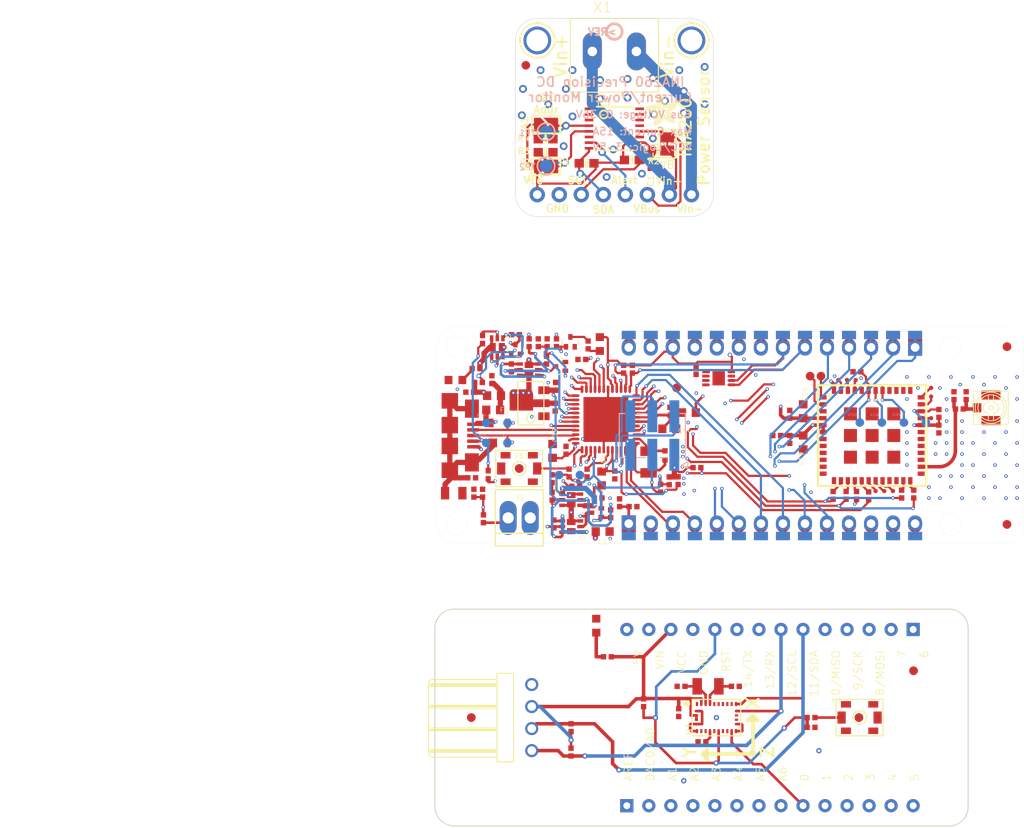
<source format=kicad_pcb>
(kicad_pcb (version 20211014) (generator pcbnew)
  (layers (0 "F.Cu" signal) (31 "B.Cu" signal) (34 "B.Paste" user) (35 "F.Paste" user) (36 "B.SilkS" user "B.Silkscreen") (37 "F.SilkS" user "F.Silkscreen") (38 "B.Mask" user) (39 "F.Mask" user) (44 "Edge.Cuts" user))
  (net 0 "")
  (net 1 "VBATT")
  (net 2 "GND")
  (net 3 "VUSB")
  (net 4 "+5V")
  (net 5 "+3V3")
  (net 6 "VCC")
  (net 7 "USB_ID")
  (net 8 "VIN")
  (footprint "MKRWANV1.0:1X14_SMD_TH" (layer "F.Cu") (at 133.2023 109.4575)
    (fp_text reference "J3")
    (fp_text value "DNP")
  )
  (footprint "MKR-IMU-Shield_V2.0:FD-1-1.5" (layer "F.Cu") (at 166.042304 126.421475)
    (fp_text reference "FD2" hide)
    (fp_text value "DNP" hide)
  )
  (footprint "" (layer "F.Cu") (at 170.3175 109.5475)
    (fp_text reference "@HOLE3" hide)
    (fp_text value "")
  )
  (footprint "MKRWANV1.0:SOTFL50P160X78-3" (layer "F.Cu") (at 129.4675 108.1975 90)
    (fp_text reference "Q7")
    (fp_text value "2N7002T" hide)
  )
  (footprint "MKRWANV1.0:0402-1005X55N" (layer "F.Cu") (at 137.826296 101.063969 180)
    (fp_text reference "C5")
    (fp_text value "20p" hide)
  )
  (footprint "MKRWANV1.0:CMWX1ZZABZ-078" (layer "F.Cu") (at 161.2675 99.2975)
    (fp_text reference "M2")
    (fp_text value "CMWX1ZZABZ-078" hide)
  )
  (footprint "MKRWANV1.0:0603-1608X90N" (layer "F.Cu") (at 117.5675 96.3475 180)
    (fp_text reference "F1")
    (fp_text value "PTC" hide)
  )
  (footprint "MKRWANV1.0:0402-1005X55N" (layer "F.Cu") (at 126.3175 103.6225 -90)
    (fp_text reference "R3")
    (fp_text value "330R" hide)
  )
  (footprint "MKR-IMU-Shield_V2.0:MODULINO-4-RA" (layer "F.Cu") (at 120.742304 131.821475 90)
    (fp_text reference "J2" hide)
    (fp_text value "MODULINO-4RA" hide)
  )
  (footprint "MKRWANV1.0:TP-1.00MM" (layer "F.Cu") (at 119.2175 100.1475)
    (fp_text reference "D+")
    (fp_text value "DNP" hide)
  )
  (footprint "MKRWANV1.0:SCREW2" (layer "F.Cu") (at 120.5675 108.7975)
    (fp_text reference "X1")
    (fp_text value "SCREW2X2.54" hide)
  )
  (footprint "MKR-IMU-Shield_V2.0:MKRBOARD" (layer "F.Cu") (at 110.842304 144.321475)
    (fp_text reference "MKR1" hide)
    (fp_text value "DNP" hide)
  )
  (footprint "MKR-IMU-Shield_V2.0:0402-1005X55N" (layer "F.Cu") (at 134.912304 130.111475 90)
    (fp_text reference "R5")
    (fp_text value "1k" hide)
  )
  (footprint "MKRWANV1.0:0402-1005X55N" (layer "F.Cu") (at 150.2675 99.2975 180)
    (fp_text reference "C21")
    (fp_text value "100n" hide)
  )
  (footprint "MKR-IMU-Shield_V2.0:0402-1005X55N" (layer "F.Cu") (at 154.222304 132.951475)
    (fp_text reference "C4")
    (fp_text value "100n" hide)
  )
  (footprint "MKRWANV1.0:0603-1608X90N" (layer "F.Cu") (at 153.3175 100.0975 -90)
    (fp_text reference "C19")
    (fp_text value "10u" hide)
  )
  (footprint "MKRWANV1.0:TP-1.00MM" (layer "F.Cu") (at 167.4675 97.7975)
    (fp_text reference "RST")
    (fp_text value "DNP" hide)
  )
  (footprint "MKRWANV1.0:MH_RND_F_2.2MM_NM" (layer "F.Cu") (at 170.3175 109.5475 90)
    (fp_text reference "U$8" hide)
    (fp_text value "" hide)
    (fp_circle (center 0 0) (end 1.2065 0) (layer "Edge.Cuts") (width 0.1) (fill none))
  )
  (footprint "MKR-IMU-Shield_V2.0:LEDC1608X80N-AK" (layer "F.Cu") (at 129.452304 121.221475 -90)
    (fp_text reference "DL1")
    (fp_text value "GREEN")
  )
  (footprint "MKRWANV1.0:TP-1.00MM" (layer "F.Cu") (at 116.7675 100.1475)
    (fp_text reference "USB_ID")
    (fp_text value "DNP" hide)
  )
  (footprint "Adafruit INA260:0603-NO" (layer "F.Cu") (at 123.614 65.1152 180)
    (fp_text reference "R4")
    (fp_text value "10K")
  )
  (footprint "MKRWANV1.0:0402-1005X55N" (layer "F.Cu") (at 115.5925 91.5725)
    (fp_text reference "R29")
    (fp_text value "330R" hide)
  )
  (footprint "MKR-IMU-Shield_V2.0:0402-1005X55N" (layer "F.Cu") (at 138.962304 131.251475 90)
    (fp_text reference "C5")
    (fp_text value "100n" hide)
  )
  (footprint "MKRWANV1.0:0402-1005X55N" (layer "F.Cu") (at 159.5175 91.9475)
    (fp_text reference "R17")
    (fp_text value "10k" hide)
  )
  (footprint "MKRWANV1.0:1X14_SMD_TH" (layer "F.Cu") (at 166.2223 89.1375 180)
    (fp_text reference "J5")
    (fp_text value "DNP")
  )
  (footprint "MKRWANV1.0:0402-1005X55N" (layer "F.Cu") (at 123.7925 88.5975 -90)
    (fp_text reference "R24")
    (fp_text value "100k" hide)
  )
  (footprint "MKR-IMU-Shield_V2.0:C&K_PTS820_NO_HOLES" (layer "F.Cu") (at 159.822304 131.821475 180)
    (fp_text reference "U$2" hide)
    (fp_text value "PTS820" hide)
  )
  (footprint "MKR-IMU-Shield_V2.0:0402-1005X55N" (layer "F.Cu") (at 139.232304 128.221475)
    (fp_text reference "C2")
    (fp_text value "22p" hide)
  )
  (footprint "MKRWANV1.0:SOT190P230X110-4N" (layer "F.Cu") (at 118.2675 98.9975 90)
    (fp_text reference "D1")
    (fp_text value "PRTR5V0U2X,215")
  )
  (footprint "MKRWANV1.0:0402-1005X55N" (layer "F.Cu") (at 137.8675 104.5225 90)
    (fp_text reference "R5")
    (fp_text value "10k" hide)
  )
  (footprint "MKR-IMU-Shield_V2.0:0402-1005X55N" (layer "F.Cu") (at 126.542304 135.801475 90)
    (fp_text reference "R2")
    (fp_text value "1k" hide)
  )
  (footprint "Adafruit INA260:1X08_ROUND_70" (layer "F.Cu") (at 131.5405 71.516)
    (fp_text reference "JP2")
    (fp_text value "")
  )
  (footprint "MKRWANV1.0:0402-1005X55N" (layer "F.Cu") (at 156.7675 106.1975 -90)
    (fp_text reference "R18")
    (fp_text value "DNP" hide)
  )
  (footprint "MKRWANV1.0:FD-1-1.5" (layer "F.Cu") (at 138.7175 93.7975 90)
    (fp_text reference "FD1" hide)
    (fp_text value "DNP" hide)
  )
  (footprint "MKRWANV1.0:0402-1005X55N" (layer "F.Cu") (at 132.1425 107.0475 90)
    (fp_text reference "C7")
    (fp_text value "4u7" hide)
  )
  (footprint "MKRWANV1.0:SON50P300X200X60-9N-EP160X140" (layer "F.Cu") (at 143.5675 92.6975)
    (fp_text reference "U3")
    (fp_text value "ECC508")
  )
  (footprint "MKRWANV1.0:0402-1005X55N" (layer "F.Cu") (at 124.8675 88.5975 -90)
    (fp_text reference "R33")
    (fp_text value "100k" hide)
  )
  (footprint "MKRWANV1.0:SOTFL50P160X78-3" (layer "F.Cu") (at 120.1425 89.3725)
    (fp_text reference "Q4")
    (fp_text value "2N7002T" hide)
  )
  (footprint "MKRWANV1.0:0402-1005X55N" (layer "F.Cu") (at 116.4425 108.8975 -90)
    (fp_text reference "R9")
    (fp_text value "680k" hide)
  )
  (footprint "MKRWANV1.0:LEDC1608X80N-AK" (layer "F.Cu") (at 129.8675 88.7475 90)
    (fp_text reference "DL1")
    (fp_text value "YELLOW")
  )
  (footprint "" (layer "F.Cu") (at 113.3175 109.5475)
    (fp_text reference "@HOLE0" hide)
    (fp_text value "")
  )
  (footprint "MKRWANV1.0:0402-1005X55N" (layer "F.Cu") (at 128.5175 88.8475 -90)
    (fp_text reference "R7")
    (fp_text value "330R" hide)
  )
  (footprint "MKR-IMU-Shield_V2.0:FD-1-1.5" (layer "F.Cu") (at 115.042304 131.821475)
    (fp_text reference "FD1" hide)
    (fp_text value "DNP" hide)
  )
  (footprint "MKRWANV1.0:0402-1005X55N" (layer "F.Cu") (at 131.1175 108.3225 90)
    (fp_text reference "R13")
    (fp_text value "47k" hide)
  )
  (footprint "MKRWANV1.0:0402-1005X55N" (layer "F.Cu") (at 129.6675 106.4975 180)
    (fp_text reference "R12")
    (fp_text value "100k" hide)
  )
  (footprint "MKRWANV1.0:0402-1005X55N" (layer "F.Cu") (at 168.9675 96.7475 -90)
    (fp_text reference "R16")
    (fp_text value "10k" hide)
  )
  (footprint "Adafruit INA260:0603-NO" (layer "F.Cu") (at 123.614 66.633416 180)
    (fp_text reference "R3")
    (fp_text value "10K")
  )
  (footprint "MKRWANV1.0:0402-1005X55N" (layer "F.Cu") (at 121.7175 88.5975 90)
    (fp_text reference "R26")
    (fp_text value "330R" hide)
  )
  (footprint "MKRWANV1.0:0402-1005X55N" (layer "F.Cu") (at 120.1425 87.6725 180)
    (fp_text reference "R27")
    (fp_text value "10k" hide)
  )
  (footprint "MKRWANV1.0:PWR_SC70" (layer "F.Cu") (at 121.6925 91.6975)
    (fp_text reference "Q2")
    (fp_text value "DMP2160UFDB" hide)
  )
  (footprint "Adafruit INA260:TSSOP16" (layer "F.Cu") (at 131.5405 63.896 -90)
    (fp_text reference "IC1")
    (fp_text value "INA260")
  )
  (footprint "MKRWANV1.0:0402-1005X55N" (layer "F.Cu") (at 115.3425 105.9475 90)
    (fp_text reference "C8")
    (fp_text value "100n" hide)
  )
  (footprint "MKRWANV1.0:MH_RND_F_2.2MM_NM" (layer "F.Cu") (at 170.3175 89.0475 90)
    (fp_text reference "U$7" hide)
    (fp_text value "" hide)
    (fp_circle (center 0 0) (end 1.2065 0) (layer "Edge.Cuts") (width 0.1) (fill none))
  )
  (footprint "MKRWANV1.0:0402-1005X55N" (layer "F.Cu") (at 127.0925 105.1475 180)
    (fp_text reference "R6")
    (fp_text value "330R" hide)
  )
  (footprint "MKRWANV1.0:C&K_PTS820_NO_HOLES" (layer "F.Cu") (at 120.5675 103.0975)
    (fp_text reference "PB1" hide)
    (fp_text value "RESET" hide)
  )
  (footprint "MKR-IMU-Shield_V2.0:0402-1005X55N" (layer "F.Cu") (at 145.492304 128.221475)
    (fp_text reference "C3")
    (fp_text value "22p" hide)
  )
  (footprint "MKRWANV1.0:MH_RND_F_2.2MM_NM" (layer "F.Cu") (at 113.3175 89.0475 90)
    (fp_text reference "U$6" hide)
    (fp_text value "" hide)
    (fp_circle (center 0 0) (end 1.2065 0) (layer "Edge.Cuts") (width 0.1) (fill none))
  )
  (footprint "MKRWANV1.0:0402-1005X55N" (layer "F.Cu") (at 133.6925 107.4975)
    (fp_text reference "C9")
    (fp_text value "100n" hide)
  )
  (footprint "MKRWANV1.0:0603-1608X90N@1" (layer "F.Cu") (at 117.6675 94.6975 180)
    (fp_text reference "L1")
    (fp_text value "FERRITE-470R")
  )
  (footprint "MKRWANV1.0:0603-1608X90N" (layer "F.Cu") (at 137.873746 98.522354)
    (fp_text reference "C44")
    (fp_text value "10u" hide)
  )
  (footprint "MKRWANV1.0:0402-1005X55N" (layer "F.Cu") (at 170.707918 94.6975 90)
    (fp_text reference "C10")
    (fp_text value "DNP" hide)
  )
  (footprint "MKRWANV1.0:PWR_SC70" (layer "F.Cu") (at 126.5675 109.7975 180)
    (fp_text reference "Q5")
    (fp_text value "DMP2160UFDB" hide)
  )
  (footprint "MKRWANV1.0:SODFL1008X40N-882D" (layer "F.Cu") (at 116.3425 88.2225 90)
    (fp_text reference "D3")
    (fp_text value "PMEG2005EL")
  )
  (footprint "MKRWANV1.0:FD-1-1.5" (layer "F.Cu") (at 176.8175 89.0475 180)
    (fp_text reference "FD2" hide)
    (fp_text value "DNP" hide)
  )
  (footprint "MKRWANV1.0:LEDC1608X80N-AK" (layer "F.Cu") (at 113.2175 92.8975)
    (fp_text reference "DL2")
    (fp_text value "GREEN")
  )
  (footprint "MKRWANV1.0:ABS07" (layer "F.Cu") (at 135.4872 102.355704 -90)
    (fp_text reference "Y1")
    (fp_text value "32.768KHz" hide)
  )
  (footprint "" (layer "F.Cu") (at 113.3175 89.0475)
    (fp_text reference "@HOLE1" hide)
    (fp_text value "")
  )
  (footprint "MKRWANV1.0:FD-1-1.5" (layer "F.Cu") (at 176.8175 109.5475 90)
    (fp_text reference "FD3" hide)
    (fp_text value "DNP" hide)
  )
  (footprint "MKR-IMU-Shield_V2.0:0402-1005X55N" (layer "F.Cu") (at 130.742304 124.811475)
    (fp_text reference "R3")
    (fp_text value "330R" hide)
  )
  (footprint "MKRWANV1.0:ZX62-AB-5PA" (layer "F.Cu") (at 112.2175 99.2975 -90)
    (fp_text reference "J1")
    (fp_text value "USB-MICRO" hide)
  )
  (footprint "MKRWANV1.0:0402-1005X55N" (layer "F.Cu") (at 117.4175 92.8475 90)
    (fp_text reference "C2")
    (fp_text value "10n" hide)
  )
  (footprint "MKRWANV1.0:0402-1005X55N" (layer "F.Cu") (at 166.0675 106.0475 -90)
    (fp_text reference "R34")
    (fp_text value "0R" hide)
  )
  (footprint "MKRWANV1.0:0402-1005X55N" (layer "F.Cu") (at 151.7675 96.8475 90)
    (fp_text reference "C18")
    (fp_text value "100n" hide)
  )
  (footprint "MKRWANV1.0:0402-1005X55N" (layer "F.Cu") (at 132.6175 91.6475 90)
    (fp_text reference "R21")
    (fp_text value "4k7" hide)
  )
  (footprint "MKRWANV1.0:0402-1005X55N" (layer "F.Cu") (at 171.3275 96.2375)
    (fp_text reference "R30")
    (fp_text value "0R" hide)
  )
  (footprint "MKRWANV1.0:QFN50P700X700X90-49XN-EPSQ515" (layer "F.Cu") (at 130.5675 97.4475 180)
    (fp_text reference "U1")
    (fp_text value "D21G18")
  )
  (footprint "MKRWANV1.0:0402-1005X55N" (layer "F.Cu") (at 124.3675 104.2725 -90)
    (fp_text reference "C3")
    (fp_text value "100n" hide)
  )
  (footprint "MKRWANV1.0:0603-1608X90N" (layer "F.Cu") (at 130.1925 110.3725)
    (fp_text reference "C37")
    (fp_text value "10u" hide)
  )
  (footprint "MKRWANV1.0:TP-1.00MM" (layer "F.Cu") (at 162.3875 97.7975)
    (fp_text reference "SWCLK")
    (fp_text value "DNP" hide)
  )
  (footprint "MKRWANV1.0:0402-1005X55N" (layer "F.Cu") (at 114.8675 94.2975 180)
    (fp_text reference "C6")
    (fp_text value "100n" hide)
  )
  (footprint "MKRWANV1.0:0402-1005X55N" (layer "F.Cu") (at 128.3925 103.6225 -90)
    (fp_text reference "C47")
    (fp_text value "1u" hide)
  )
  (footprint "MKRWANV1.0:TP-1.00MM" (layer "F.Cu") (at 164.9275 97.7975)
    (fp_text reference "SWDIO")
    (fp_text value "DNP" hide)
  )
  (footprint "MKRWANV1.0:0402-1005X55N" (layer "F.Cu") (at 122.7675 88.5975 90)
    (fp_text reference "C14")
    (fp_text value "100n" hide)
  )
  (footprint "MKRWANV1.0:0402-1005X55N" (layer "F.Cu") (at 158.2675 106.1975 -90)
    (fp_text reference "R19")
    (fp_text value "DNP" hide)
  )
  (footprint "MKRWANV1.0:0402-1005X55N" (layer "F.Cu") (at 133.6175 91.6475 90)
    (fp_text reference "R22")
    (fp_text value "4k7" hide)
  )
  (footprint "MKRWANV1.0:0402-1005X55N" (layer "F.Cu") (at 172.108918 94.6975 90)
    (fp_text reference "C12")
    (fp_text value "DNP" hide)
  )
  (footprint "MKRWANV1.0:0402-1005X55N" (layer "F.Cu") (at 136.8675 105.3725 90)
    (fp_text reference "R2")
    (fp_text value "330R" hide)
  )
  (footprint "Adafruit INA260:SOLDERJUMPER_ARROW_NOPASTE" (layer "F.Cu") (at 123.6665 63.4388)
    (fp_text reference "SJ4" hide)
    (fp_text value "")
  )
  (footprint "MKRWANV1.0:SOTFL50P160X78-3" (layer "F.Cu") (at 126.4675 88.4975)
    (fp_text reference "Q8")
    (fp_text value "2N7002T" hide)
  )
  (footprint "MKRWANV1.0:0402-1005X55N" (layer "F.Cu") (at 164.6675 106.0475 -90)
    (fp_text reference "R32")
    (fp_text value "0R" hide)
  )
  (footprint "Adafruit INA260:SOLDERJUMPER_ARROW_NOPASTE" (layer "F.Cu") (at 123.6665 68.270585)
    (fp_text reference "SJ3" hide)
    (fp_text value "")
  )
  (footprint "MKR-IMU-Shield_V2.0:FD-1-1.5" (layer "F.Cu") (at 159.742304 131.821475)
    (fp_text reference "FD3" hide)
    (fp_text value "DNP" hide)
  )
  (footprint "MKRWANV1.0:MH_RND_F_2.2MM_NM" (layer "F.Cu") (at 113.3175 109.5475 90)
    (fp_text reference "U$5" hide)
    (fp_text value "" hide)
    (fp_circle (center 0 0) (end 1.2065 0) (layer "Edge.Cuts") (width 0.1) (fill none))
  )
  (footprint "MKRWANV1.0:TP-1.00MM" (layer "F.Cu") (at 159.8475 97.7975)
    (fp_text reference "BOOT0")
    (fp_text value "DNP" hide)
  )
  (footprint "MKRWANV1.0:0402-1005X55N" (layer "F.Cu") (at 124.3675 106.2975 -90)
    (fp_text reference "R10")
    (fp_text value "10k" hide)
  )
  (footprint "MKR-IMU-Shield_V2.0:0402-1005X55N" (layer "F.Cu") (at 141.642304 134.611475)
    (fp_text reference "C1")
    (fp_text value "100n" hide)
  )
  (footprint "MKRWANV1.0:0603-1608X90N" (layer "F.Cu") (at 153.3175 96.4975 90)
    (fp_text reference "C16")
    (fp_text value "10u" hide)
  )
  (footprint "MKRWANV1.0:PWR_SC70" (layer "F.Cu") (at 126.5675 106.6975)
    (fp_text reference "Q6")
    (fp_text value "DMP2160UFDB" hide)
  )
  (footprint "MKRWANV1.0:TP-1.00MM" (layer "F.Cu") (at 116.7675 97.8475)
    (fp_text reference "VUSB")
    (fp_text value "DNP" hide)
  )
  (footprint "MKRWANV1.0:0402-1005X55N" (layer "F.Cu") (at 116.3425 105.9475 -90)
    (fp_text reference "R8")
    (fp_text value "330k" hide)
  )
  (footprint "Adafruit INA260:0603-NO" (layer "F.Cu") (at 128.3401 67.903416 180)
    (fp_text reference "R1")
    (fp_text value "10K")
  )
  (footprint "MKRWANV1.0:SOTFL50P160X78-3" (layer "F.Cu") (at 125.3175 91.3225 90)
    (fp_text reference "Q3")
    (fp_text value "2N7002T" hide)
  )
  (footprint "MKRWANV1.0:0402-1005X55N" (layer "F.Cu") (at 123.7175 90.5975 -90)
    (fp_text reference "R23")
    (fp_text value "100k" hide)
  )
  (footprint "Adafruit INA260:MOUNTINGHOLE_2.5_PLATED" (layer "F.Cu") (at 140.4305 53.736)
    (fp_text reference "U$7" hide)
    (fp_text value "MOUNTINGHOLE2.5" hide)
  )
  (footprint "MKRWANV1.0:0402-1005X55N" (layer "F.Cu") (at 138.8925 104.4975 90)
    (fp_text reference "R4")
    (fp_text value "10k" hide)
  )
  (footprint "MKRWANV1.0:0402-1005X55N" (layer "F.Cu") (at 140.9675 91.7975 -90)
    (fp_text reference "C11")
    (fp_text value "100n" hide)
  )
  (footprint "MKRWANV1.0:0805-R2013X50N" (layer "F.Cu") (at 113.0175 105.9475)
    (fp_text reference "C1")
    (fp_text value "4n7")
  )
  (footprint "MKRWANV1.0:0402-1005X55N" (layer "F.Cu") (at 137.826296 102.124669 180)
    (fp_text reference "C4")
    (fp_text value "20p" hide)
  )
  (footprint "MKRWANV1.0:0603-1608X90N" (layer "F.Cu") (at 130.0675 104.2475 -90)
    (fp_text reference "C45")
    (fp_text value "10u" hide)
  )
  (footprint "MKRWANV1.0:SODFL1008X40N-882D" (layer "F.Cu") (at 116.9925 103.8225 -90)
    (fp_text reference "D2")
    (fp_text value "PMEG2005EL")
  )
  (footprint "MKRWANV1.0:0603-1608X90N" (layer "F.Cu") (at 124.4175 101.0725 90)
    (fp_text reference "C39")
    (fp_text value "10u" hide)
  )
  (footprint "MKR-IMU-Shield_V2.0:BNO055" (layer "F.Cu") (at 143.317304 131.821475)
    (fp_text reference "U1")
    (fp_text value "BNO055")
  )
  (footprint "MKRWANV1.0:0402-1005X55N" (layer "F.Cu") (at 151.7675 99.7475 -90)
    (fp_text reference "C20")
    (fp_text value "1u" hide)
  )
  (footprint "MKRWANV1.0:0402-1005X55N" (layer "F.Cu") (at 115.8675 93.1725 180)
    (fp_text reference "R25")
    (fp_text value "100k" hide)
  )
  (footprint "MKRWANV1.0:0402-1005X55N" (layer "F.Cu") (at 137.952031 96.495616 90)
    (fp_text reference "C43")
    (fp_text value "100n" hide)
  )
  (footprint "MKRWANV1.0:0402-1005X55N" (layer "F.Cu") (at 119.6675 91.4975 90)
    (fp_text reference "R28")
    (fp_text value "10k" hide)
  )
  (footprint "MKRWANV1.0:0603-1608X90N@1" (layer "F.Cu") (at 140.141168 96.654685 180)
    (fp_text reference "L5")
    (fp_text value "FERRITE-470R")
  )
  (footprint "MKRWANV1.0:TP-1.00MM" (layer "F.Cu") (at 127.5725 103.8525)
    (fp_text reference "BATT-")
    (fp_text value "DNP" hide)
  )
  (footprint "MKRWANV1.0:0402-1005X55N" (layer "F.Cu") (at 125.9675 100.9975 90)
    (fp_text reference "C40")
    (fp_text value "100n" hide)
  )
  (footprint "MKRWANV1.0:0402-1005X55N" (layer "F.Cu") (at 159.4675 106.1975 -90)
    (fp_text reference "R20")
    (fp_text value "0R" hide)
  )
  (footprint "MKRWANV1.0:SOT89-3L" (layer "F.Cu") (at 123.4175 95.5725 90)
    (fp_text reference "U2" hide)
    (fp_text value "LDO2SOT89-3L" hide)
  )
  (footprint "" (layer "F.Cu") (at 170.3175 89.0475)
    (fp_text reference "@HOLE2" hide)
    (fp_text value "")
  )
  (footprint "MKRWANV1.0:0402-1005X55N" (layer "F.Cu") (at 124.5675 109.4975 90)
    (fp_text reference "R11")
    (fp_text value "10k" hide)
  )
  (footprint "Adafruit INA260:MICROBUILDER_FIDUCIAL_1MM" (layer "F.Cu") (at 140.4305 68.5696)
    (fp_text reference "FID3" hide)
    (fp_text value "MICROBUILDER_FIDUCIAL\"\"" hide)
  )
  (footprint "MKRWANV1.0:0402-1005X55N" (layer "F.Cu") (at 131.5925 103.8475 -90)
    (fp_text reference "C42")
    (fp_text value "100n" hide)
  )
  (footprint "Adafruit INA260:ADAFRUIT_3.5MM" (layer "F.Cu") (at 138.9065 63.642 90)
    (fp_text reference "U$1" hide)
    (fp_text value "" hide)
  )
  (footprint "Adafruit INA260:MICROBUILDER_FIDUCIAL_1MM" (layer "F.Cu") (at 121.3297 56.6062)
    (fp_text reference "FID4" hide)
    (fp_text value "MICROBUILDER_FIDUCIAL\"\"" hide)
  )
  (footprint "MKRWANV1.0:TP-1.00MM" (layer "F.Cu") (at 125.1675 103.8425)
    (fp_text reference "BATT+")
    (fp_text value "DNP" hide)
  )
  (footprint "MKRWANV1.0:U.FL-R-SMT-1(60)" (layer "F.Cu") (at 174.9675 96.0975 -90)
    (fp_text reference "J7" hide)
    (fp_text value "UFL" hide)
  )
  (footprint "Adafruit INA260:MOUNTINGHOLE_2.5_PLATED" (layer "F.Cu") (at 122.6505 53.736)
    (fp_text reference "U$8" hide)
    (fp_text value "MOUNTINGHOLE2.5" hide)
  )
  (footprint "MKRWANV1.0:PWR_SC70" (layer "F.Cu") (at 118.0425 89.1225 -90)
    (fp_text reference "Q1")
    (fp_text value "DMP2160UFDB" hide)
  )
  (footprint "MKRWANV1.0:0402-1005X55N" (layer "F.Cu") (at 141.0675 102.9975 180)
    (fp_text reference "R14")
    (fp_text value "10k" hide)
  )
  (footprint "MKR-IMU-Shield_V2.0:0402-1005X55N" (layer "F.Cu") (at 126.547304 132.986475 -90)
    (fp_text reference "R1")
    (fp_text value "1k" hide)
  )
  (footprint "MKR-IMU-Shield_V2.0:ABS07" (layer "F.Cu") (at 142.342304 128.221475)
    (fp_text reference "Y1")
    (fp_text value "32768Hz" hide)
  )
  (footprint "Adafruit INA260:0603-NO" (layer "F.Cu") (at 135.8712 67.4012 -90)
    (fp_text reference "C1")
    (fp_text value "1uF")
  )
  (footprint "MKRWANV1.0:0402-1005X55N" (layer "F.Cu") (at 168.9675 98.5475 -90)
    (fp_text reference "C22")
    (fp_text value "100n" hide)
  )
  (footprint "MKRWANV1.0:0402-1005X55N" (layer "F.Cu") (at 115.0925 104.1725 180)
    (fp_text reference "R1")
    (fp_text value "1M" hide)
  )
  (footprint "MKRWANV1.0:0402-1005X55N" (layer "F.Cu") (at 124.7675 93.6225 90)
    (fp_text reference "C17")
    (fp_text value "1u" hide)
  )
  (footprint "MKRWANV1.0:0402-1005X55N" (layer "F.Cu") (at 124.7175 96.0225 -90)
    (fp_text reference "C15")
    (fp_text value "1u" hide)
  )
  (footprint "MKR-IMU-Shield_V2.0:0402-1005X55N" (layer "F.Cu") (at 154.222304 131.821475 180)
    (fp_text reference "R4")
    (fp_text value "330R" hide)
  )
  (footprint "MKRWANV1.0:0402-1005X55N" (layer "F.Cu") (at 160.8675 106.2475 -90)
    (fp_text reference "R31")
    (fp_text value "0R" hide)
  )
  (footprint "MKRWANV1.0:TP-1.00MM" (layer "F.Cu") (at 119.2175 97.8475)
    (fp_text reference "D-")
    (fp_text value "DNP" hide)
  )
  (footprint "Adafruit INA260:SOLDERJUMPER_CLOSEDWIRE" (layer "F.Cu") (at 137.6365 65.674 90)
    (fp_text reference "SJ1")
    (fp_text value "")
  )
  (footprint "MKRWANV1.0:FD-1-1.5" (layer "F.Cu") (at 120.5675 103.0975)
    (fp_text reference "FD4" hide)
    (fp_text value "DNP" hide)
  )
  (footprint "Adafruit INA260:0603-NO" (layer "F.Cu") (at 133.5598 67.522416)
    (fp_text reference "R2")
    (fp_text value "10K")
  )
  (footprint "Adafruit INA260:TERMBLOCK_508_1X2" (layer "F.Cu") (at 131.5405 55.006)
    (fp_text reference "X1")
    (fp_text value "5.08mm Term" hide)
  )
  (footprint "MKRWANV1.0:0402-1005X55N" (layer "F.Cu") (at 127.7925 90.5225 180)
    (fp_text reference "C38")
    (fp_text value "100n" hide)
  )
  (footprint "Adafruit INA260:PCBFEAT-REV-040" (layer "B.Cu") (at 131.5405 52.72 180)
    (fp_text reference "U$6" hide)
    (fp_text value "" hide)
  )
  (footprint "MKRWANV1.0:TP-0.50MM" (layer "B.Cu") (at 163.6675 105.6975 180)
    (fp_text reference "TP18" hide)
    (fp_text value "DNP" hide)
  )
  (footprint "MKRWANV1.0:TP-0.50MM" (layer "B.Cu") (at 161.6675 105.6975 180)
    (fp_text reference "TP2" hide)
    (fp_text value "DNP" hide)
  )
  (footprint "MKRWANV1.0:TP-0.50MM" (layer "B.Cu") (at 159.3675 92.8975 180)
    (fp_text reference "TP7" hide)
    (fp_text value "DNP" hide)
  )
  (footprint "MKRWANV1.0:TP-0.50MM" (layer "B.Cu") (at 157.3675 92.8975 180)
    (fp_text reference "TP5" hide)
    (fp_text value "DNP" hide)
  )
  (footprint "MKRWANV1.0:2X3_SMT" (layer "B.Cu") (at 135.9175 99.2975 180)
    (fp_text reference "J2")
    (fp_text value "DNP")
  )
  (footprint "MKRWANV1.0:TP-0.50MM" (layer "B.Cu") (at 168.0675 93.7975 180)
    (fp_text reference "TP3" hide)
    (fp_text value "DNP" hide)
  )
  (footprint "MKRWANV1.0:TP-1.00MM" (layer "B.Cu") (at 155.3675 92.4475 180)
    (fp_text reference "D1+" hide)
    (fp_text value "DNP" hide)
  )
  (footprint "MKRWANV1.0:TP-0.50MM" (layer "B.Cu") (at 168.0675 94.7975 180)
    (fp_text reference "TP4" hide)
    (fp_text value "DNP" hide)
  )
  (footprint "Adafruit INA260:TESTPOINT_ROUND_1.5MM" (layer "B.Cu") (at 123.6665 64.277 180)
    (fp_text reference "TP1")
    (fp_text value "")
  )
  (footprint "MKRWANV1.0:TP-0.50MM" (layer "B.Cu") (at 158.3675 92.8975 180)
    (fp_text reference "TP6" hide)
    (fp_text value "DNP" hide)
  )
  (footprint "MKRWANV1.0:TP-1.00MM" (layer "B.Cu") (at 154.1175 92.4475 180)
    (fp_text reference "D1-" hide)
    (fp_text value "DNP" hide)
  )
  (footprint "MKRWANV1.0:TP-0.50MM" (layer "B.Cu") (at 162.6675 105.6975 180)
    (fp_text reference "TP1" hide)
    (fp_text value "DNP" hide)
  )
  (footprint "Adafruit INA260:TESTPOINT_ROUND_1.5MM" (layer "B.Cu") (at 123.6665 68.214 180)
    (fp_text reference "TP2")
    (fp_text value "")
  )
  (footprint "MKRWANV1.0:TP-0.50MM" (layer "B.Cu") (at 168.0675 97.2975 180)
    (fp_text reference "TP15" hide)
    (fp_text value "DNP" hide)
  )
  (gr_line (start 147.532304 136.021475) (end 147.532304 131.541475) (layer "F.SilkS") (width 0.4064))
  (gr_line (start 141.662304 136.021475) (end 141.662304 136.041475) (layer "F.SilkS") (width 0.4064))
  (gr_line (start 141.662304 136.041475) (end 141.672304 136.031475) (layer "F.SilkS") (width 0.4064))
  (gr_line (start 141.672304 136.031475) (end 142.242304 135.461475) (layer "F.SilkS") (width 0.4064))
  (gr_line (start 148.092304 132.121475) (end 146.852304 132.121475) (layer "F.SilkS") (width 0.4064))
  (gr_line (start 142.242304 136.701475) (end 141.672304 136.031475) (layer "F.SilkS") (width 0.4064))
  (gr_line (start 147.512304 131.541475) (end 147.522304 131.551475) (layer "F.SilkS") (width 0.4064))
  (gr_line (start 147.532304 131.541475) (end 147.512304 131.541475) (layer "F.SilkS") (width 0.4064))
  (gr_line (start 146.852304 132.121475) (end 147.522304 131.551475) (layer "F.SilkS") (width 0.4064))
  (gr_line (start 147.542304 136.021475) (end 141.662304 136.021475) (layer "F.SilkS") (width 0.4064))
  (gr_line (start 147.522304 131.551475) (end 148.092304 132.121475) (layer "F.SilkS") (width 0.4064))
  (gr_circle (center 147.462304 135.961475) (end 147.668457 135.961475) (layer "F.SilkS") (width 0.4064) (fill none))
  (gr_line (start 142.242304 135.461475) (end 142.242304 136.701475) (layer "F.SilkS") (width 0.4064))
  (gr_arc (start 113.3175 111.7975) (mid 111.72651 111.13849) (end 111.0675 109.5475) (layer "Edge.Cuts") (width 0.01))
  (gr_arc (start 170.142304 119.321475) (mid 171.697939 119.96584) (end 172.342304 121.521475) (layer "Edge.Cuts") (width 0.1))
  (gr_arc (start 178.6675 109.5475) (mid 178.33349 111.003871) (end 177.0675 111.7975) (layer "Edge.Cuts") (width 0.01))
  (gr_arc (start 177.0675 86.7975) (mid 178.33349 87.591129) (end 178.6675 89.0475) (layer "Edge.Cuts") (width 0.01))
  (gr_line (start 142.9705 71.4906) (end 142.9705 54.1678) (layer "Edge.Cuts") (width 0.05))
  (gr_arc (start 172.342304 142.121475) (mid 171.697939 143.67711) (end 170.142304 144.321475) (layer "Edge.Cuts") (width 0.1))
  (gr_line (start 170.142304 119.321475) (end 113.042304 119.321475) (layer "Edge.Cuts") (width 0.1))
  (gr_line (start 178.6675 109.5475) (end 178.6675 89.0475) (layer "Edge.Cuts") (width 0.01))
  (gr_arc (start 142.9705 71.4906) (mid 142.181012 73.320393) (end 140.3289 74.056) (layer "Edge.Cuts") (width 0.05))
  (gr_arc (start 110.842304 121.521475) (mid 111.486669 119.96584) (end 113.042304 119.321475) (layer "Edge.Cuts") (width 0.1))
  (gr_line (start 111.0675 109.5475) (end 111.0675 89.0475) (layer "Edge.Cuts") (width 0.01))
  (gr_line (start 172.342304 142.121475) (end 172.342304 121.521475) (layer "Edge.Cuts") (width 0.1))
  (gr_arc (start 120.1105 53.9138) (mid 120.792225 52.03937) (end 122.5997 51.196) (layer "Edge.Cuts") (width 0.05))
  (gr_arc (start 122.6505 74.056) (mid 120.801844 73.185051) (end 120.1105 71.262) (layer "Edge.Cuts") (width 0.05))
  (gr_arc (start 111.0675 89.0475) (mid 111.72651 87.45651) (end 113.3175 86.7975) (layer "Edge.Cuts") (width 0.01))
  (gr_line (start 112.942304 144.321475) (end 170.142304 144.321475) (layer "Edge.Cuts") (width 0.1))
  (gr_line (start 120.1105 53.9138) (end 120.1105 71.262) (layer "Edge.Cuts") (width 0.05))
  (gr_line (start 110.842304 121.521475) (end 110.842304 141.921475) (layer "Edge.Cuts") (width 0.1))
  (gr_arc (start 140.3543 51.196) (mid 142.27788 52.140067) (end 142.9705 54.1678) (layer "Edge.Cuts") (width 0.05))
  (gr_line (start 122.6505 74.056) (end 140.3289 74.056) (layer "Edge.Cuts") (width 0.05))
  (gr_line (start 177.0675 111.7975) (end 113.3175 111.7975) (layer "Edge.Cuts") (width 0.01))
  (gr_arc (start 112.942304 144.321475) (mid 111.395248 143.556399) (end 110.842304 141.921475) (layer "Edge.Cuts") (width 0.1))
  (gr_line (start 140.3543 51.196) (end 122.5997 51.196) (layer "Edge.Cuts") (width 0.05))
  (gr_line (start 113.3175 86.7975) (end 177.0675 86.7975) (layer "Edge.Cuts") (width 0.01))
  (gr_text "Bus Voltage: 0-36V" (at 140.4813 62.7784) (layer "B.SilkS") (effects (font (size 0.87376 0.87376) (thickness 0.14224)) (justify left bottom mirror)))
  (gr_text "Max Current: 15A" (at 140.5829 64.7342) (layer "B.SilkS") (effects (font (size 0.87376 0.87376) (thickness 0.14224)) (justify left bottom mirror)))
  (gr_text "VCC/Logic: 3-5V" (at 140.5829 66.5376) (layer "B.SilkS") (effects (font (size 0.87376 0.87376) (thickness 0.14224)) (justify left bottom mirror)))
  (gr_text "INA260 Precision DC\nCurrent/Power Monitor" (at 131.0833 59.4002) (layer "B.SilkS") (effects (font (size 1.0922 1.0922) (thickness 0.1778)) (justify mirror)))
  (gr_text "Vin+" (at 126.2065 58.181 90) (layer "F.SilkS") (effects (font (size 1.441704 1.441704) (thickness 0.234696)) (justify left bottom)))
  (gr_text "Vcc" (at 123.3871 69.3443) (layer "F.SilkS") (effects (font (size 0.87376 0.87376) (thickness 0.14224)) (justify right top)))
  (gr_text "GND" (at 126.4097 72.6082) (layer "F.SilkS") (effects (font (size 0.87376 0.87376) (thickness 0.14224)) (justify right top)))
  (gr_text "Alert" (at 134.2837 69.3443) (layer "F.SilkS") (effects (font (size 0.87376 0.87376) (thickness 0.14224)) (justify right top)))
  (gr_text "PB1" (at 119.9675 101.9975) (layer "F.SilkS") (effects (font (size 0.54864 0.54864) (thickness 0.06096)) (justify left bottom)))
  (gr_text "Vin+" (at 139.4399 69.4332) (layer "F.SilkS") (effects (font (size 0.87376 0.87376) (thickness 0.14224)) (justify right top)))
  (gr_text "X1" (at 120.1175 106.7475) (layer "F.SilkS") (effects (font (size 0.560832 0.560832) (thickness 0.048768)) (justify left bottom)))
  (gr_text "INA260\nPower Sensor" (at 140.8115 63.769 90) (layer "F.SilkS") (effects (font (size 1.31064 1.31064) (thickness 0.21336))))
  (gr_text "Z" (at 150.042304 136.631475 90) (layer "F.SilkS") (effects (font (size 1.42494 1.42494) (thickness 0.25146)) (justify left bottom)))
  (gr_text "Y" (at 141.042304 136.581475 90) (layer "F.SilkS") (effects (font (size 1.42494 1.42494) (thickness 0.25146)) (justify left bottom)))
  (gr_text "A1" (at 121.6726 64.1246 90) (layer "F.SilkS") (effects (font (size 0.87376 0.87376) (thickness 0.14224)) (justify left bottom)))
  (gr_text "X" (at 148.342304 130.981475 90) (layer "F.SilkS") (effects (font (size 1.42494 1.42494) (thickness 0.25146)) (justify left bottom)))
  (gr_text "I2C\nAddr" (at 123.6665 61.0004) (layer "F.SilkS") (effects (font (size 0.87376 0.87376) (thickness 0.14224))))
  (gr_text "SCL" (at 128.6703 69.3443) (layer "F.SilkS") (effects (font (size 0.87376 0.87376) (thickness 0.14224)) (justify right top)))
  (gr_text "VB" (at 137.6365 68.087) (layer "F.SilkS") (effects (font (size 0.89408 0.89408) (thickness 0.12192))))
  (gr_text "A0" (at 121.7996 68.8998 90) (layer "F.SilkS") (effects (font (size 0.87376 0.87376) (thickness 0.14224)) (justify left bottom)))
  (gr_text "Vin-" (at 138.5255 58.181 90) (layer "F.SilkS") (effects (font (size 1.441704 1.441704) (thickness 0.234696)) (justify left bottom)))
  (gr_text "SDA" (at 131.6167 72.7352) (layer "F.SilkS") (effects (font (size 0.87376 0.87376) (thickness 0.14224)) (justify right top)))
  (gr_text "VBus" (at 136.9507 72.6463) (layer "F.SilkS") (effects (font (size 0.87376 0.87376) (thickness 0.14224)) (justify right top)))
  (gr_text "Vin-" (at 141.9037 72.6463) (layer "F.SilkS") (effects (font (size 0.87376 0.87376) (thickness 0.14224)) (justify right top)))
  (segment (start 160.5675 93.0975) (end 160.5675 92.5475) (width 0.254) (layer "F.Cu") (net 0))
  (segment (start 132.4675 102.5225) (end 132.2425 102.7475) (width 0.254) (layer "F.Cu") (net 0))
  (segment (start 126.9175 102.7475) (end 126.9675 102.7975) (width 0.254) (layer "F.Cu") (net 0))
  (segment (start 139.9675 103.6475) (end 141.6175 103.6475) (width 0.254) (layer "F.Cu") (net 0))
  (segment (start 119.6425 89.9425) (end 119.6425 89.8975) (width 0.254) (layer "F.Cu") (net 0))
  (segment (start 148.826904 137.511275) (end 149.219704 137.904075) (width 0.3048) (layer "F.Cu") (net 0))
  (segment (start 141.6175 103.6475) (end 144.4175 103.6475) (width 0.254) (layer "F.Cu") (net 0))
  (segment (start 132.8925 92.3725) (end 132.6175 92.0975) (width 0.254) (layer "F.Cu") (net 0))
  (segment (start 170.700319 101.816018) (end 170.792562 101.568705) (width 0.4064) (layer "F.Cu") (net 0))
  (segment (start 137.8905 71.516) (end 138.6525 70.754) (width 0.254) (layer "F.Cu") (net 0))
  (segment (start 171.7775 96.2375) (end 172.2675 96.2375) (width 0.4064) (layer "F.Cu") (net 0))
  (segment (start 126.547304 132.536475) (end 129.257304 132.536475) (width 0.4064) (layer "F.Cu") (net 0))
  (segment (start 135.1675 96.6975) (end 136.8675 94.9975) (width 0.254) (layer "F.Cu") (net 0))
  (segment (start 128.6227 66.171) (end 128.6227 66.5598) (width 0.254) (layer "F.Cu") (net 0))
  (segment (start 125.052304 135.631475) (end 125.672304 136.251475) (width 0.4064) (layer "F.Cu") (net 0))
  (segment (start 125.5925 97.1975) (end 125.4925 97.0975) (width 0.254) (layer "F.Cu") (net 0))
  (segment (start 126.985887 64.221007) (end 126.5443 64.662597) (width 0.254) (layer "F.Cu") (net 0))
  (segment (start 143.567304 133.383975) (end 143.567304 136.766475) (width 0.3048) (layer "F.Cu") (net 0))
  (segment (start 128.3175 93.2975) (end 128.2175 93.1975) (width 0.254) (layer "F.Cu") (net 0))
  (segment (start 135.3505 71.516) (end 136.6205 72.786) (width 0.254) (layer "F.Cu") (net 0))
  (segment (start 127.9675 109.7975) (end 128.2675 109.4975) (width 0.3048) (layer "F.Cu") (net 0))
  (segment (start 143.567304 136.766475) (end 143.272304 137.061475) (width 0.3048) (layer "F.Cu") (net 0))
  (segment (start 157.4175 107.3975) (end 157.5175 107.3975) (width 0.254) (layer "F.Cu") (net 0))
  (segment (start 137.6365 64.912) (end 136.9455 64.221) (width 0.254) (layer "F.Cu") (net 0))
  (segment (start 170.8675 101.0475) (end 170.8675 96.2475) (width 0.4064) (layer "F.Cu") (net 0))
  (segment (start 130.1925 102.4725) (end 130.2175 102.4475) (width 0.254) (layer "F.Cu") (net 0))
  (segment (start 131.8175 93.3475) (end 131.6425 93.1725) (width 0.254) (layer "F.Cu") (net 0))
  (segment (start 126.985893 64.221) (end 128.6227 64.221) (width 0.254) (layer "F.Cu") (net 0))
  (segment (start 147.562304 137.191475) (end 148.507104 137.191475) (width 0.3048) (layer "F.Cu") (net 0))
  (segment (start 125.8255 67.833) (end 125.387915 68.270585) (width 0.2032) (layer "F.Cu") (net 0))
  (segment (start 145.639804 131.061475) (end 145.629804 131.071475) (width 0.3048) (layer "F.Cu") (net 0))
  (segment (start 172.108918 95.1475) (end 172.108918 95.838919) (width 0.4064) (layer "F.Cu") (net 0))
  (segment (start 134.7925 94.0225) (end 135.2175 93.5975) (width 0.254) (layer "F.Cu") (net 0))
  (segment (start 154.6175 95.2975) (end 154.6175 92.9475) (width 0.254) (layer "F.Cu") (net 0))
  (segment (start 127.0425 97.1975) (end 125.5925 97.1975) (width 0.254) (layer "F.Cu") (net 0))
  (segment (start 130.143496 66.258388) (end 130.143496 66.604304) (width 0.254) (layer "F.Cu") (net 0))
  (segment (start 129.0005 62.118) (end 129.0005 55.006) (width 0.254) (layer "F.Cu") (net 0))
  (segment (start 134.4098 67.522416) (end 134.4098 68.0117) (width 0.254) (layer "F.Cu") (net 0))
  (segment (start 127.6075 110.4475) (end 128.3175 110.4475) (width 0.4064) (layer "F.Cu") (net 0))
  (segment (start 128.0475 87.9275) (end 128.5175 88.3975) (width 0.254) (layer "F.Cu") (net 0))
  (segment (start 128.6175 101.7725) (end 128.6175 102.0475) (width 0.254) (layer "F.Cu") (net 0))
  (segment (start 131.8175 93.9225) (end 131.8175 93.3475) (width 0.254) (layer "F.Cu") (net 0))
  (segment (start 170.228992 102.445637) (end 170.415637 102.258992) (width 0.4064) (layer "F.Cu") (net 0))
  (segment (start 170.707918 96.067919) (end 170.8775 96.2375) (width 0.4064) (layer "F.Cu") (net 0))
  (segment (start 117.3925 90.1625) (end 117.3925 90.7475) (width 0.3048) (layer "F.Cu") (net 0))
  (segment (start 112.5675 100.4975) (end 112.5675 98.0975) (width 0.6096) (layer "F.Cu") (net 0))
  (segment (start 134.912304 130.561475) (end 134.912304 131.841475) (width 0.3048) (layer "F.Cu") (net 0))
  (segment (start 118.0425 91.1225) (end 117.9175 91.2475) (width 0.3048) (layer "F.Cu") (net 0))
  (segment (start 127.0425 94.6975) (end 126.2675 94.6975) (width 0.254) (layer "F.Cu") (net 0))
  (segment (start 142.567304 134.136475) (end 142.092304 134.611475) (width 0.3048) (layer "F.Cu") (net 0))
  (segment (start 134.7925 94.9475) (end 134.7925 94.0225) (width 0.254) (layer "F.Cu") (net 0))
  (segment (start 120.5925 88.3525) (end 120.1425 88.8025) (width 0.3048) (layer "F.Cu") (net 0))
  (segment (start 128.2675 108.5975) (end 128.2675 108.2975) (width 0.3048) (layer "F.Cu") (net 0))
  (segment (start 145.0925 93.4475) (end 145.9175 93.4475) (width 0.254) (layer "F.Cu") (net 0))
  (segment (start 165.6675 105.1975) (end 166.0675 105.5975) (width 0.254) (layer "F.Cu") (net 0))
  (segment (start 134.0925 93.6725) (end 134.1675 93.5475) (width 0.254) (layer "F.Cu") (net 0))
  (segment (start 131.6425 92.6725) (end 131.3925 92.4225) (width 0.254) (layer "F.Cu") (net 0))
  (segment (start 127.4901 67.6924) (end 127.4901 67.903416) (width 0.254) (layer "F.Cu") (net 0))
  (segment (start 131.6425 93.1725) (end 131.6425 92.6725) (width 0.254) (layer "F.Cu") (net 0))
  (segment (start 134.0925 94.6975) (end 134.0925 93.6725) (width 0.254) (layer "F.Cu") (net 0))
  (segment (start 128.7675 92.6975) (end 127.6175 92.6975) (width 0.254) (layer "F.Cu") (net 0))
  (segment (start 127.8175 100.9725) (end 127.4675 100.9725) (width 0.254) (layer "F.Cu") (net 0))
  (segment (start 114.0175 92.8975) (end 114.0175 92.6475) (width 0.3048) (layer "F.Cu") (net 0))
  (segment (start 125.5275 110.4475) (end 125.5275 110.8375) (width 0.3048) (layer "F.Cu") (net 0))
  (segment (start 130.2175 102.4475) (end 130.5675 102.1475) (width 0.254) (layer "F.Cu") (net 0))
  (segment (start 132.8175 92.2975) (end 132.6175 92.0975) (width 0.254) (layer "F.Cu") (net 0))
  (segment (start 129.1675 107.3975) (end 129.2425 107.2975) (width 0.6096) (layer "F.Cu") (net 0))
  (segment (start 158.4675 105.4475) (end 158.2675 105.7475) (width 0.254) (layer "F.Cu") (net 0))
  (segment (start 131.1175 108.7725) (end 130.1125 108.7725) (width 0.3048) (layer "F.Cu") (net 0))
  (segment (start 125.5275 105.9375) (end 125.5675 105.8975) (width 0.254) (layer "F.Cu") (net 0))
  (segment (start 120.1425 88.8025) (end 119.7725 88.8025) (width 0.3048) (layer "F.Cu") (net 0))
  (segment (start 140.8223 109.4575) (end 140.4775 109.4575) (width 0.25) (layer "F.Cu") (net 0))
  (segment (start 136.272304 134.681475) (end 136.272304 131.841475) (width 0.3048) (layer "F.Cu") (net 0))
  (segment (start 142.067304 129.196475) (end 141.092304 128.221475) (width 0.3048) (layer "F.Cu") (net 0))
  (segment (start 150.9675 89.1523) (end 150.9823 89.1375) (width 0.254) (layer "F.Cu") (net 0))
  (segment (start 157.6675 93.1975) (end 157.3675 92.8975) (width 0.254) (layer "F.Cu") (net 0))
  (segment (start 140.0175 98.8975) (end 140.3675 98.5475) (width 0.254) (layer "F.Cu") (net 0))
  (segment (start 133.4675 93.5225) (end 133.4675 92.2475) (width 0.254) (layer "F.Cu") (net 0))
  (segment (start 124.5175 94.6225) (end 124.5175 94.3225) (width 0.254) (layer "F.Cu") (net 0))
  (segment (start 161.6675 104.4975) (end 161.6675 104.7975) (width 0.254) (layer "F.Cu") (net 0))
  (segment (start 134.0925 95.1975) (end 134.4425 95.1975) (width 0.254) (layer "F.Cu") (net 0))
  (segment (start 135.5425 97.1975) (end 137.0925 95.6475) (width 0.254) (layer "F.Cu") (net 0))
  (segment (start 137.6675 109.3475) (end 132.9675 104.6475) (width 0.254) (layer "F.Cu") (net 0))
  (segment (start 125.672304 136.251475) (end 126.542304 136.251475) (width 0.4064) (layer "F.Cu") (net 0))
  (segment (start 127.7675 91.7475) (end 127.2675 91.7475) (width 0.254) (layer "F.Cu") (net 0))
  (segment (start 169.786018 102.730319) (end 170.017686 102.603819) (width 0.4064) (layer "F.Cu") (net 0))
  (segment (start 166.8675 96.4475) (end 166.9175 96.4975) (width 0.254) (layer "F.Cu") (net 0))
  (segment (start 126.5443 67.1142) (end 125.8255 67.833) (width 0.254) (layer "F.Cu") (net 0))
  (segment (start 135.228996 103.5475) (end 135.4872 103.605704) (width 0.254) (layer "F.Cu") (net 0))
  (segment (start 126.547304 132.536475) (end 122.842304 132.536475) (width 0.4064) (layer "F.Cu") (net 0))
  (segment (start 167.8175 96.4975) (end 168.0175 96.2975) (width 0.254) (layer "F.Cu") (net 0))
  (segment (start 149.8675 93.3975) (end 148.8175 93.3975) (width 0.254) (layer "F.Cu") (net 0))
  (segment (start 162.4675 104.8975) (end 162.7675 105.1975) (width 0.254) (layer "F.Cu") (net 0))
  (segment (start 119.7725 88.8025) (end 119.5675 88.5975) (width 0.3048) (layer "F.Cu") (net 0))
  (segment (start 138.652304 137.061475) (end 143.272304 137.061475) (width 0.3048) (layer "F.Cu") (net 0))
  (segment (start 132.3175 93.9225) (end 132.3175 93.0475) (width 0.254) (layer "F.Cu") (net 0))
  (segment (start 155.6175 95.6975) (end 155.0175 95.6975) (width 0.254) (layer "F.Cu") (net 0))
  (segment (start 124.3675 107.1975) (end 124.5675 107.3975) (width 0.254) (layer "F.Cu") (net 0))
  (segment (start 129.406109 65.521) (end 128.6227 65.521) (width 0.254) (layer "F.Cu") (net 0))
  (segment (start 168.0675 95.2975) (end 168.0675 94.7975) (width 0.254) (layer "F.Cu") (net 0))
  (segment (start 155.0175 95.6975) (end 154.6175 95.2975) (width 0.254) (layer "F.Cu") (net 0))
  (segment (start 125.5675 105.8975) (end 125.5675 105.3975) (width 0.254) (layer "F.Cu") (net 0))
  (segment (start 137.376296 102.688704) (end 136.776296 103.288704) (width 0.3048) (layer "F.Cu") (net 0))
  (segment (start 116.3425 106.3975) (end 115.3425 106.3975) (width 0.254) (layer "F.Cu") (net 0))
  (segment (start 122.6425 103.0975) (end 126.2425 103.0975) (width 0.254) (layer "F.Cu") (net 0))
  (segment (start 141.6175 103.6475) (end 141.6175 103.0975) (width 0.254) (layer "F.Cu") (net 0))
  (segment (start 137.0675 108.0975) (end 139.4623 108.0975) (width 0.254) (layer "F.Cu") (net 0))
  (segment (start 137.952031 96.945616) (end 139.050237 96.945616) (width 0.3048) (layer "F.Cu") (net 0))
  (segment (start 143.9175 102.3475) (end 140.3825 102.3475) (width 0.254) (layer "F.Cu") (net 0))
  (segment (start 155.3675 92.4475) (end 155.3675 94.6475) (width 0.254) (layer "F.Cu") (net 0))
  (segment (start 116.4175 106.4725) (end 116.3425 106.3975) (width 0.254) (layer "F.Cu") (net 0))
  (segment (start 131.1175 107.8725) (end 131.1175 107.2475) (width 0.3048) (layer "F.Cu") (net 0))
  (segment (start 134.9925 99.0475) (end 134.8425 99.1975) (width 0.254) (layer "F.Cu") (net 0))
  (segment (start 140.0175 100.6475) (end 140.0175 98.8975) (width 0.254) (layer "F.Cu") (net 0))
  (segment (start 130.8175 101.5475) (end 130.5675 101.7975) (width 0.254) (layer "F.Cu") (net 0))
  (segment (start 170.573819 102.047686) (end 170.700319 101.816018) (width 0.4064) (layer "F.Cu") (net 0))
  (segment (start 118.3675 96.3475) (end 118.4175 94.7475) (width 0.6096) (layer "F.Cu") (net 0))
  (segment (start 144.3675 101.2975) (end 147.0175 103.9475) (width 0.254) (layer "F.Cu") (net 0))
  (segment (start 134.4425 98.6975) (end 134.9425 98.1975) (width 0.254) (layer "F.Cu") (net 0))
  (segment (start 116.8175 97.8975) (end 117.2675 97.8975) (width 0.6096) (layer "F.Cu") (net 0))
  (segment (start 132.3675 105.7975) (end 132.3675 103.4975) (width 0.254) (layer "F.Cu") (net 0))
  (segment (start 124.401168 68.270585) (end 124.6825 68.270585) (width 0.254) (layer "F.Cu") (net 0))
  (segment (start 138.2223 109.3975) (end 138.2823 109.4575) (width 0.254) (layer "F.Cu") (net 0))
  (segment (start 142.567304 130.258975) (end 142.567304 129.246475) (width 0.3048) (layer "F.Cu") (net 0))
  (segment (start 133.3175 93.9225) (end 133.3175 93.6725) (width 0.254) (layer "F.Cu") (net 0))
  (segment (start 138.7175 105.4475) (end 138.7175 105.1225) (width 0.254) (layer "F.Cu") (net 0))
  (segment (start 133.9425 100.5475) (end 133.9425 103.2975) (width 0.254) (layer "F.Cu") (net 0))
  (segment (start 142.567304 129.246475) (end 143.592304 128.221475) (width 0.3048) (layer "F.Cu") (net 0))
  (segment (start 118.4675 94.1475) (end 118.4675 94.6975) (width 0.6096) (layer "F.Cu") (net 0))
  (segment (start 129.6375 109.0975) (end 130.0375 108.6975) (width 0.3048) (layer "F.Cu") (net 0))
  (segment (start 129.257304 132.536475) (end 131.342304 134.621475) (width 0.4064) (layer "F.Cu") (net 0))
  (segment (start 134.0925 96.1975) (end 134.9425 96.1975) (width 0.254) (layer "F.Cu") (net 0))
  (segment (start 166.0675 107.5975) (end 165.9675 107.6975) (width 0.254) (layer "F.Cu") (net 0))
  (segment (start 120.5925 87.6725) (end 120.5925 88.3525) (width 0.3048) (layer "F.Cu") (net 0))
  (segment (start 143.3675 89.1427) (end 143.3623 89.1375) (width 0.254) (layer "F.Cu") (net 0))
  (segment (start 123.2925 91.8475) (end 123.9675 91.8475) (width 0.3048) (layer "F.Cu") (net 0))
  (segment (start 173.3675 96.2375) (end 173.3675 96.0975) (width 0.4064) (layer "F.Cu") (net 0))
  (segment (start 130.5675 102.1475) (end 130.5675 101.7975) (width 0.254) (layer "F.Cu") (net 0))
  (segment (start 139.682304 128.221475) (end 141.092304 128.221475) (width 0.3048) (layer "F.Cu") (net 0))
  (segment (start 136.6205 72.786) (end 138.6525 72.786) (width 0.254) (layer "F.Cu") (net 0))
  (segment (start 126.4675 87.9275) (end 128.0475 87.9275) (width 0.254) (layer "F.Cu") (net 0))
  (segment (start 136.8675 105.8225) (end 136.3925 105.8225) (width 0.254) (layer "F.Cu") (net 0))
  (segment (start 141.6175 103.0975) (end 141.5175 102.9975) (width 0.254) (layer "F.Cu") (net 0))
  (segment (start 160.0675 104.4975) (end 160.0675 104.9975) (width 0.254) (layer "F.Cu") (net 0))
  (segment (start 116.3175 93.1725) (end 116.3425 93.1725) (width 0.254) (layer "F.Cu") (net 0))
  (segment (start 135.1925 100.4225) (end 135.1925 101.011004) (width 0.254) (layer "F.Cu") (net 0))
  (segment (start 147.6675 91.6975) (end 150.9623 91.6975) (width 0.254) (layer "F.Cu") (net 0))
  (segment (start 172.108918 95.838919) (end 172.1175 95.8475) (width 0.4064) (layer "F.Cu") (net 0))
  (segment (start 128.8175 93.9225) (end 128.8175 92.7475) (width 0.254) (layer "F.Cu") (net 0))
  (segment (start 124.6675 109.1475) (end 124.5675 109.0475) (width 0.3048) (layer "F.Cu") (net 0))
  (segment (start 164.8675 105.3975) (end 164.6675 105.5975) (width 0.254) (layer "F.Cu") (net 0))
  (segment (start 116.3425 92.8725) (end 115.8925 92.4225) (width 0.254) (layer "F.Cu") (net 0))
  (segment (start 122.567304 132.536475) (end 122.597304 132.536475) (width 0.4064) (layer "F.Cu") (net 0))
  (segment (start 137.042646 98.522354) (end 137.9425 97.6225) (width 0.3048) (layer "F.Cu") (net 0))
  (segment (start 124.6825 63.4388) (end 124.8147 63.571) (width 0.254) (layer "F.Cu") (net 0))
  (segment (start 170.8775 96.1975) (end 170.8775 96.2375) (width 0.4064) (layer "F.Cu") (net 0))
  (segment (start 132.9175 92.3975) (end 132.6175 92.0975) (width 0.254) (layer "F.Cu") (net 0))
  (segment (start 124.4404 63.5031) (end 124.4404 63.4388) (width 0.254) (layer "F.Cu") (net 0))
  (segment (start 127.0425 98.1975) (end 124.3425 98.1975) (width 0.254) (layer "F.Cu") (net 0))
  (segment (start 147.0175 103.9475) (end 151.7175 103.9475) (width 0.254) (layer "F.Cu") (net 0))
  (segment (start 149.2175 106.8975) (end 144.0675 101.7475) (width 0.254) (layer "F.Cu") (net 0))
  (segment (start 125.3675 97.6975) (end 125.3175 97.6475) (width 0.254) (layer "F.Cu") (net 0))
  (segment (start 137.6365 66.436) (end 138.6525 67.452) (width 0.254) (layer "F.Cu") (net 0))
  (segment (start 118.6925 88.0825) (end 118.6925 88.0225) (width 0.3048) (layer "F.Cu") (net 0))
  (segment (start 136.3925 105.8225) (end 135.8675 105.2975) (width 0.254) (layer "F.Cu") (net 0))
  (segment (start 124.7175 109.7975) (end 125.5275 109.7975) (width 0.3048) (layer "F.Cu") (net 0))
  (segment (start 125.8875 91.8225) (end 125.8875 92.4175) (width 0.254) (layer "F.Cu") (net 0))
  (segment (start 145.629804 131.071475) (end 150.752304 131.071475) (width 0.3048) (layer "F.Cu") (net 0))
  (segment (start 136.8675 104.0975) (end 136.7675 103.9975) (width 0.254) (layer "F.Cu") (net 0))
  (segment (start 144.0675 101.7475) (end 141.1175 101.7475) (width 0.254) (layer "F.Cu") (net 0))
  (segment (start 152.342304 131.821475) (end 151.132304 133.031475) (width 0.3048) (layer "F.Cu") (net 0))
  (segment (start 149.219704 137.904075) (end 153.297104 141.981475) (width 0.3048) (layer "F.Cu") (net 0))
  (segment (start 167.6675 95.6975) (end 168.0675 95.2975) (width 0.254) (layer "F.Cu") (net 0))
  (segment (start 116.7175 97.6975) (end 116.5175 97.8975) (width 0.6096) (layer "F.Cu") (net 0))
  (segment (start 112.62565 104.1725) (end 112.531609 104.266541) (width 0.6096) (layer "F.Cu") (net 0))
  (segment (start 148.9675 107.3975) (end 143.9175 102.3475) (width 0.254) (layer "F.Cu") (net 0))
  (segment (start 132.8175 93.6475) (end 132.8175 93.4725) (width 0.254) (layer "F.Cu") (net 0))
  (segment (start 126.7175 104.4725) (end 126.3175 104.0725) (width 0.254) (layer "F.Cu") (net 0))
  (segment (start 134.9425 96.1975) (end 135.7675 95.3725) (width 0.254) (layer "F.Cu") (net 0))
  (segment (start 137.952031 96.945616) (end 136.544384 96.945616) (width 0.3048) (layer "F.Cu") (net 0))
  (segment (start 136.8675 104.9225) (end 137.7675 104.9225) (width 0.254) (layer "F.Cu") (net 0))
  (segment (start 150.0675 91.1975) (end 150.9675 90.2975) (width 0.254) (layer "F.Cu") (net 0))
  (segment (start 127.7305 71.135) (end 127.7305 71.516) (width 0.254) (layer "F.Cu") (net 0))
  (segment (start 135.7675 94.5975) (end 136.1675 94.1975) (width 0.254) (layer "F.Cu") (net 0))
  (segment (start 169.280782 102.87867) (end 169.538705 102.822562) (width 0.4064) (layer "F.Cu") (net 0))
  (segment (start 166.9175 102.8975) (end 169.0175 102.8975) (width 0.4064) (layer "F.Cu") (net 0))
  (segment (start 145.067304 133.383975) (end 145.067304 134.696475) (width 0.3048) (layer "F.Cu") (net 0))
  (segment (start 134.4583 67.473916) (end 134.4098 67.522416) (width 0.254) (layer "F.Cu") (net 0))
  (segment (start 134.8425 99.1975) (end 134.0925 99.1975) (width 0.254) (layer "F.Cu") (net 0))
  (segment (start 132.6175 92.0975) (end 131.9175 92.0975) (width 0.254) (layer "F.Cu") (net 0))
  (segment (start 128.8175 92.7475) (end 128.7675 92.6975) (width 0.254) (layer "F.Cu") (net 0))
  (segment (start 170.792562 101.568705) (end 170.84867 101.310782) (width 0.4064) (layer "F.Cu") (net 0))
  (segment (start 127.0175 104.4725) (end 127.4175 104.4725) (width 0.254) (layer "F.Cu") (net 0))
  (segment (start 153.297104 121.661475) (end 153.297104 129.591475) (width 0.3048) (layer "F.Cu") (net 0))
  (segment (start 127.4175 104.4725) (end 127.5425 104.5975) (width 0.254) (layer "F.Cu") (net 0))
  (segment (start 129.1925 90.9725) (end 129.6425 90.5225) (width 0.254) (layer "F.Cu") (net 0))
  (segment (start 134.0925 95.6975) (end 134.7425 95.6975) (width 0.254) (layer "F.Cu") (net 0))
  (segment (start 115.2425 99.2975) (end 119.1675 99.2975) (width 0.25) (layer "F.Cu") (net 0))
  (segment (start 119.6675 91.0475) (end 120.6525 91.0475) (width 0.3048) (layer "F.Cu") (net 0))
  (segment (start 129.8675 89.5475) (end 128.7675 89.5475) (width 0.254) (layer "F.Cu") (net 0))
  (segment (start 168.0175 96.2975) (end 168.9675 96.2975) (width 0.254) (layer "F.Cu") (net 0))
  (segment (start 138.7175 105.1225) (end 138.8925 104.9475) (width 0.254) (layer "F.Cu") (net 0))
  (segment (start 160.5675 92.5475) (end 159.9675 91.9475) (width 0.254) (layer "F.Cu") (net 0))
  (segment (start 159.4675 106.6475) (end 159.4675 106.9975) (width 0.254) (layer "F.Cu") (net 0))
  (segment (start 134.0925 96.6975) (end 135.1675 96.6975) (width 0.254) (layer "F.Cu") (net 0))
  (segment (start 117.8675 97.6975) (end 117.4675 97.6975) (width 0.25) (layer "F.Cu") (net 0))
  (segment (start 126.3675 110.5225) (end 126.5675 110.3225) (width 0.3048) (layer "F.Cu") (net 0))
  (segment (start 118.0675 90.1875) (end 118.0425 90.1625) (width 0.3048) (layer "F.Cu") (net 0))
  (segment (start 160.8675 106.9475) (end 159.9175 107.8975) (width 0.254) (layer "F.Cu") (net 0))
  (segment (start 115.7175 97.8975) (end 116.5175 97.8975) (width 0.6096) (layer "F.Cu") (net 0))
  (segment (start 135.6042 103.288704) (end 136.776296 103.288704) (width 0.3048) (layer "F.Cu") (net 0))
  (segment (start 127.4675 100.9725) (end 126.9175 101.5225) (width 0.254) (layer "F.Cu") (net 0))
  (segment (start 127.6075 106.6975) (end 128.2675 106.6975) (width 0.3048) (layer "F.Cu") (net 0))
  (segment (start 115.1175 96.1975) (end 113.4175 96.1975) (width 0.6096) (layer "F.Cu") (net 0))
  (segment (start 137.6175 105.5475) (end 137.5175 105.6475) (width 0.254) (layer "F.Cu") (net 0))
  (segment (start 166.9175 95.6975) (end 167.6675 95.6975) (width 0.254) (layer "F.Cu") (net 0))
  (segment (start 161.6675 105.6975) (end 161.6675 105.5975) (width 0.254) (layer "F.Cu") (net 0))
  (segment (start 125.5275 106.6975) (end 124.6175 106.6975) (width 0.3048) (layer "F.Cu") (net 0))
  (segment (start 125.5275 110.4475) (end 126.4425 110.4475) (width 0.3048) (layer "F.Cu") (net 0))
  (segment (start 158.4675 104.4975) (end 158.4675 105.4475) (width 0.254) (layer "F.Cu") (net 0))
  (segment (start 166.9175 96.4975) (end 167.8175 96.4975) (width 0.254) (layer "F.Cu") (net 0))
  (segment (start 138.6525 64.912) (end 137.6365 64.912) (width 0.254) (layer "F.Cu") (net 0))
  (segment (start 134.0925 97.1975) (end 135.5425 97.1975) (width 0.254) (layer "F.Cu") (net 0))
  (segment (start 125.9475 89.0475) (end 125.9675 89.0675) (width 0.254) (layer "F.Cu") (net 0))
  (segment (start 135.3175 94.3975) (end 136.0925 93.6225) (width 0.254) (layer "F.Cu") (net 0))
  (segment (start 112.531609 104.266541) (end 112.526815 104.395994) (width 0.6096) (layer "F.Cu") (net 0))
  (segment (start 141.0175 98.5475) (end 141.0675 98.2975) (width 0.254) (layer "F.Cu") (net 0))
  (segment (start 117.9425 87.2975) (end 118.0425 87.3975) (width 0.254) (layer "F.Cu") (net 0))
  (segment (start 135.0175 93.7975) (end 135.2175 93.5975) (width 0.254) (layer "F.Cu") (net 0))
  (segment (start 163.1675 105.1975) (end 163.6675 105.6975) (width 0.254) (layer "F.Cu") (net 0))
  (segment (start 133.2023 107.5377) (end 133.2425 107.4975) (width 0.3048) (layer "F.Cu") (net 0))
  (segment (start 146.9425 95.2725) (end 148.8175 93.3975) (width 0.254) (layer "F.Cu") (net 0))
  (segment (start 126.2675 94.6975) (end 125.8675 94.2975) (width 0.254) (layer "F.Cu") (net 0))
  (segment (start 159.2675 94.0975) (end 159.2675 92.9975) (width 0.254) (layer "F.Cu") (net 0))
  (segment (start 125.5275 110.8375) (end 125.3675 110.9975) (width 0.3048) (layer "F.Cu") (net 0))
  (segment (start 135.6042 103.288704) (end 135.4872 103.605704) (width 0.254) (layer "F.Cu") (net 0))
  (segment (start 129.8175 92.2975) (end 129.1925 91.6725) (width 0.254) (layer "F.Cu") (net 0))
  (segment (start 153.772304 131.821475) (end 152.342304 131.821475) (width 0.3048) (layer "F.Cu") (net 0))
  (segment (start 126.2425 105.1475) (end 125.6425 104.5475) (width 0.254) (layer "F.Cu") (net 0))
  (segment (start 140.6175 100.4475) (end 141.4675 101.2975) (width 0.254) (layer "F.Cu") (net 0))
  (segment (start 116.7675 97.8475) (end 116.8175 97.8975) (width 0.6096) (layer "F.Cu") (net 0))
  (segment (start 137.2675 94.9975) (end 137.3675 94.8975) (width 0.254) (layer "F.Cu") (net 0))
  (segment (start 126.3425 104.0975) (end 126.3175 104.0725) (width 0.254) (layer "F.Cu") (net 0))
  (segment (start 120.1175 91.6975) (end 120.6525 91.6975) (width 0.3048) (layer "F.Cu") (net 0))
  (segment (start 166.0675 106.4975) (end 166.0675 107.5975) (width 0.254) (layer "F.Cu") (net 0))
  (segment (start 135.8675 105.2975) (end 135.8675 104.6975) (width 0.254) (layer "F.Cu") (net 0))
  (segment (start 136.8675 104.9225) (end 136.8675 104.0975) (width 0.254) (layer "F.Cu") (net 0))
  (segment (start 128.2175 93.1975) (end 127.2675 93.1975) (width 0.254) (layer "F.Cu") (net 0))
  (segment (start 134.0925 98.6975) (end 134.4425 98.6975) (width 0.254) (layer "F.Cu") (net 0))
  (segment (start 129.2175 106.4975) (end 129.2175 105.0475) (width 0.3048) (layer "F.Cu") (net 0))
  (segment (start 159.2675 92.9975) (end 159.3675 92.8975) (width 0.254) (layer "F.Cu") (net 0))
  (segment (start 128.8175 101.5725) (end 128.6175 101.7725) (width 0.254) (layer "F.Cu") (net 0))
  (segment (start 157.747304 131.821475) (end 154.672304 131.821475) (width 0.3048) (layer "F.Cu") (net 0))
  (segment (start 128.3175 110.4475) (end 128.3675 110.3975) (width 0.4064) (layer "F.Cu") (net 0))
  (segment (start 124.3675 106.7475) (end 124.3675 107.1975) (width 0.254) (layer "F.Cu") (net 0))
  (segment (start 140.3625 102.3675) (end 139.9425 101.9475) (width 0.254) (layer "F.Cu") (net 0))
  (segment (start 129.0925 102.4725) (end 130.1925 102.4725) (width 0.254) (layer "F.Cu") (net 0))
  (segment (start 124.0675 89.7975) (end 123.7175 90.1475) (width 0.254) (layer "F.Cu") (net 0))
  (segment (start 113.4175 102.3975) (end 112.5675 103.2975) (width 0.6096) (layer "F.Cu") (net 0))
  (segment (start 122.764 65.1152) (end 123.9832 63.896) (width 0.254) (layer "F.Cu") (net 0))
  (segment (start 160.8675 104.4975) (end 160.8675 104.7975) (width 0.254) (layer "F.Cu") (net 0))
  (segment (start 150.9623 91.6975) (end 153.5223 89.1375) (width 0.254) (layer "F.Cu") (net 0))
  (segment (start 127.8175 101.6975) (end 128.0925 101.6975) (width 0.254) (layer "F.Cu") (net 0))
  (segment (start 137.6175 105.5475) (end 138.6175 105.5475) (width 0.254) (layer "F.Cu") (net 0))
  (segment (start 157.6675 94.0975) (end 157.6675 93.1975) (width 0.254) (layer "F.Cu") (net 0))
  (segment (start 112.0175 104.90531) (end 112.0175 105.9475) (width 0.6096) (layer "F.Cu") (net 0))
  (segment (start 119.2175 97.8475) (end 119.8675 97.8475) (width 0.25) (layer "F.Cu") (net 0))
  (segment (start 132.8175 101.4975) (end 132.8175 100.9725) (width 0.254) (layer "F.Cu") (net 0))
  (segment (start 144.9675 95.2725) (end 146.9425 95.2725) (width 0.254) (layer "F.Cu") (net 0))
  (segment (start 134.0925 97.6975) (end 135.7925 97.6975) (width 0.3048) (layer "F.Cu") (net 0))
  (segment (start 169.538705 102.822562) (end 169.786018 102.730319) (width 0.4064) (layer "F.Cu") (net 0))
  (segment (start 127.0425 99.2225) (end 126.9675 99.2975) (width 0.25) (layer "F.Cu") (net 0))
  (segment (start 136.1675 94.1975) (end 136.6425 94.1975) (width 0.254) (layer "F.Cu") (net 0))
  (segment (start 123.3175 92.3475) (end 123.4675 92.4975) (width 0.3048) (layer "F.Cu") (net 0))
  (segment (start 145.6675 97.4475) (end 149.1675 93.9475) (width 0.254) (layer "F.Cu") (net 0))
  (segment (start 124.3425 98.1975) (end 124.2675 98.1225) (width 0.254) (layer "F.Cu") (net 0))
  (segment (start 121.6925 87.6475) (end 121.6925 88.1225) (width 0.254) (layer "F.Cu") (net 0))
  (segment (start 153.772304 132.951475) (end 153.772304 131.821475) (width 0.4064) (layer "F.Cu") (net 0))
  (segment (start 129.0925 102.4725) (end 128.3925 103.1725) (width 0.254) (layer "F.Cu") (net 0))
  (segment (start 162.6675 105.6975) (end 162.5675 105.6975) (width 0.254) (layer "F.Cu") (net 0))
  (segment (start 126.552304 132.531475) (end 126.547304 132.536475) (width 0.3048) (layer "F.Cu") (net 0))
  (segment (start 124.8147 63.571) (end 125.9525 63.571) (width 0.254) (layer "F.Cu") (net 0))
  (segment (start 132.1425 107.4975) (end 133.2425 107.4975) (width 0.3048) (layer "F.Cu") (net 0))
  (segment (start 128.3175 101.4725) (end 128.0925 101.6975) (width 0.254) (layer "F.Cu") (net 0))
  (segment (start 125.5675 108.5975) (end 125.5675 109.1075) (width 0.4064) (layer "F.Cu") (net 0))
  (segment (start 132.4675 101.9975) (end 132.4675 102.5225) (width 0.254) (layer "F.Cu") (net 0))
  (segment (start 137.376296 101.063969) (end 135.328934 101.063969) (width 0.3048) (layer "F.Cu") (net 0))
  (segment (start 122.764 66.633416) (end 124.401168 68.270585) (width 0.254) (layer "F.Cu") (net 0))
  (segment (start 134.912304 131.841475) (end 136.272304 131.841475) (width 0.3048) (layer "F.Cu") (net 0))
  (segment (start 121.7175 89.0475) (end 121.7175 89.7225) (width 0.3048) (layer "F.Cu") (net 0))
  (segment (start 139.1605 65.42) (end 138.6525 64.912) (width 0.254) (layer "F.Cu") (net 0))
  (segment (start 119.1675 99.2975) (end 126.9675 99.2975) (width 0.25) (layer "F.Cu") (net 0))
  (segment (start 129.472304 124.811475) (end 129.452304 124.791475) (width 0.3048) (layer "F.Cu") (net 0))
  (segment (start 126.542304 136.251475) (end 128.142304 136.251475) (width 0.4064) (layer "F.Cu") (net 0))
  (segment (start 132.3675 103.4975) (end 132.3425 103.4725) (width 0.254) (layer "F.Cu") (net 0))
  (segment (start 128.6175 102.0475) (end 128.3175 102.3475) (width 0.254) (layer "F.Cu") (net 0))
  (segment (start 118.0425 90.1625) (end 118.0425 91.1225) (width 0.3048) (layer "F.Cu") (net 0))
  (segment (start 131.5675 92.5975) (end 131.3925 92.4225) (width 0.254) (layer "F.Cu") (net 0))
  (segment (start 134.0925 99.1975) (end 134.5425 99.1975) (width 0.254) (layer "F.Cu") (net 0))
  (segment (start 125.4175 89.0975) (end 125.3675 89.0475) (width 0.254) (layer "F.Cu") (net 0))
  (segment (start 132.9175 93.3725) (end 132.9175 92.3975) (width 0.254) (layer "F.Cu") (net 0))
  (segment (start 125.5275 109.1475) (end 124.6675 109.1475) (width 0.3048) (layer "F.Cu") (net 0))
  (segment (start 135.7925 97.6975) (end 136.544384 96.945616) (width 0.3048) (layer "F.Cu") (net 0))
  (segment (start 168.0675 93.7975) (end 168.0175 93.7975) (width 0.254) (layer "F.Cu") (net 0))
  (segment (start 122.7675 89.0475) (end 123.7925 89.0475) (width 0.254) (layer "F.Cu") (net 0))
  (segment (start 128.0175 107.3475) (end 128.0675 107.3975) (width 0.3048) (layer "F.Cu") (net 0))
  (segment (start 127.0425 96.1975) (end 126.2675 96.1975) (width 0.254) (layer "F.Cu") (net 0))
  (segment (start 130.292304 124.811475) (end 129.472304 124.811475) (width 0.4064) (layer "F.Cu") (net 0))
  (segment (start 112.5675 103.2975) (end 112.5675 100.4975) (width 0.6096) (layer "F.Cu") (net 0))
  (segment (start 127.6675 101.8475) (end 127.6675 102.6475) (width 0.254) (layer "F.Cu") (net 0))
  (segment (start 170.707918 95.1475) (end 170.707918 96.067919) (width 0.4064) (layer "F.Cu") (net 0))
  (segment (start 135.1925 101.011004) (end 135.4872 101.105704) (width 0.254) (layer "F.Cu") (net 0))
  (segment (start 124.3175 89.7975) (end 124.0675 89.7975) (width 0.254) (layer "F.Cu") (net 0))
  (segment (start 124.3675 103.8225) (end 126.0675 103.8225) (width 0.254) (layer "F.Cu") (net 0))
  (segment (start 128.2675 106.6975) (end 128.3675 106.5975) (width 0.3048) (layer "F.Cu") (net 0))
  (segment (start 160.8675 106.6975) (end 160.8675 106.9475) (width 0.254) (layer "F.Cu") (net 0))
  (segment (start 130.143496 66.258388) (end 129.406109 65.521) (width 0.254) (layer "F.Cu") (net 0))
  (segment (start 118.0425 88.0825) (end 118.0425 87.3975) (width 0.3048) (layer "F.Cu") (net 0))
  (segment (start 115.6175 97.9975) (end 115.7175 97.8975) (width 0.254) (layer "F.Cu") (net 0))
  (segment (start 117.5675 100.1975) (end 117.5175 100.1475) (width 0.6096) (layer "F.Cu") (net 0))
  (segment (start 129.3175 100.9725) (end 129.3175 101.8225) (width 0.254) (layer "F.Cu") (net 0))
  (segment (start 132.9675 101.6475) (end 132.8175 101.4975) (width 0.254) (layer "F.Cu") (net 0))
  (segment (start 112.0175 104.90531) (end 112.526815 104.395994) (width 0.6096) (layer "F.Cu") (net 0))
  (segment (start 140.6175 99.1475) (end 140.6175 100.4475) (width 0.254) (layer "F.Cu") (net 0))
  (segment (start 132.6175 106.0475) (end 132.3675 105.7975) (width 0.254) (layer "F.Cu") (net 0))
  (segment (start 139.1605 65.42) (end 139.1605 72.278) (width 0.254) (layer "F.Cu") (net 0))
  (segment (start 157.6675 104.4975) (end 157.6675 104.8475) (width 0.254) (layer "F.Cu") (net 0))
  (segment (start 128.3175 100.9725) (end 128.3175 101.3225) (width 0.254) (layer "F.Cu") (net 0))
  (segment (start 134.0925 95.1975) (end 134.5425 95.1975) (width 0.254) (layer "F.Cu") (net 0))
  (segment (start 112.5675 103.2975) (end 112.531609 104.266541) (width 0.6096) (layer "F.Cu") (net 0))
  (segment (start 134.0925 99.6975) (end 134.4675 99.6975) (width 0.254) (layer "F.Cu") (net 0))
  (segment (start 117.6425 104.6725) (end 117.7925 104.5225) (width 0.254) (layer "F.Cu") (net 0))
  (segment (start 146.872304 129.591475) (end 153.297104 129.591475) (width 0.3048) (layer "F.Cu") (net 0))
  (segment (start 143.592304 128.221475) (end 145.042304 128.221475) (width 0.3048) (layer "F.Cu") (net 0))
  (segment (start 131.342304 137.131475) (end 132.072304 137.861475) (width 0.4064) (layer "F.Cu") (net 0))
  (segment (start 124.5175 94.3225) (end 124.7675 94.0725) (width 0.254) (layer "F.Cu") (net 0))
  (segment (start 124.6175 106.6975) (end 124.3675 106.7475) (width 0.3048) (layer "F.Cu") (net 0))
  (segment (start 148.6675 107.8975) (end 144.4175 103.6475) (width 0.254) (layer "F.Cu") (net 0))
  (segment (start 116.3425 87.3975) (end 116.4425 87.2975) (width 0.254) (layer "F.Cu") (net 0))
  (segment (start 169.0175 102.8975) (end 169.280782 102.87867) (width 0.4064) (layer "F.Cu") (net 0))
  (segment (start 116.3425 87.7475) (end 116.3425 87.3975) (width 0.254) (layer "F.Cu") (net 0))
  (segment (start 119.2175 98.5975) (end 119.1675 98.6475) (width 0.25) (layer "F.Cu") (net 0))
  (segment (start 129.3175 93.9225) (end 129.3175 92.4475) (width 0.254) (layer "F.Cu") (net 0))
  (segment (start 133.6175 92.0975) (end 134.1675 92.0975) (width 0.254) (layer "F.Cu") (net 0))
  (segment (start 126.9925 93.9225) (end 126.6175 93.5475) (width 0.254) (layer "F.Cu") (net 0))
  (segment (start 131.9175 92.0975) (end 131.6675 91.8475) (width 0.254) (layer "F.Cu") (net 0))
  (segment (start 169.0175 102.8975) (end 169.0175 102.8975) (width 0.4064) (layer "F.Cu") (net 0))
  (segment (start 126.5443 64.662597) (end 126.5443 67.1142) (width 0.254) (layer "F.Cu") (net 0))
  (segment (start 130.1125 108.7725) (end 130.0375 108.6975) (width 0.3048) (layer "F.Cu") (net 0))
  (segment (start 119.2175 100.1475) (end 119.2175 99.3475) (width 0.25) (layer "F.Cu") (net 0))
  (segment (start 127.0425 98.6975) (end 127.0425 98.6725) (width 0.25) (layer "F.Cu") (net 0))
  (segment (start 155.3675 94.6475) (end 155.6175 94.8975) (width 0.254) (layer "F.Cu") (net 0))
  (segment (start 127.6075 107.3475) (end 128.0175 107.3475) (width 0.3048) (layer "F.Cu") (net 0))
  (segment (start 158.4675 94.0975) (end 158.4675 92.9975) (width 0.254) (layer "F.Cu") (net 0))
  (segment (start 122.7325 92.3475) (end 123.3175 92.3475) (width 0.3048) (layer "F.Cu") (net 0))
  (segment (start 142.567304 133.383975) (end 142.567304 134.136475) (width 0.3048) (layer "F.Cu") (net 0))
  (segment (start 116.5175 97.8975) (end 116.8175 97.8975) (width 0.6096) (layer "F.Cu") (net 0))
  (segment (start 137.7675 104.9225) (end 137.8675 104.9725) (width 0.254) (layer "F.Cu") (net 0))
  (segment (start 134.9925 98.81) (end 134.9925 99.0475) (width 0.254) (layer "F.Cu") (net 0))
  (segment (start 118.6925 88.0225) (end 119.0425 87.6725) (width 0.3048) (layer "F.Cu") (net 0))
  (segment (start 124.7675 94.0725) (end 123.4175 94.0725) (width 0.6096) (layer "F.Cu") (net 0))
  (segment (start 145.9175 93.4475) (end 147.6675 91.6975) (width 0.254) (layer "F.Cu") (net 0))
  (segment (start 162.4675 94.0975) (end 162.4675 93.6475) (width 0.254) (layer "F.Cu") (net 0))
  (segment (start 150.9675 90.2975) (end 150.9675 89.1523) (width 0.254) (layer "F.Cu") (net 0))
  (segment (start 142.067304 130.258975) (end 142.067304 129.196475) (width 0.3048) (layer "F.Cu") (net 0))
  (segment (start 128.2175 92.1975) (end 127.7675 91.7475) (width 0.254) (layer "F.Cu") (net 0))
  (segment (start 145.067304 134.696475) (end 147.562304 137.191475) (width 0.3048) (layer "F.Cu") (net 0))
  (segment (start 128.2675 109.4975) (end 128.2675 108.5975) (width 0.3048) (layer "F.Cu") (net 0))
  (segment (start 127.0425 95.6975) (end 126.0425 95.6975) (width 0.254) (layer "F.Cu") (net 0))
  (segment (start 119.0425 87.6725) (end 119.6925 87.6725) (width 0.3048) (layer "F.Cu") (net 0))
  (segment (start 117.4675 97.6975) (end 117.3175 97.8475) (width 0.25) (layer "F.Cu") (net 0))
  (segment (start 116.3425 93.1725) (end 116.3425 92.8725) (width 0.254) (layer "F.Cu") (net 0))
  (segment (start 121.6925 88.1225) (end 121.7175 88.1475) (width 0.254) (layer "F.Cu") (net 0))
  (segment (start 125.4175 89.5975) (end 125.4175 89.0975) (width 0.254) (layer "F.Cu") (net 0))
  (segment (start 115.1175 102.3975) (end 113.4175 102.3975) (width 0.6096) (layer "F.Cu") (net 0))
  (segment (start 131.6675 91.8475) (end 131.6675 91.1975) (width 0.254) (layer "F.Cu") (net 0))
  (segment (start 126.6175 92.5975) (end 126.6675 92.5975) (width 0.254) (layer "F.Cu") (net 0))
  (segment (start 146.204804 130.258975) (end 146.872304 129.591475) (width 0.3048) (layer "F.Cu") (net 0))
  (segment (start 156.4175 106.8975) (end 156.7675 106.6475) (width 0.254) (layer "F.Cu") (net 0))
  (segment (start 119.2675 100.0975) (end 119.2175 100.1475) (width 0.25) (layer "F.Cu") (net 0))
  (segment (start 138.6525 67.452) (end 138.6525 70.754) (width 0.254) (layer "F.Cu") (net 0))
  (segment (start 126.6425 105.1475) (end 126.2425 105.1475) (width 0.254) (layer "F.Cu") (net 0))
  (segment (start 140.3675 98.5475) (end 141.0175 98.5475) (width 0.254) (layer "F.Cu") (net 0))
  (segment (start 125.5275 106.0475) (end 125.5275 105.9375) (width 0.254) (layer "F.Cu") (net 0))
  (segment (start 123.9675 91.8475) (end 124.2225 91.8475) (width 0.254) (layer "F.Cu") (net 0))
  (segment (start 119.7675 100.0975) (end 119.2675 100.0975) (width 0.25) (layer "F.Cu") (net 0))
  (segment (start 133.9425 103.2975) (end 134.1925 103.5475) (width 0.254) (layer "F.Cu") (net 0))
  (segment (start 116.9925 104.2975) (end 116.9925 104.5975) (width 0.254) (layer "F.Cu") (net 0))
  (segment (start 172.1175 95.8475) (end 172.1175 96.0875) (width 0.4064) (layer "F.Cu") (net 0))
  (segment (start 157.4175 107.3975) (end 148.9675 107.3975) (width 0.254) (layer "F.Cu") (net 0))
  (segment (start 123.9832 63.896) (end 124.0475 63.896) (width 0.254) (layer "F.Cu") (net 0))
  (segment (start 165.6675 104.4975) (end 165.6675 105.1975) (width 0.254) (layer "F.Cu") (net 0))
  (segment (start 119.5675 91.8475) (end 119.6675 91.9475) (width 0.3048) (layer "F.Cu") (net 0))
  (segment (start 128.3175 100.9725) (end 128.3175 101.4725) (width 0.254) (layer "F.Cu") (net 0))
  (segment (start 125.3675 110.9975) (end 124.6675 110.9975) (width 0.3048) (layer "F.Cu") (net 0))
  (segment (start 117.5175 100.1475) (end 117.5175 100.4975) (width 0.6096) (layer "F.Cu") (net 0))
  (segment (start 132.8175 93.4725) (end 132.9175 93.3725) (width 0.254) (layer "F.Cu") (net 0))
  (segment (start 128.0675 107.3975) (end 129.1675 107.3975) (width 0.6096) (layer "F.Cu") (net 0))
  (segment (start 117.0675 104.6725) (end 117.6425 104.6725) (width 0.254) (layer "F.Cu") (net 0))
  (segment (start 141.4675 101.2975) (end 144.3675 101.2975) (width 0.254) (layer "F.Cu") (net 0))
  (segment (start 162.4675 94.0975) (end 162.4675 95.1975) (width 0.254) (layer "F.Cu") (net 0))
  (segment (start 116.4175 108.4475) (end 116.4175 107.5725) (width 0.3048) (layer "F.Cu") (net 0))
  (segment (start 115.9425 102.0725) (end 115.3925 102.0725) (width 0.6096) (layer "F.Cu") (net 0))
  (segment (start 159.4675 106.9975) (end 159.2675 107.1975) (width 0.254) (layer "F.Cu") (net 0))
  (segment (start 132.9175 106.0475) (end 132.6175 106.0475) (width 0.254) (layer "F.Cu") (net 0))
  (segment (start 121.8175 89.8225) (end 122.3925 89.8225) (width 0.3048) (layer "F.Cu") (net 0))
  (segment (start 154.6175 92.9475) (end 154.1175 92.4475) (width 0.254) (layer "F.Cu") (net 0))
  (segment (start 140.3825 102.3475) (end 140.3625 102.3675) (width 0.254) (layer "F.Cu") (net 0))
  (segment (start 137.0675 108.0975) (end 133.4675 104.4975) (width 0.254) (layer "F.Cu") (net 0))
  (segment (start 125.5675 105.3975) (end 125.5675 105.7975) (width 0.6096) (layer "F.Cu") (net 0))
  (segment (start 127.4901 67.903416) (end 127.4901 68.9896) (width 0.254) (layer "F.Cu") (net 0))
  (segment (start 160.8675 93.3975) (end 160.5675 93.0975) (width 0.254) (layer "F.Cu") (net 0))
  (segment (start 114.6425 104.1725) (end 112.62565 104.1725) (width 0.6096) (layer "F.Cu") (net 0))
  (segment (start 137.9425 96.955147) (end 137.952031 96.945616) (width 0.3048) (layer "F.Cu") (net 0))
  (segment (start 160.0675 104.9975) (end 160.8675 105.7975) (width 0.254) (layer "F.Cu") (net 0))
  (segment (start 118.6425 91.0475) (end 119.6675 91.0475) (width 0.3048) (layer "F.Cu") (net 0))
  (segment (start 119.6675 91.9475) (end 119.8675 91.9475) (width 0.3048) (layer "F.Cu") (net 0))
  (segment (start 117.5175 100.4975) (end 115.9425 102.0725) (width 0.6096) (layer "F.Cu") (net 0))
  (segment (start 129.0675 92.1975) (end 128.2175 92.1975) (width 0.254) (layer "F.Cu") (net 0))
  (segment (start 134.1925 103.5475) (end 135.228996 103.5475) (width 0.254) (layer "F.Cu") (net 0))
  (segment (start 117.3175 97.8475) (end 117.0675 97.8475) (width 0.6096) (layer "F.Cu") (net 0))
  (segment (start 133.2023 109.4575) (end 133.2023 107.5377) (width 0.3048) (layer "F.Cu") (net 0))
  (segment (start 127.8175 93.9225) (end 126.9925 93.9225) (width 0.254) (layer "F.Cu") (net 0))
  (segment (start 116.4175 107.5725) (end 116.4175 106.4725) (width 0.254) (layer "F.Cu") (net 0))
  (segment (start 137.073746 98.522354) (end 137.042646 98.522354) (width 0.3048) (layer "F.Cu") (net 0))
  (segment (start 127.6175 108.5975) (end 128.2675 108.5975) (width 0.3048) (layer "F.Cu") (net 0))
  (segment (start 133.4675 101.1225) (end 133.3175 100.9725) (width 0.254) (layer "F.Cu") (net 0))
  (segment (start 130.143496 66.604304) (end 130.1213 66.6265) (width 0.254) (layer "F.Cu") (net 0))
  (segment (start 170.415637 102.258992) (end 170.573819 102.047686) (width 0.4064) (layer "F.Cu") (net 0))
  (segment (start 134.4583 64.221) (end 136.9455 64.221) (width 0.254) (layer "F.Cu") (net 0))
  (segment (start 124.7175 109.7975) (end 124.5675 109.9475) (width 0.3048) (layer "F.Cu") (net 0))
  (segment (start 133.3175 93.6725) (end 133.4675 93.5225) (width 0.254) (layer "F.Cu") (net 0))
  (segment (start 134.4583 66.171) (end 134.4583 67.473916) (width 0.254) (layer "F.Cu") (net 0))
  (segment (start 117.4175 93.2975) (end 117.6175 93.2975) (width 0.6096) (layer "F.Cu") (net 0))
  (segment (start 159.9175 107.8975) (end 148.6675 107.8975) (width 0.254) (layer "F.Cu") (net 0))
  (segment (start 118.9675 91.8475) (end 119.5675 91.8475) (width 0.3048) (layer "F.Cu") (net 0))
  (segment (start 124.7175 109.7975) (end 123.8175 109.7975) (width 0.3048) (layer "F.Cu") (net 0))
  (segment (start 126.9175 101.5225) (end 126.9175 102.7475) (width 0.254) (layer "F.Cu") (net 0))
  (segment (start 133.4675 104.4975) (end 133.4675 101.1225) (width 0.254) (layer "F.Cu") (net 0))
  (segment (start 115.2425 97.9975) (end 115.6175 97.9975) (width 0.254) (layer "F.Cu") (net 0))
  (segment (start 134.4098 68.0117) (end 133.8265 68.595) (width 0.254) (layer "F.Cu") (net 0))
  (segment (start 128.8175 100.9725) (end 128.8175 101.5725) (width 0.254) (layer "F.Cu") (net 0))
  (segment (start 125.5675 109.1075) (end 125.5275 109.1475) (width 0.4064) (layer "F.Cu") (net 0))
  (segment (start 138.652304 137.061475) (end 136.272304 134.681475) (width 0.3048) (layer "F.Cu") (net 0))
  (segment (start 137.6675 109.3975) (end 138.2223 109.3975) (width 0.254) (layer "F.Cu") (net 0))
  (segment (start 124.6675 110.9975) (end 124.5675 110.8975) (width 0.3048) (layer "F.Cu") (net 0))
  (segment (start 138.6525 72.786) (end 139.1605 72.278) (width 0.254) (layer "F.Cu") (net 0))
  (segment (start 122.7325 91.6975) (end 123.1425 91.6975) (width 0.3048) (layer "F.Cu") (net 0))
  (segment (start 129.3175 92.4475) (end 129.0675 92.1975) (width 0.254) (layer "F.Cu") (net 0))
  (segment (start 118.4175 94.7475) (end 118.4675 94.6975) (width 0.6096) (layer "F.Cu") (net 0))
  (segment (start 124.8675 89.0475) (end 125.3675 89.0475) (width 0.254) (layer "F.Cu") (net 0))
  (segment (start 119.8675 91.9475) (end 120.1175 91.6975) (width 0.3048) (layer "F.Cu") (net 0))
  (segment (start 160.8675 104.7975) (end 161.6675 105.5975) (width 0.254) (layer "F.Cu") (net 0))
  (segment (start 112.5675 98.0975) (end 112.5675 95.2975) (width 0.6096) (layer "F.Cu") (net 0))
  (segment (start 131.8175 100.9725) (end 131.8175 102.1475) (width 0.254) (layer "F.Cu") (net 0))
  (segment (start 127.0425 99.1975) (end 127.0425 99.2225) (width 0.25) (layer "F.Cu") (net 0))
  (segment (start 119.2175 97.8475) (end 119.2175 98.5975) (width 0.25) (layer "F.Cu") (net 0))
  (segment (start 119.1675 98.6475) (end 127.0675 98.6475) (width 0.25) (layer "F.Cu") (net 0))
  (segment (start 155.8675 106.8975) (end 156.4175 106.8975) (width 0.254) (layer "F.Cu") (net 0))
  (segment (start 164.8675 104.4975) (end 164.8675 105.3975) (width 0.254) (layer "F.Cu") (net 0))
  (segment (start 134.4675 99.6975) (end 135.1925 100.4225) (width 0.254) (layer "F.Cu") (net 0))
  (segment (start 162.5675 105.6975) (end 161.6675 104.7975) (width 0.254) (layer "F.Cu") (net 0))
  (segment (start 127.6035 69.103) (end 127.4901 68.9896) (width 0.254) (layer "F.Cu") (net 0))
  (segment (start 168.0175 93.7975) (end 166.9175 94.8975) (width 0.254) (layer "F.Cu") (net 0))
  (segment (start 123.7175 89.1225) (end 123.7925 89.0475) (width 0.254) (layer "F.Cu") (net 0))
  (segment (start 137.9425 97.6225) (end 137.9425 96.955147) (width 0.3048) (layer "F.Cu") (net 0))
  (segment (start 130.3175 93.9225) (end 130.3175 91.6225) (width 0.254) (layer "F.Cu") (net 0))
  (segment (start 145.0925 92.9475) (end 145.7175 92.9475) (width 0.254) (layer "F.Cu") (net 0))
  (segment (start 136.8675 94.9975) (end 137.2675 94.9975) (width 0.254) (layer "F.Cu") (net 0))
  (segment (start 126.6675 92.5975) (end 127.2675 93.1975) (width 0.254) (layer "F.Cu") (net 0))
  (segment (start 121.7175 89.7225) (end 121.8175 89.8225) (width 0.3048) (layer "F.Cu") (net 0))
  (segment (start 138.9175 104.9725) (end 138.8925 104.9475) (width 0.254) (layer "F.Cu") (net 0))
  (segment (start 168.0675 97.2975) (end 166.9175 97.2975) (width 0.254) (layer "F.Cu") (net 0))
  (segment (start 123.7175 90.1475) (end 123.7175 89.1225) (width 0.254) (layer "F.Cu") (net 0))
  (segment (start 126.2425 103.0975) (end 126.3175 103.1725) (width 0.254) (layer "F.Cu") (net 0))
  (segment (start 130.2705 68.595) (end 127.7305 71.135) (width 0.254) (layer "F.Cu") (net 0))
  (segment (start 131.342304 134.621475) (end 131.342304 137.131475) (width 0.4064) (layer "F.Cu") (net 0))
  (segment (start 134.0925 100.3975) (end 133.9425 100.5475) (width 0.254) (layer "F.Cu") (net 0))
  (segment (start 134.1675 92.0975) (end 134.5175 91.7475) (width 0.254) (layer "F.Cu") (net 0))
  (segment (start 127.0175 104.4725) (end 126.7175 104.4725) (width 0.254) (layer "F.Cu") (net 0))
  (segment (start 145.7175 92.9475) (end 147.4675 91.1975) (width 0.254) (layer "F.Cu") (net 0))
  (segment (start 119.6425 89.8975) (end 120.0675 89.4725) (width 0.254) (layer "F.Cu") (net 0))
  (segment (start 124.6825 68.270585) (end 125.387915 68.270585) (width 0.2032) (layer "F.Cu") (net 0))
  (segment (start 137.6675 109.3975) (end 137.6675 109.3475) (width 0.254) (layer "F.Cu") (net 0))
  (segment (start 157.6675 104.8475) (end 156.7675 105.7475) (width 0.254) (layer "F.Cu") (net 0))
  (segment (start 116.9925 104.6725) (end 117.0675 104.6725) (width 0.254) (layer "F.Cu") (net 0))
  (segment (start 170.8675 96.2475) (end 170.8675 96.2475) (width 0.4064) (layer "F.Cu") (net 0))
  (segment (start 132.3175 93.0475) (end 132.2675 92.9475) (width 0.254) (layer "F.Cu") (net 0))
  (segment (start 127.0425 98.6725) (end 127.0675 98.6475) (width 0.25) (layer "F.Cu") (net 0))
  (segment (start 116.9925 104.5975) (end 117.0675 104.6725) (width 0.254) (layer "F.Cu") (net 0))
  (segment (start 135.328934 101.063969) (end 135.4872 101.105704) (width 0.3048) (layer "F.Cu") (net 0))
  (segment (start 172.2675 96.2375) (end 173.3675 96.2375) (width 0.4064) (layer "F.Cu") (net 0))
  (segment (start 128.6227 66.5598) (end 127.4901 67.6924) (width 0.254) (layer "F.Cu") (net 0))
  (segment (start 122.012304 133.091475) (end 122.567304 132.536475) (width 0.4064) (layer "F.Cu") (net 0))
  (segment (start 157.5175 107.3975) (end 158.2675 106.6475) (width 0.254) (layer "F.Cu") (net 0))
  (segment (start 160.8675 94.0975) (end 160.8675 93.3975) (width 0.254) (layer "F.Cu") (net 0))
  (segment (start 158.4675 92.9975) (end 158.3675 92.8975) (width 0.254) (layer "F.Cu") (net 0))
  (segment (start 130.3175 91.6225) (end 129.9925 91.2975) (width 0.254) (layer "F.Cu") (net 0))
  (segment (start 138.6175 105.5475) (end 138.7175 105.4475) (width 0.254) (layer "F.Cu") (net 0))
  (segment (start 141.1175 101.7475) (end 140.0175 100.6475) (width 0.254) (layer "F.Cu") (net 0))
  (segment (start 135.3175 95.1225) (end 135.3175 94.3975) (width 0.254) (layer "F.Cu") (net 0))
  (segment (start 160.8675 95.1975) (end 160.8675 94.0975) (width 0.254) (layer "F.Cu") (net 0))
  (segment (start 146.2425 97.8475) (end 149.2675 94.8225) (width 0.254) (layer "F.Cu") (net 0))
  (segment (start 116.7675 96.3475) (end 116.7175 97.6975) (width 0.6096) (layer "F.Cu") (net 0))
  (segment (start 125.8875 92.4175) (end 125.8925 92.4225) (width 0.254) (layer "F.Cu") (net 0))
  (segment (start 122.3925 89.8225) (end 122.4425 89.8725) (width 0.3048) (layer "F.Cu") (net 0))
  (segment (start 134.0925 100.1975) (end 134.0925 100.3975) (width 0.254) (layer "F.Cu") (net 0))
  (segment (start 137.376296 102.124669) (end 137.376296 102.688704) (width 0.3048) (layer "F.Cu") (net 0))
  (segment (start 147.4675 91.1975) (end 150.0675 91.1975) (width 0.254) (layer "F.Cu") (net 0))
  (segment (start 128.6227 63.571) (end 125.9525 63.571) (width 0.254) (layer "F.Cu") (net 0))
  (segment (start 132.3175 100.9725) (end 132.3175 101.8475) (width 0.254) (layer "F.Cu") (net 0))
  (segment (start 117.6175 93.2975) (end 118.4675 94.1475) (width 0.6096) (layer "F.Cu") (net 0))
  (segment (start 130.8175 100.9725) (end 130.8175 101.5475) (width 0.254) (layer "F.Cu") (net 0))
  (segment (start 135.7675 95.3725) (end 135.7675 94.5975) (width 0.254) (layer "F.Cu") (net 0))
  (segment (start 133.8265 68.595) (end 130.2705 68.595) (width 0.254) (layer "F.Cu") (net 0))
  (segment (start 117.2675 97.8975) (end 117.3175 97.8475) (width 0.6096) (layer "F.Cu") (net 0))
  (segment (start 124.2225 91.8475) (end 124.7475 91.3225) (width 0.254) (layer "F.Cu") (net 0))
  (segment (start 126.0675 103.8225) (end 126.3175 104.0725) (width 0.254) (layer "F.Cu") (net 0))
  (segment (start 115.3925 102.0725) (end 115.1175 102.3975) (width 0.6096) (layer "F.Cu") (net 0))
  (segment (start 113.4175 96.1975) (end 112.5675 95.2975) (width 0.6096) (layer "F.Cu") (net 0))
  (segment (start 123.1425 91.6975) (end 123.2925 91.8475) (width 0.3048) (layer "F.Cu") (net 0))
  (segment (start 159.2675 105.4475) (end 159.4675 105.7475) (width 0.254) (layer "F.Cu") (net 0))
  (segment (start 129.452304 122.021475) (end 129.452304 124.791475) (width 0.4064) (layer "F.Cu") (net 0))
  (segment (start 129.8175 93.9225) (end 129.8175 92.2975) (width 0.254) (layer "F.Cu") (net 0))
  (segment (start 161.6675 94.0975) (end 161.6675 95.1975) (width 0.254) (layer "F.Cu") (net 0))
  (segment (start 128.2675 108.2975) (end 128.3675 108.1975) (width 0.3048) (layer "F.Cu") (net 0))
  (segment (start 129.1925 91.6725) (end 129.1925 90.9725) (width 0.254) (layer "F.Cu") (net 0))
  (segment (start 122.842304 132.536475) (end 122.597304 132.536475) (width 0.4064) (layer "F.Cu") (net 0))
  (segment (start 148.507104 137.191475) (end 148.826904 137.511275) (width 0.3048) (layer "F.Cu") (net 0))
  (segment (start 170.8675 96.2475) (end 170.8775 96.2375) (width 0.4064) (layer "F.Cu") (net 0))
  (segment (start 129.1675 109.0975) (end 129.6375 109.0975) (width 0.3048) (layer "F.Cu") (net 0))
  (segment (start 145.567304 130.258975) (end 146.204804 130.258975) (width 0.3048) (layer "F.Cu") (net 0))
  (segment (start 127.6175 92.6975) (end 127.4675 92.5475) (width 0.254) (layer "F.Cu") (net 0))
  (segment (start 129.3175 101.8225) (end 129.1675 101.9725) (width 0.254) (layer "F.Cu") (net 0))
  (segment (start 127.5425 105.1475) (end 127.5425 104.5975) (width 0.254) (layer "F.Cu") (net 0))
  (segment (start 115.1425 91.5725) (end 115.1425 91.7725) (width 0.3048) (layer "F.Cu") (net 0))
  (segment (start 127.0425 97.6975) (end 125.3675 97.6975) (width 0.254) (layer "F.Cu") (net 0))
  (segment (start 115.1425 91.7725) (end 114.0175 92.8975) (width 0.3048) (layer "F.Cu") (net 0))
  (segment (start 170.017686 102.603819) (end 170.228992 102.445637) (width 0.4064) (layer "F.Cu") (net 0))
  (segment (start 127.6075 109.7975) (end 127.9675 109.7975) (width 0.3048) (layer "F.Cu") (net 0))
  (segment (start 124.4404 63.4388) (end 124.6825 63.4388) (width 0.254) (layer "F.Cu") (net 0))
  (segment (start 159.2675 104.4975) (end 159.2675 105.4475) (width 0.254) (layer "F.Cu") (net 0))
  (segment (start 124.0475 63.896) (end 124.4404 63.5031) (width 0.254) (layer "F.Cu") (net 0))
  (segment (start 139.4623 108.0975) (end 140.8223 109.4575) (width 0.254) (layer "F.Cu") (net 0))
  (segment (start 162.4675 104.4975) (end 162.4675 104.8975) (width 0.254) (layer "F.Cu") (net 0))
  (segment (start 125.3675 89.0475) (end 125.9475 89.0475) (width 0.254) (layer "F.Cu") (net 0))
  (segment (start 128.3675 108.1975) (end 128.8975 108.1975) (width 0.3048) (layer "F.Cu") (net 0))
  (segment (start 172.1175 96.0875) (end 172.2675 96.2375) (width 0.4064) (layer "F.Cu") (net 0))
  (segment (start 131.8175 102.1475) (end 131.7675 102.1975) (width 0.254) (layer "F.Cu") (net 0))
  (segment (start 126.4425 110.4475) (end 126.5675 110.3225) (width 0.3048) (layer "F.Cu") (net 0))
  (segment (start 132.8175 93.6475) (end 132.8175 93.9225) (width 0.3048) (layer "F.Cu") (net 0))
  (segment (start 149.2175 106.8975) (end 155.8675 106.8975) (width 0.254) (layer "F.Cu") (net 0))
  (segment (start 170.84867 101.310782) (end 170.8675 101.0475) (width 0.4064) (layer "F.Cu") (net 0))
  (segment (start 127.8175 101.6975) (end 127.6675 101.8475) (width 0.254) (layer "F.Cu") (net 0))
  (segment (start 139.050237 96.945616) (end 139.341168 96.654685) (width 0.3048) (layer "F.Cu") (net 0))
  (segment (start 119.2175 99.3475) (end 119.1675 99.2975) (width 0.25) (layer "F.Cu") (net 0))
  (segment (start 134.7425 95.6975) (end 135.3175 95.1225) (width 0.254) (layer "F.Cu") (net 0))
  (segment (start 122.012304 135.631475) (end 125.052304 135.631475) (width 0.4064) (layer "F.Cu") (net 0))
  (segment (start 116.4425 108.4475) (end 116.4175 108.4475) (width 0.3048) (layer "F.Cu") (net 0))
  (segment (start 166.1175 96.4475) (end 166.8675 96.4475) (width 0.254) (layer "F.Cu") (net 0))
  (segment (start 162.7675 105.1975) (end 163.1675 105.1975) (width 0.254) (layer "F.Cu") (net 0))
  (segment (start 128.7675 89.5475) (end 128.5175 89.2975) (width 0.254) (layer "F.Cu") (net 0))
  (segment (start 132.3175 101.8475) (end 132.4675 101.9975) (width 0.254) (layer "F.Cu") (net 0))
  (segment (start 133.4675 92.2475) (end 133.6175 92.0975) (width 0.254) (layer "F.Cu") (net 0))
  (segment (start 115.2425 98.6475) (end 119.1675 98.6475) (width 0.25) (layer "F.Cu") (net 0))
  (segment (start 127.0425 96.6975) (end 126.0175 96.6975) (width 0.254) (layer "F.Cu") (net 0))
  (segment (start 127.0425 95.1975) (end 125.8675 95.1975) (width 0.254) (layer "F.Cu") (net 0))
  (segment (start 132.9675 104.6475) (end 132.9675 101.6475) (width 0.254) (layer "F.Cu") (net 0))
  (segment (start 126.985887 64.221007) (end 126.985893 64.221) (width 0.254) (layer "F.Cu") (net 0))
  (segment (start 116.4425 87.2975) (end 117.9425 87.2975) (width 0.254) (layer "F.Cu") (net 0))
  (segment (start 164.6675 106.4975) (end 163.6675 106.4975) (width 0.254) (layer "F.Cu") (net 0))
  (segment (start 125.8675 95.1975) (end 125.6925 95.0225) (width 0.254) (layer "F.Cu") (net 0))
  (segment (start 134.5425 95.1975) (end 134.7925 94.9475) (width 0.254) (layer "F.Cu") (net 0))
  (segment (start 128.3175 93.2975) (end 128.3175 93.9225) (width 0.254) (layer "F.Cu") (net 0))
  (via (at 126.7145 62.499) (size 0.9064) (drill 0.5) (layers "F.Cu" "B.Cu") (net 0))
  (via (at 123.9675 91.8475) (size 0.4032) (drill 0.2) (layers "F.Cu" "B.Cu") (net 0))
  (via (at 131.6675 91.1975) (size 0.4032) (drill 0.2) (layers "F.Cu" "B.Cu") (net 0))
  (via (at 130.1213 66.6265) (size 0.889) (drill 0.4826) (layers "F.Cu" "B.Cu") (net 0))
  (via (at 132.2425 102.7475) (size 0.4032) (drill 0.2) (layers "F.Cu" "B.Cu") (net 0))
  (via (at 125.8925 92.4225) (size 0.4032) (drill 0.2) (layers "F.Cu" "B.Cu") (net 0))
  (via (at 123.4675 92.4975) (size 0.4032) (drill 0.2) (layers "F.Cu" "B.Cu") (net 0))
  (via (at 127.0175 104.4725) (size 0.4032) (drill 0.2) (layers "F.Cu" "B.Cu") (net 0))
  (via (at 149.2675 94.8225) (size 0.4032) (drill 0.2) (layers "F.Cu" "B.Cu") (net 0))
  (via (at 115.8925 92.4225) (size 0.508) (drill 0.3048) (layers "F.Cu" "B.Cu") (net 0))
  (via (at 131.1175 107.2475) (size 0.4032) (drill 0.2) (layers "F.Cu" "B.Cu") (net 0))
  (via (at 125.8675 94.2975) (size 0.4032) (drill 0.2) (layers "F.Cu" "B.Cu") (net 0))
  (via (at 125.4925 97.0975) (size 0.4032) (drill 0.2) (layers "F.Cu" "B.Cu") (net 0))
  (via (at 118.0425 87.3975) (size 0.4032) (drill 0.2) (layers "F.Cu" "B.Cu") (net 0))
  (via (at 132.3425 103.4725) (size 0.4032) (drill 0.2) (layers "F.Cu" "B.Cu") (net 0))
  (via (at 123.9205 61.102) (size 0.9064) (drill 0.5) (layers "F.Cu" "B.Cu") (net 0))
  (via (at 129.8895 58.308) (size 0.9064) (drill 0.5) (layers "F.Cu" "B.Cu") (net 0))
  (via (at 141.9545 61.102) (size 0.9064) (drill 0.5) (layers "F.Cu" "B.Cu") (net 0))
  (via (at 155.8675 106.8975) (size 0.4032) (drill 0.2) (layers "F.Cu" "B.Cu") (net 0))
  (via (at 139.4425 101.7225) (size 0.4032) (drill 0.2) (layers "F.Cu" "B.Cu") (net 0))
  (via (at 125.9525 63.571) (size 0.9064) (drill 0.5) (layers "F.Cu" "B.Cu") (net 0))
  (via (at 132.072304 137.861475) (size 0.6048) (drill 0.3) (layers "F.Cu" "B.Cu") (net 0))
  (via (at 136.0925 93.6225) (size 0.4032) (drill 0.2) (layers "F.Cu" "B.Cu") (net 0))
  (via (at 129.6425 90.5225) (size 0.4032) (drill 0.2) (layers "F.Cu" "B.Cu") (net 0))
  (via (at 150.0675 102.7975) (size 0.4032) (drill 0.2) (layers "F.Cu" "B.Cu") (net 0))
  (via (at 129.1675 101.9725) (size 0.4032) (drill 0.2) (layers "F.Cu" "B.Cu") (net 0))
  (via (at 124.3175 89.7975) (size 0.4032) (drill 0.2) (layers "F.Cu" "B.Cu") (net 0))
  (via (at 125.6425 104.5475) (size 0.4032) (drill 0.2) (layers "F.Cu" "B.Cu") (net 0))
  (via (at 128.3675 110.3975) (size 0.4032) (drill 0.2) (layers "F.Cu" "B.Cu") (net 0))
  (via (at 159.2675 107.1975) (size 0.4032) (drill 0.2) (layers "F.Cu" "B.Cu") (net 0))
  (via (at 116.4175 107.5725) (size 0.4032) (drill 0.2) (layers "F.Cu" "B.Cu") (net 0))
  (via (at 126.9675 102.7975) (size 0.4032) (drill 0.2) (layers "F.Cu" "B.Cu") (net 0))
  (via (at 119.8675 97.8475) (size 0.3982) (drill 0.195) (layers "F.Cu" "B.Cu") (net 0))
  (via (at 139.5425 104.8725) (size 0.4032) (drill 0.2) (layers "F.Cu" "B.Cu") (net 0))
  (via (at 151.7175 103.9475) (size 0.4032) (drill 0.2) (layers "F.Cu" "B.Cu") (net 0))
  (via (at 139.9675 103.6475) (size 0.4032) (drill 0.2) (layers "F.Cu" "B.Cu") (net 0))
  (via (at 143.1425 105.4225) (size 0.4032) (drill 0.2) (layers "F.Cu" "B.Cu") (net 0))
  (via (at 139.0335 57.165) (size 0.9064) (drill 0.5) (layers "F.Cu" "B.Cu") (net 0))
  (via (at 129.9925 91.2975) (size 0.4032) (drill 0.2) (layers "F.Cu" "B.Cu") (net 0))
  (via (at 117.8675 97.6975) (size 0.3982) (drill 0.195) (layers "F.Cu" "B.Cu") (net 0))
  (via (at 150.5675 100.5725) (size 0.4032) (drill 0.2) (layers "F.Cu" "B.Cu") (net 0))
  (via (at 132.2675 92.9475) (size 0.4032) (drill 0.2) (layers "F.Cu" "B.Cu") (net 0))
  (via (at 139.9425 101.9475) (size 0.4032) (drill 0.2) (layers "F.Cu" "B.Cu") (net 0))
  (via (at 151.6925 105.5725) (size 0.4032) (drill 0.2) (layers "F.Cu" "B.Cu") (net 0))
  (via (at 137.3825 60.721) (size 0.9064) (drill 0.5) (layers "F.Cu" "B.Cu") (net 0))
  (via (at 129.2425 107.2975) (size 0.4032) (drill 0.2) (layers "F.Cu" "B.Cu") (net 0))
  (via (at 125.8255 67.833) (size 0.9064) (drill 0.5) (layers "F.Cu" "B.Cu") (net 0))
  (via (at 125.5675 105.3975) (size 0.4032) (drill 0.2) (layers "F.Cu" "B.Cu") (net 0))
  (via (at 124.5175 94.6225) (size 0.4032) (drill 0.2) (layers "F.Cu" "B.Cu") (net 0))
  (via (at 121.6925 87.6475) (size 0.4032) (drill 0.2) (layers "F.Cu" "B.Cu") (net 0))
  (via (at 126.2675 96.1975) (size 0.4032) (drill 0.2) (layers "F.Cu" "B.Cu") (net 0))
  (via (at 127.6675 102.6475) (size 0.4032) (drill 0.2) (layers "F.Cu" "B.Cu") (net 0))
  (via (at 133.0645 58.181) (size 0.9064) (drill 0.5) (layers "F.Cu" "B.Cu") (net 0))
  (via (at 134.1675 93.5475) (size 0.4032) (drill 0.2) (layers "F.Cu" "B.Cu") (net 0))
  (via (at 128.3675 106.5975) (size 0.4032) (drill 0.2) (layers "F.Cu" "B.Cu") (net 0))
  (via (at 129.2175 105.0475) (size 0.4032) (drill 0.2) (layers "F.Cu" "B.Cu") (net 0))
  (via (at 120.9995 59.324) (size 0.9064) (drill 0.5) (layers "F.Cu" "B.Cu") (net 0))
  (via (at 141.9545 56.784) (size 0.9064) (drill 0.5) (layers "F.Cu" "B.Cu") (net 0))
  (via (at 135.8675 104.6975) (size 0.4032) (drill 0.2) (layers "F.Cu" "B.Cu") (net 0))
  (via (at 125.6925 95.0225) (size 0.4032) (drill 0.2) (layers "F.Cu" "B.Cu") (net 0))
  (via (at 150.5675 102.2725) (size 0.4032) (drill 0.2) (layers "F.Cu" "B.Cu") (net 0))
  (via (at 136.272304 131.841475) (size 0.6048) (drill 0.3) (layers "F.Cu" "B.Cu") (net 0))
  (via (at 139.4425 100.5725) (size 0.4032) (drill 0.2) (layers "F.Cu" "B.Cu") (net 0))
  (via (at 137.3675 94.8975) (size 0.4032) (drill 0.2) (layers "F.Cu" "B.Cu") (net 0))
  (via (at 135.2175 93.5975) (size 0.4032) (drill 0.2) (layers "F.Cu" "B.Cu") (net 0))
  (via (at 125.9525 59.324) (size 0.9064) (drill 0.5) (layers "F.Cu" "B.Cu") (net 0))
  (via (at 127.6175 108.5975) (size 0.4032) (drill 0.2) (layers "F.Cu" "B.Cu") (net 0))
  (via (at 133.0645 60.34) (size 0.9064) (drill 0.5) (layers "F.Cu" "B.Cu") (net 0))
  (via (at 134.5175 91.7475) (size 0.4032) (drill 0.2) (layers "F.Cu" "B.Cu") (net 0))
  (via (at 132.9175 106.0475) (size 0.4032) (drill 0.2) (layers "F.Cu" "B.Cu") (net 0))
  (via (at 145.6675 97.4475) (size 0.4032) (drill 0.2) (layers "F.Cu" "B.Cu") (net 0))
  (via (at 135.9855 58.054) (size 0.9064) (drill 0.5) (layers "F.Cu" "B.Cu") (net 0))
  (via (at 125.3175 97.6475) (size 0.4032) (drill 0.2) (layers "F.Cu" "B.Cu") (net 0))
  (via (at 126.6175 92.5975) (size 0.4032) (drill 0.2) (layers "F.Cu" "B.Cu") (net 0))
  (via (at 160.8675 95.1975) (size 0.4032) (drill 0.2) (layers "F.Cu" "B.Cu") (net 0))
  (via (at 161.6675 95.1975) (size 0.4032) (drill 0.2) (layers "F.Cu" "B.Cu") (net 0))
  (via (at 134.9425 98.1975) (size 0.4032) (drill 0.2) (layers "F.Cu" "B.Cu") (net 0))
  (via (at 146.2425 97.8475) (size 0.4032) (drill 0.2) (layers "F.Cu" "B.Cu") (net 0))
  (via (at 139.5675 106.0475) (size 0.4032) (drill 0.2) (layers "F.Cu" "B.Cu") (net 0))
  (via (at 126.0425 95.6975) (size 0.4032) (drill 0.2) (layers "F.Cu" "B.Cu") (net 0))
  (via (at 137.5175 105.6475) (size 0.4032) (drill 0.2) (layers "F.Cu" "B.Cu") (net 0))
  (via (at 124.5675 107.3975) (size 0.4032) (drill 0.2) (layers "F.Cu" "B.Cu") (net 0))
  (via (at 139.4425 101.1475) (size 0.4032) (drill 0.2) (layers "F.Cu" "B.Cu") (net 0))
  (via (at 149.8675 93.3975) (size 0.4032) (drill 0.2) (layers "F.Cu" "B.Cu") (net 0))
  (via (at 120.8725 62.372) (size 0.9064) (drill 0.5) (layers "F.Cu" "B.Cu") (net 0))
  (via (at 144.3175 95.5975) (size 0.4032) (drill 0.2) (layers "F.Cu" "B.Cu") (net 0))
  (via (at 136.6425 94.1975) (size 0.4032) (drill 0.2) (layers "F.Cu" "B.Cu") (net 0))
  (via (at 128.3175 102.3475) (size 0.4032) (drill 0.2) (layers "F.Cu" "B.Cu") (net 0))
  (via (at 127.6035 69.103) (size 0.889) (drill 0.4826) (layers "F.Cu" "B.Cu") (net 0))
  (via (at 157.4175 107.3975) (size 0.4032) (drill 0.2) (layers "F.Cu" "B.Cu") (net 0))
  (via (at 122.4425 89.8725) (size 0.4032) (drill 0.2) (layers "F.Cu" "B.Cu") (net 0))
  (via (at 126.7145 57.165) (size 0.9064) (drill 0.5) (layers "F.Cu" "B.Cu") (net 0))
  (via (at 141.0675 98.2975) (size 0.4032) (drill 0.2) (layers "F.Cu" "B.Cu") (net 0))
  (via (at 143.9425 105.4225) (size 0.4032) (drill 0.2) (layers "F.Cu" "B.Cu") (net 0))
  (via (at 136.7675 103.9975) (size 0.4032) (drill 0.2) (layers "F.Cu" "B.Cu") (net 0))
  (via (at 139.5415 59.578) (size 0.9064) (drill 0.5) (layers "F.Cu" "B.Cu") (net 0))
  (via (at 139.5425 104.2225) (size 0.4032) (drill 0.2) (layers "F.Cu" "B.Cu") (net 0))
  (via (at 131.3925 92.4225) (size 0.4032) (drill 0.2) (layers "F.Cu" "B.Cu") (net 0))
  (via (at 136.1125 62.245) (size 0.9064) (drill 0.5) (layers "F.Cu" "B.Cu") (net 0))
  (via (at 139.3925 102.8975) (size 0.4032) (drill 0.2) (layers "F.Cu" "B.Cu") (net 0))
  (via (at 127.2675 91.7475) (size 0.4032) (drill 0.2) (layers "F.Cu" "B.Cu") (net 0))
  (via (at 139.5415 62.118) (size 0.9064) (drill 0.5) (layers "F.Cu" "B.Cu") (net 0))
  (via (at 119.5675 88.5975) (size 0.4032) (drill 0.2) (layers "F.Cu" "B.Cu") (net 0))
  (via (at 144.9675 95.2725) (size 0.4032) (drill 0.2) (layers "F.Cu" "B.Cu") (net 0))
  (via (at 125.5675 108.5975) (size 0.4032) (drill 0.2) (layers "F.Cu" "B.Cu") (net 0))
  (via (at 127.4675 92.5475) (size 0.4032) (drill 0.2) (layers "F.Cu" "B.Cu") (net 0))
  (via (at 153.4675 104.9975) (size 0.4032) (drill 0.2) (layers "F.Cu" "B.Cu") (net 0))
  (via (at 129.1675 109.0975) (size 0.4032) (drill 0.2) (layers "F.Cu" "B.Cu") (net 0))
  (via (at 131.7675 102.1975) (size 0.4032) (drill 0.2) (layers "F.Cu" "B.Cu") (net 0))
  (via (at 117.3925 90.7475) (size 0.4032) (drill 0.2) (layers "F.Cu" "B.Cu") (net 0))
  (via (at 119.0425 87.6725) (size 0.4032) (drill 0.2) (layers "F.Cu" "B.Cu") (net 0))
  (via (at 134.9925 98.81) (size 0.4032) (drill 0.2) (layers "F.Cu" "B.Cu") (net 0))
  (via (at 119.7675 100.0975) (size 0.4032) (drill 0.2) (layers "F.Cu" "B.Cu") (net 0))
  (via (at 117.9175 91.2475) (size 0.4032) (drill 0.2) (layers "F.Cu" "B.Cu") (net 0))
  (via (at 128.142304 136.251475) (size 0.6048) (drill 0.3) (layers "F.Cu" "B.Cu") (net 0))
  (via (at 126.6175 93.5475) (size 0.4032) (drill 0.2) (layers "F.Cu" "B.Cu") (net 0))
  (via (at 162.4675 95.1975) (size 0.4032) (drill 0.2) (layers "F.Cu" "B.Cu") (net 0))
  (via (at 166.1175 96.4475) (size 0.4032) (drill 0.2) (layers "F.Cu" "B.Cu") (net 0))
  (via (at 123.0315 57.165) (size 0.9064) (drill 0.5) (layers "F.Cu" "B.Cu") (net 0))
  (via (at 140.6175 99.1475) (size 0.4032) (drill 0.2) (layers "F.Cu" "B.Cu") (net 0))
  (via (at 117.7925 104.5225) (size 0.4032) (drill 0.2) (layers "F.Cu" "B.Cu") (net 0))
  (via (at 150.752304 131.071475) (size 0.6048) (drill 0.3) (layers "F.Cu" "B.Cu") (net 0))
  (via (at 124.2675 98.1225) (size 0.4032) (drill 0.2) (layers "F.Cu" "B.Cu") (net 0))
  (via (at 124.5675 110.8975) (size 0.4032) (drill 0.2) (layers "F.Cu" "B.Cu") (net 0))
  (via (at 151.132304 133.031475) (size 0.6048) (drill 0.3) (layers "F.Cu" "B.Cu") (net 0))
  (via (at 118.6425 91.0475) (size 0.4032) (drill 0.2) (layers "F.Cu" "B.Cu") (net 0))
  (via (at 143.272304 137.061475) (size 0.6048) (drill 0.3) (layers "F.Cu" "B.Cu") (net 0))
  (via (at 129.8895 60.467) (size 0.9064) (drill 0.5) (layers "F.Cu" "B.Cu") (net 0))
  (via (at 150.0675 101.1475) (size 0.4032) (drill 0.2) (layers "F.Cu" "B.Cu") (net 0))
  (via (at 149.5425 101.6975) (size 0.4032) (drill 0.2) (layers "F.Cu" "B.Cu") (net 0))
  (via (at 141.6175 103.6475) (size 0.4032) (drill 0.2) (layers "F.Cu" "B.Cu") (net 0))
  (via (at 126.0175 96.6975) (size 0.4032) (drill 0.2) (layers "F.Cu" "B.Cu") (net 0))
  (via (at 120.0675 89.4725) (size 0.4032) (drill 0.2) (layers "F.Cu" "B.Cu") (net 0))
  (via (at 123.8175 109.7975) (size 0.4032) (drill 0.2) (layers "F.Cu" "B.Cu") (net 0))
  (via (at 165.9675 107.6975) (size 0.4032) (drill 0.2) (layers "F.Cu" "B.Cu") (net 0))
  (via (at 149.1675 93.9475) (size 0.4032) (drill 0.2) (layers "F.Cu" "B.Cu") (net 0))
  (via (at 163.6675 106.4975) (size 0.4032) (drill 0.2) (layers "F.Cu" "B.Cu") (net 0))
  (via (at 118.9675 91.8475) (size 0.4032) (drill 0.2) (layers "F.Cu" "B.Cu") (net 0))
  (via (at 137.0925 95.6475) (size 0.4032) (drill 0.2) (layers "F.Cu" "B.Cu") (net 0))
  (via (at 125.4175 89.5975) (size 0.4032) (drill 0.2) (layers "F.Cu" "B.Cu") (net 0))
  (segment (start 159.8475 96.2175) (end 160.8675 95.1975) (width 0.254) (layer "B.Cu") (net 0))
  (segment (start 135.9675 95.0975) (end 135.9675 97.025) (width 0.254) (layer "B.Cu") (net 0))
  (segment (start 124.1675 100.7975) (end 124.7675 100.1975) (width 0.254) (layer "B.Cu") (net 0))
  (segment (start 150.7175 101.3475) (end 152.2925 101.3475) (width 0.254) (layer "B.Cu") (net 0))
  (segment (start 125.5675 110.2975) (end 125.5675 108.5975) (width 0.4064) (layer "B.Cu") (net 0))
  (segment (start 123.5175 90.1475) (end 123.5175 89.6475) (width 0.254) (layer "B.Cu") (net 0))
  (segment (start 136.978187 68.9887) (end 129.0005 61.011013) (width 1.27) (layer "B.Cu") (net 0))
  (segment (start 116.7425 90.3975) (end 117.4675 89.6725) (width 0.254) (layer "B.Cu") (net 0))
  (segment (start 118.4675 92.2475) (end 118.4675 91.2225) (width 0.3048) (layer "B.Cu") (net 0))
  (segment (start 161.2425 89.2377) (end 161.1423 89.1375) (width 0.254) (layer "B.Cu") (net 0))
  (segment (start 132.5925 94.7975) (end 135.6675 94.7975) (width 0.254) (layer "B.Cu") (net 0))
  (segment (start 128.3675 110.3975) (end 125.6675 110.3975) (width 0.4064) (layer "B.Cu") (net 0))
  (segment (start 129.9175 109.0975) (end 130.0175 108.9975) (width 0.3048) (layer "B.Cu") (net 0))
  (segment (start 126.0175 96.6975) (end 125.7425 96.6975) (width 0.254) (layer "B.Cu") (net 0))
  (segment (start 164.1675 90.6975) (end 152.5675 102.2975) (width 0.254) (layer "B.Cu") (net 0))
  (segment (start 120.6175 90.1975) (end 120.9425 89.8725) (width 0.3048) (layer "B.Cu") (net 0))
  (segment (start 125.1675 106.7975) (end 125.0675 106.8975) (width 0.3048) (layer "B.Cu") (net 0))
  (segment (start 125.7425 96.6975) (end 125.1925 96.1475) (width 0.254) (layer "B.Cu") (net 0))
  (segment (start 127.9675 104.6975) (end 127.2425 104.6975) (width 0.254) (layer "B.Cu") (net 0))
  (segment (start 150.0175 102.6975) (end 150.0175 102.0475) (width 0.254) (layer "B.Cu") (net 0))
  (segment (start 143.9425 107.4977) (end 145.9023 109.4575) (width 0.254) (layer "B.Cu") (net 0))
  (segment (start 116.7425 91.5725) (end 116.7425 90.3975) (width 0.254) (layer "B.Cu") (net 0))
  (segment (start 131.6425 103.4975) (end 132.3175 103.4975) (width 0.254) (layer "B.Cu") (net 0))
  (segment (start 129.1675 101.9725) (end 129.1675 103.8975) (width 0.254) (layer "B.Cu") (net 0))
  (segment (start 123.9675 91.8475) (end 118.9675 91.8475) (width 0.3048) (layer "B.Cu") (net 0))
  (segment (start 163.5675 95.1975) (end 162.4675 95.1975) (width 0.254) (layer "B.Cu") (net 0))
  (segment (start 131.7675 91.0975) (end 131.6675 91.1975) (width 0.254) (layer "B.Cu") (net 0))
  (segment (start 150.0675 102.7975) (end 150.1175 102.7975) (width 0.254) (layer "B.Cu") (net 0))
  (segment (start 150.757104 121.661475) (end 150.757104 131.071475) (width 0.4064) (layer "B.Cu") (net 0))
  (segment (start 116.7675 97.8475) (end 117.7175 97.8475) (width 0.25) (layer "B.Cu") (net 0))
  (segment (start 156.2675 106.4975) (end 155.8675 106.8975) (width 0.254) (layer "B.Cu") (net 0))
  (segment (start 161.1425 89.1377) (end 161.1423 89.1375) (width 0.254) (layer "B.Cu") (net 0))
  (segment (start 148.992304 137.861475) (end 153.297104 133.556675) (width 0.4064) (layer "B.Cu") (net 0))
  (segment (start 125.8255 67.833) (end 124.0475 67.833) (width 0.2032) (layer "B.Cu") (net 0))
  (segment (start 165.9675 107.6975) (end 157.7175 107.6975) (width 0.254) (layer "B.Cu") (net 0))
  (segment (start 153.4675 105.8975) (end 156.0675 108.4975) (width 0.254) (layer "B.Cu") (net 0))
  (segment (start 136.7675 105.1975) (end 136.6675 105.2975) (width 0.254) (layer "B.Cu") (net 0))
  (segment (start 124.3675 110.6975) (end 124.3675 107.5975) (width 0.3048) (layer "B.Cu") (net 0))
  (segment (start 137.9175 92.2975) (end 135.4175 92.2975) (width 0.254) (layer "B.Cu") (net 0))
  (segment (start 150.9823 105.3623) (end 137.9175 92.2975) (width 0.254) (layer "B.Cu") (net 0))
  (segment (start 150.757104 131.071475) (end 150.752304 131.071475) (width 0.3048) (layer "B.Cu") (net 0))
  (segment (start 150.9823 109.4575) (end 150.9823 105.3623) (width 0.254) (layer "B.Cu") (net 0))
  (segment (start 143.137104 124.456675) (end 141.092304 126.501475) (width 0.3048) (layer "B.Cu") (net 0))
  (segment (start 153.297104 133.556675) (end 153.297104 121.661475) (width 0.4064) (layer "B.Cu") (net 0))
  (segment (start 129.1675 109.0975) (end 129.9175 109.0975) (width 0.3048) (layer "B.Cu") (net 0))
  (segment (start 130.2705 71.389) (end 130.2705 71.516) (width 0.254) (layer "B.Cu") (net 0))
  (segment (start 146.792304 135.031475) (end 150.752304 131.071475) (width 0.4064) (layer "B.Cu") (net 0))
  (segment (start 125.8925 91.3725) (end 124.3175 89.7975) (width 0.254) (layer "B.Cu") (net 0))
  (segment (start 138.4575 97.075) (end 138.4575 99.1075) (width 0.254) (layer "B.Cu") (net 0))
  (segment (start 132.3175 103.4975) (end 132.3425 103.4725) (width 0.254) (layer "B.Cu") (net 0))
  (segment (start 132.3675 99.4225) (end 132.3675 102.6225) (width 0.254) (layer "B.Cu") (net 0))
  (segment (start 149.5425 101.6975) (end 149.5425 99.2975) (width 0.254) (layer "B.Cu") (net 0))
  (segment (start 125.1925 96.1475) (end 125.1925 91.8225) (width 0.254) (layer "B.Cu") (net 0))
  (segment (start 129.0005 61.011013) (end 129.0005 55.006) (width 1.27) (layer "B.Cu") (net 0))
  (segment (start 158.6175 91.7225) (end 158.6175 89.1527) (width 0.254) (layer "B.Cu") (net 0))
  (segment (start 125.0925 89.2725) (end 125.4175 89.5975) (width 0.254) (layer "B.Cu") (net 0))
  (segment (start 162.3875 97.7975) (end 162.3875 95.9175) (width 0.254) (layer "B.Cu") (net 0))
  (segment (start 124.7675 94.8725) (end 124.7675 100.1975) (width 0.254) (layer "B.Cu") (net 0))
  (segment (start 135.6675 94.7975) (end 135.9675 95.0975) (width 0.254) (layer "B.Cu") (net 0))
  (segment (start 125.8925 92.4225) (end 125.8925 91.3725) (width 0.254) (layer "B.Cu") (net 0))
  (segment (start 159.8475 97.7975) (end 159.8475 96.2175) (width 0.254) (layer "B.Cu") (net 0))
  (segment (start 133.882304 136.251475) (end 135.102304 135.031475) (width 0.4064) (layer "B.Cu") (net 0))
  (segment (start 130.0175 108.9975) (end 130.0175 105.8475) (width 0.3048) (layer "B.Cu") (net 0))
  (segment (start 164.9275 96.5575) (end 163.5675 95.1975) (width 0.254) (layer "B.Cu") (net 0))
  (segment (start 143.9425 105.4225) (end 143.9425 107.4977) (width 0.254) (layer "B.Cu") (net 0))
  (segment (start 125.1925 91.8225) (end 123.5175 90.1475) (width 0.254) (layer "B.Cu") (net 0))
  (segment (start 128.3425 106.6225) (end 128.3675 106.5975) (width 0.3048) (layer "B.Cu") (net 0))
  (segment (start 164.1675 90.6975) (end 165.8425 90.6975) (width 0.254) (layer "B.Cu") (net 0))
  (segment (start 161.1425 90.4475) (end 161.1425 89.1377) (width 0.254) (layer "B.Cu") (net 0))
  (segment (start 131.7675 102.1975) (end 131.7675 99.3725) (width 0.254) (layer "B.Cu") (net 0))
  (segment (start 124.0475 67.833) (end 123.6665 68.214) (width 0.2032) (layer "B.Cu") (net 0))
  (segment (start 153.4925 109.4277) (end 153.5223 109.4575) (width 0.254) (layer "B.Cu") (net 0))
  (segment (start 156.1675 89.2427) (end 156.0623 89.1375) (width 0.254) (layer "B.Cu") (net 0))
  (segment (start 123.4675 92.4975) (end 118.8175 92.4975) (width 0.3048) (layer "B.Cu") (net 0))
  (segment (start 131.7675 91.0975) (end 150.3175 91.0975) (width 0.254) (layer "B.Cu") (net 0))
  (segment (start 129.2425 106.3975) (end 128.2425 105.3975) (width 0.6096) (layer "B.Cu") (net 0))
  (segment (start 119.7175 100.1475) (end 119.7675 100.0975) (width 0.25) (layer "B.Cu") (net 0))
  (segment (start 135.2175 93.5975) (end 135.9175 92.8975) (width 0.254) (layer "B.Cu") (net 0))
  (segment (start 117.3925 90.7475) (end 117.9675 90.7475) (width 0.3048) (layer "B.Cu") (net 0))
  (segment (start 157.7175 107.6975) (end 157.4175 107.3975) (width 0.254) (layer "B.Cu") (net 0))
  (segment (start 164.9275 97.7975) (end 164.9275 96.5575) (width 0.254) (layer "B.Cu") (net 0))
  (segment (start 156.0925 109.4273) (end 156.0623 109.4575) (width 0.254) (layer "B.Cu") (net 0))
  (segment (start 137.1175 106.0475) (end 137.5175 105.6475) (width 0.254) (layer "B.Cu") (net 0))
  (segment (start 127.9718 69.0903) (end 127.6162 69.0903) (width 0.254) (layer "B.Cu") (net 0))
  (segment (start 135.102304 135.031475) (end 146.792304 135.031475) (width 0.4064) (layer "B.Cu") (net 0))
  (segment (start 165.8425 90.6975) (end 166.2175 90.3225) (width 0.254) (layer "B.Cu") (net 0))
  (segment (start 136.6675 105.2975) (end 130.5675 105.2975) (width 0.254) (layer "B.Cu") (net 0))
  (segment (start 153.292304 121.666275) (end 153.297104 121.661475) (width 0.3048) (layer "B.Cu") (net 0))
  (segment (start 131.1175 107.2475) (end 131.1175 109.2975) (width 0.3048) (layer "B.Cu") (net 0))
  (segment (start 137.8905 71.516) (end 137.8905 69.865) (width 1.27) (layer "B.Cu") (net 0))
  (segment (start 150.5925 102.2975) (end 150.5675 102.2725) (width 0.254) (layer "B.Cu") (net 0))
  (segment (start 125.2465 64.277) (end 125.9525 63.571) (width 0.254) (layer "B.Cu") (net 0))
  (segment (start 118.5175 90.1975) (end 120.6175 90.1975) (width 0.3048) (layer "B.Cu") (net 0))
  (segment (start 136.7675 103.9975) (end 136.7675 105.1975) (width 0.254) (layer "B.Cu") (net 0))
  (segment (start 132.8105 69.3157) (end 130.1213 66.6265) (width 0.254) (layer "B.Cu") (net 0))
  (segment (start 152.2925 101.3475) (end 163.7675 89.8725) (width 0.254) (layer "B.Cu") (net 0))
  (segment (start 118.8175 92.4975) (end 118.4675 92.2475) (width 0.3048) (layer "B.Cu") (net 0))
  (segment (start 124.3675 107.5975) (end 124.5675 107.3975) (width 0.3048) (layer "B.Cu") (net 0))
  (segment (start 149.5425 99.2975) (end 156.1675 92.6725) (width 0.254) (layer "B.Cu") (net 0))
  (segment (start 150.9123 91.7475) (end 153.5223 89.1375) (width 0.254) (layer "B.Cu") (net 0))
  (segment (start 141.6675 103.6975) (end 141.6175 103.6475) (width 0.254) (layer "B.Cu") (net 0))
  (segment (start 163.7675 89.2227) (end 163.6823 89.1375) (width 0.254) (layer "B.Cu") (net 0))
  (segment (start 127.2425 104.6975) (end 127.0175 104.4725) (width 0.254) (layer "B.Cu") (net 0))
  (segment (start 120.9425 87.8975) (end 120.7425 87.6975) (width 0.3048) (layer "B.Cu") (net 0))
  (segment (start 134.5175 91.7475) (end 150.9123 91.7475) (width 0.254) (layer "B.Cu") (net 0))
  (segment (start 151.6925 105.5725) (end 152.2425 105.5725) (width 0.254) (layer "B.Cu") (net 0))
  (segment (start 131.3925 102.3225) (end 131.3925 103.2475) (width 0.254) (layer "B.Cu") (net 0))
  (segment (start 140.4305 71.516) (end 140.4305 61.356) (width 1.27) (layer "B.Cu") (net 0))
  (segment (start 150.3175 91.0975) (end 151.0175 90.3975) (width 0.254) (layer "B.Cu") (net 0))
  (segment (start 130.2705 71.389) (end 127.9718 69.0903) (width 0.254) (layer "B.Cu") (net 0))
  (segment (start 132.4925 99.2975) (end 132.3675 99.4225) (width 0.254) (layer "B.Cu") (net 0))
  (segment (start 119.0675 87.6975) (end 119.0425 87.6725) (width 0.3048) (layer "B.Cu") (net 0))
  (segment (start 152.5675 102.2975) (end 150.5925 102.2975) (width 0.254) (layer "B.Cu") (net 0))
  (segment (start 122.4425 89.8725) (end 122.4425 90.3225) (width 0.3048) (layer "B.Cu") (net 0))
  (segment (start 124.5675 110.8975) (end 124.3675 110.6975) (width 0.3048) (layer "B.Cu") (net 0))
  (segment (start 156.0675 108.4975) (end 156.0675 109.4523) (width 0.254) (layer "B.Cu") (net 0))
  (segment (start 123.5175 89.6475) (end 123.8925 89.2725) (width 0.254) (layer "B.Cu") (net 0))
  (segment (start 143.1425 105.4225) (end 143.1425 109.2377) (width 0.254) (layer "B.Cu") (net 0))
  (segment (start 167.4675 97.7975) (end 166.1175 96.4475) (width 0.254) (layer "B.Cu") (net 0))
  (segment (start 153.4925 106.8225) (end 153.4925 109.4277) (width 0.254) (layer "B.Cu") (net 0))
  (segment (start 118.4675 91.2225) (end 118.6425 91.0475) (width 0.3048) (layer "B.Cu") (net 0))
  (segment (start 130.0175 105.8475) (end 129.2175 105.0475) (width 0.3048) (layer "B.Cu") (net 0))
  (segment (start 166.2175 89.1423) (end 166.2223 89.1375) (width 0.254) (layer "B.Cu") (net 0))
  (segment (start 128.142304 136.251475) (end 133.882304 136.251475) (width 0.4064) (layer "B.Cu") (net 0))
  (segment (start 150.0675 101.1475) (end 150.0675 100.2725) (width 0.254) (layer "B.Cu") (net 0))
  (segment (start 138.132304 126.501475) (end 136.372304 128.261475) (width 0.3048) (layer "B.Cu") (net 0))
  (segment (start 131.7675 102.1975) (end 131.5175 102.1975) (width 0.254) (layer "B.Cu") (net 0))
  (segment (start 128.6675 104.3975) (end 128.2675 104.3975) (width 0.254) (layer "B.Cu") (net 0))
  (segment (start 143.137104 121.661475) (end 143.137104 124.456675) (width 0.3048) (layer "B.Cu") (net 0))
  (segment (start 115.8925 92.4225) (end 116.7425 91.5725) (width 0.254) (layer "B.Cu") (net 0))
  (segment (start 163.6675 106.4975) (end 156.2675 106.4975) (width 0.254) (layer "B.Cu") (net 0))
  (segment (start 151.0175 90.3975) (end 151.0175 89.1727) (width 0.254) (layer "B.Cu") (net 0))
  (segment (start 151.0175 89.1727) (end 150.9823 89.1375) (width 0.254) (layer "B.Cu") (net 0))
  (segment (start 137.8905 69.865) (end 137.0142 68.9887) (width 1.27) (layer "B.Cu") (net 0))
  (segment (start 151.0175 109.4223) (end 150.9823 109.4575) (width 0.254) (layer "B.Cu") (net 0))
  (segment (start 119.8675 97.8475) (end 119.2675 97.8975) (width 0.25) (layer "B.Cu") (net 0))
  (segment (start 131.5175 102.1975) (end 131.3925 102.3225) (width 0.254) (layer "B.Cu") (net 0))
  (segment (start 124.1675 105.9975) (end 124.1675 100.7975) (width 0.254) (layer "B.Cu") (net 0))
  (segment (start 132.3675 102.6225) (end 132.2425 102.7475) (width 0.254) (layer "B.Cu") (net 0))
  (segment (start 122.4425 90.3225) (end 123.9675 91.8475) (width 0.3048) (layer "B.Cu") (net 0))
  (segment (start 135.8675 101.57) (end 135.9175 101.52) (width 0.254) (layer "B.Cu") (net 0))
  (segment (start 119.2175 100.1475) (end 119.7175 100.1475) (width 0.25) (layer "B.Cu") (net 0))
  (segment (start 131.1175 109.2975) (end 130.7425 109.6725) (width 0.3048) (layer "B.Cu") (net 0))
  (segment (start 119.8675 89.6725) (end 120.0675 89.4725) (width 0.254) (layer "B.Cu") (net 0))
  (segment (start 135.8675 104.6975) (end 135.8675 101.57) (width 0.254) (layer "B.Cu") (net 0))
  (segment (start 150.0675 100.2725) (end 158.6175 91.7225) (width 0.254) (layer "B.Cu") (net 0))
  (segment (start 130.5675 105.2975) (end 129.1675 103.8975) (width 0.254) (layer "B.Cu") (net 0))
  (segment (start 161.2425 89.6725) (end 161.2425 89.2377) (width 0.254) (layer "B.Cu") (net 0))
  (segment (start 131.3925 103.2475) (end 131.6425 103.4975) (width 0.254) (layer "B.Cu") (net 0))
  (segment (start 117.7175 97.8475) (end 117.8675 97.6975) (width 0.25) (layer "B.Cu") (net 0))
  (segment (start 150.1175 102.7975) (end 150.0175 102.6975) (width 0.254) (layer "B.Cu") (net 0))
  (segment (start 130.7425 109.6725) (end 129.0425 109.6725) (width 0.3048) (layer "B.Cu") (net 0))
  (segment (start 129.0425 109.6725) (end 128.5675 109.1975) (width 0.3048) (layer "B.Cu") (net 0))
  (segment (start 132.5925 94.7975) (end 132.3925 94.9975) (width 0.254) (layer "B.Cu") (net 0))
  (segment (start 135.9675 97.025) (end 135.9175 97.075) (width 0.254) (layer "B.Cu") (net 0))
  (segment (start 129.2425 107.2975) (end 129.2425 106.3975) (width 0.6096) (layer "B.Cu") (net 0))
  (segment (start 117.4675 89.6725) (end 119.8675 89.6725) (width 0.254) (layer "B.Cu") (net 0))
  (segment (start 120.7425 87.6975) (end 119.0675 87.6975) (width 0.3048) (layer "B.Cu") (net 0))
  (segment (start 140.4305 61.356) (end 134.0805 55.006) (width 1.27) (layer "B.Cu") (net 0))
  (segment (start 132.8105 71.516) (end 132.8105 69.3157) (width 0.254) (layer "B.Cu") (net 0))
  (segment (start 132.9175 106.0475) (end 137.1175 106.0475) (width 0.254) (layer "B.Cu") (net 0))
  (segment (start 137.0142 68.9887) (end 136.978187 68.9887) (width 1.27) (layer "B.Cu") (net 0))
  (segment (start 153.4675 104.9975) (end 153.4675 105.8975) (width 0.254) (layer "B.Cu") (net 0))
  (segment (start 117.9675 90.7475) (end 118.5175 90.1975) (width 0.3048) (layer "B.Cu") (net 0))
  (segment (start 124.7675 94.8725) (end 124.5175 94.6225) (width 0.254) (layer "B.Cu") (net 0))
  (segment (start 125.1675 106.7975) (end 128.1675 106.7975) (width 0.3048) (layer "B.Cu") (net 0))
  (segment (start 119.2675 97.8975) (end 119.2175 97.8475) (width 0.25) (layer "B.Cu") (net 0))
  (segment (start 125.0675 106.8975) (end 124.1675 105.9975) (width 0.254) (layer "B.Cu") (net 0))
  (segment (start 123.8925 89.2725) (end 125.0925 89.2725) (width 0.254) (layer "B.Cu") (net 0))
  (segment (start 120.9425 89.8725) (end 120.9425 87.8975) (width 0.3048) (layer "B.Cu") (net 0))
  (segment (start 162.3875 95.9175) (end 161.6675 95.1975) (width 0.254) (layer "B.Cu") (net 0))
  (segment (start 137.4675 92.8975) (end 135.9175 92.8975) (width 0.254) (layer "B.Cu") (net 0))
  (segment (start 145.9425 109.4173) (end 145.9023 109.4575) (width 0.254) (layer "B.Cu") (net 0))
  (segment (start 136.372304 131.741475) (end 136.272304 131.841475) (width 0.3048) (layer "B.Cu") (net 0))
  (segment (start 148.4423 103.8723) (end 137.4675 92.8975) (width 0.254) (layer "B.Cu") (net 0))
  (segment (start 156.1675 92.6725) (end 156.1675 89.2427) (width 0.254) (layer "B.Cu") (net 0))
  (segment (start 125.6675 110.3975) (end 125.5675 110.2975) (width 0.4064) (layer "B.Cu") (net 0))
  (segment (start 127.6162 69.0903) (end 127.6035 69.103) (width 0.254) (layer "B.Cu") (net 0))
  (segment (start 156.0675 109.4523) (end 156.0623 109.4575) (width 0.254) (layer "B.Cu") (net 0))
  (segment (start 128.2675 104.3975) (end 127.9675 104.6975) (width 0.254) (layer "B.Cu") (net 0))
  (segment (start 132.072304 137.861475) (end 148.992304 137.861475) (width 0.4064) (layer "B.Cu") (net 0))
  (segment (start 125.0675 106.8975) (end 124.5675 107.3975) (width 0.3048) (layer "B.Cu") (net 0))
  (segment (start 152.2425 105.5725) (end 153.4925 106.8225) (width 0.254) (layer "B.Cu") (net 0))
  (segment (start 123.6665 64.277) (end 125.2465 64.277) (width 0.254) (layer "B.Cu") (net 0))
  (segment (start 138.4575 99.1075) (end 138.2675 99.2975) (width 0.254) (layer "B.Cu") (net 0))
  (segment (start 128.5675 109.1975) (end 128.5675 106.7975) (width 0.3048) (layer "B.Cu") (net 0))
  (segment (start 128.5675 106.7975) (end 128.3675 106.5975) (width 0.3048) (layer "B.Cu") (net 0))
  (segment (start 132.3925 94.9975) (end 132.3925 98.7475) (width 0.254) (layer "B.Cu") (net 0))
  (segment (start 143.1425 109.2377) (end 143.3623 109.4575) (width 0.254) (layer "B.Cu") (net 0))
  (segment (start 150.0175 102.0475) (end 150.7175 101.3475) (width 0.254) (layer "B.Cu") (net 0))
  (segment (start 128.2425 105.3975) (end 125.5675 105.3975) (width 0.6096) (layer "B.Cu") (net 0))
  (segment (start 148.4423 109.4575) (end 148.4423 103.8723) (width 0.254) (layer "B.Cu") (net 0))
  (segment (start 166.2175 90.3225) (end 166.2175 89.1423) (width 0.254) (layer "B.Cu") (net 0))
  (segment (start 163.7675 89.8725) (end 163.7675 89.2227) (width 0.254) (layer "B.Cu") (net 0))
  (segment (start 141.092304 126.501475) (end 138.132304 126.501475) (width 0.3048) (layer "B.Cu") (net 0))
  (segment (start 132.3925 98.7475) (end 131.7675 99.3725) (width 0.254) (layer "B.Cu") (net 0))
  (segment (start 138.2675 99.2975) (end 132.4925 99.2975) (width 0.254) (layer "B.Cu") (net 0))
  (segment (start 128.1675 106.7975) (end 128.3675 106.5975) (width 0.3048) (layer "B.Cu") (net 0))
  (segment (start 135.4175 92.2975) (end 134.1675 93.5475) (width 0.254) (layer "B.Cu") (net 0))
  (segment (start 151.0175 100.5725) (end 161.1425 90.4475) (width 0.254) (layer "B.Cu") (net 0))
  (segment (start 129.1675 103.8975) (end 128.6675 104.3975) (width 0.254) (layer "B.Cu") (net 0))
  (segment (start 136.372304 128.261475) (end 136.372304 131.741475) (width 0.3048) (layer "B.Cu") (net 0))
  (segment (start 158.6175 89.1527) (end 158.6023 89.1375) (width 0.254) (layer "B.Cu") (net 0))
  (segment (start 151.132304 133.031475) (end 147.102304 137.061475) (width 0.3048) (layer "B.Cu") (net 0))
  (segment (start 150.5675 100.5725) (end 151.0175 100.5725) (width 0.254) (layer "B.Cu") (net 0))
  (segment (start 147.102304 137.061475) (end 143.272304 137.061475) (width 0.3048) (layer "B.Cu") (net 0))
  (segment (start 126.5675 106.1725) (end 126.4175 106.1725) (width 0.6096) (layer "F.Cu") (net 1))
  (segment (start 116.4425 109.3475) (end 118.7475 109.3475) (width 0.3048) (layer "F.Cu") (net 1))
  (segment (start 126.6925 106.0475) (end 126.5675 106.1725) (width 0.3048) (layer "F.Cu") (net 1))
  (segment (start 118.7475 109.3475) (end 119.2975 108.7975) (width 0.3048) (layer "F.Cu") (net 1))
  (segment (start 127.6075 106.0475) (end 126.6925 106.0475) (width 0.3048) (layer "F.Cu") (net 1))
  (via (at 126.4175 106.1725) (size 0.4032) (drill 0.2) (layers "F.Cu" "B.Cu") (net 1))
  (segment (start 125.4425 106.1725) (end 124.8675 105.5975) (width 0.254) (layer "B.Cu") (net 1))
  (segment (start 124.8675 104.1425) (end 125.1675 103.8425) (width 0.254) (layer "B.Cu") (net 1))
  (segment (start 124.8675 105.5975) (end 124.8675 104.1425) (width 0.254) (layer "B.Cu") (net 1))
  (segment (start 126.4175 106.1725) (end 125.4425 106.1725) (width 0.254) (layer "B.Cu") (net 1))
  (segment (start 141.004804 131.071475) (end 141.582304 131.071475) (width 0.3048) (layer "F.Cu") (net 2))
  (segment (start 127.0425 99.6975) (end 126.5925 99.6975) (width 0.254) (layer "F.Cu") (net 2))
  (segment (start 141.582304 131.071475) (end 141.662304 131.151475) (width 0.3048) (layer "F.Cu") (net 2))
  (segment (start 146.182304 132.571475) (end 146.292304 132.681475) (width 0.3048) (layer "F.Cu") (net 2))
  (segment (start 146.292304 132.681475) (end 146.292304 133.361475) (width 0.3048) (layer "F.Cu") (net 2))
  (segment (start 130.8175 97.1975) (end 130.5675 97.4475) (width 0.254) (layer "F.Cu") (net 2))
  (segment (start 130.3175 97.6975) (end 130.5675 97.4475) (width 0.254) (layer "F.Cu") (net 2))
  (segment (start 126.3425 99.8475) (end 126.3175 99.8725) (width 0.254) (layer "F.Cu") (net 2))
  (segment (start 146.272304 133.381475) (end 145.569804 133.381475) (width 0.3048) (layer "F.Cu") (net 2))
  (segment (start 130.0375 107.6975) (end 130.0375 106.5775) (width 0.3048) (layer "F.Cu") (net 2))
  (segment (start 130.8175 93.9225) (end 130.8175 97.1975) (width 0.254) (layer "F.Cu") (net 2))
  (segment (start 124.3675 104.7225) (end 124.3675 105.8475) (width 0.254) (layer "F.Cu") (net 2))
  (segment (start 145.569804 133.381475) (end 145.567304 133.383975) (width 0.3048) (layer "F.Cu") (net 2))
  (segment (start 141.662304 132.541475) (end 141.632304 132.571475) (width 0.3048) (layer "F.Cu") (net 2))
  (segment (start 130.0375 106.5775) (end 130.1175 106.4975) (width 0.3048) (layer "F.Cu") (net 2))
  (segment (start 141.632304 132.571475) (end 141.004804 132.571475) (width 0.3048) (layer "F.Cu") (net 2))
  (segment (start 146.292304 133.361475) (end 146.272304 133.381475) (width 0.3048) (layer "F.Cu") (net 2))
  (segment (start 126.4425 99.8475) (end 126.3425 99.8475) (width 0.254) (layer "F.Cu") (net 2))
  (segment (start 126.5925 99.6975) (end 126.4425 99.8475) (width 0.254) (layer "F.Cu") (net 2))
  (segment (start 115.8925 100.5975) (end 116.1925 100.8975) (width 0.4064) (layer "F.Cu") (net 2))
  (segment (start 140.282304 132.631475) (end 140.342304 132.571475) (width 0.3048) (layer "F.Cu") (net 2))
  (segment (start 141.662304 131.151475) (end 141.662304 132.541475) (width 0.3048) (layer "F.Cu") (net 2))
  (segment (start 140.342304 132.571475) (end 141.004804 132.571475) (width 0.3048) (layer "F.Cu") (net 2))
  (segment (start 140.282304 133.211475) (end 140.282304 132.631475) (width 0.3048) (layer "F.Cu") (net 2))
  (segment (start 140.454804 133.383975) (end 140.282304 133.211475) (width 0.3048) (layer "F.Cu") (net 2))
  (segment (start 115.2425 100.5975) (end 115.8925 100.5975) (width 0.4064) (layer "F.Cu") (net 2))
  (segment (start 141.067304 133.383975) (end 140.454804 133.383975) (width 0.3048) (layer "F.Cu") (net 2))
  (segment (start 145.629804 132.571475) (end 146.182304 132.571475) (width 0.3048) (layer "F.Cu") (net 2))
  (segment (start 130.3175 100.9725) (end 130.3175 97.6975) (width 0.254) (layer "F.Cu") (net 2))
  (via (at 116.1925 100.8975) (size 0.4032) (drill 0.2) (layers "F.Cu" "B.Cu") (net 2))
  (via (at 133.0675 99.9725) (size 0.4032) (drill 0.2) (layers "F.Cu" "B.Cu") (net 2))
  (via (at 169.0875 93.8175) (size 0.4032) (drill 0.2) (layers "F.Cu" "B.Cu") (net 2))
  (via (at 172.8975 92.5475) (size 0.4032) (drill 0.2) (layers "F.Cu" "B.Cu") (net 2))
  (via (at 169.8575 100.1675) (size 0.4032) (drill 0.2) (layers "F.Cu" "B.Cu") (net 2))
  (via (at 155.132304 135.641475) (size 0.6048) (drill 0.3) (layers "F.Cu" "B.Cu") (net 2))
  (via (at 177.9775 105.2475) (size 0.4032) (drill 0.2) (layers "F.Cu" "B.Cu") (net 2))
  (via (at 122.0175 97.1475) (size 0.4032) (drill 0.2) (layers "F.Cu" "B.Cu") (net 2))
  (via (at 124.8675 87.6475) (size 0.4032) (drill 0.2) (layers "F.Cu" "B.Cu") (net 2))
  (via (at 176.7075 98.8975) (size 0.4032) (drill 0.2) (layers "F.Cu" "B.Cu") (net 2))
  (via (at 176.7075 101.4375) (size 0.4032) (drill 0.2) (layers "F.Cu" "B.Cu") (net 2))
  (via (at 131.4135 66.309) (size 0.889) (drill 0.4826) (layers "F.Cu" "B.Cu") (net 2))
  (via (at 131.0675 111.1725) (size 0.4032) (drill 0.2) (layers "F.Cu" "B.Cu") (net 2))
  (via (at 174.1675 101.4375) (size 0.4032) (drill 0.2) (layers "F.Cu" "B.Cu") (net 2))
  (via (at 165.2775 101.4375) (size 0.4032) (drill 0.2) (layers "F.Cu" "B.Cu") (net 2))
  (via (at 128.6675 104.8575) (size 0.4032) (drill 0.2) (layers "F.Cu" "B.Cu") (net 2))
  (via (at 169.8575 101.4375) (size 0.4032) (drill 0.2) (layers "F.Cu" "B.Cu") (net 2))
  (via (at 169.8575 97.6275) (size 0.4032) (drill 0.2) (layers "F.Cu" "B.Cu") (net 2))
  (via (at 134.7155 69.103) (size 0.889) (drill 0.4826) (layers "F.Cu" "B.Cu") (net 2))
  (via (at 177.9775 106.5175) (size 0.4032) (drill 0.2) (layers "F.Cu" "B.Cu") (net 2))
  (via (at 167.8175 92.5475) (size 0.4032) (drill 0.2) (layers "F.Cu" "B.Cu") (net 2))
  (via (at 171.6275 103.9775) (size 0.4032) (drill 0.2) (layers "F.Cu" "B.Cu") (net 2))
  (via (at 165.2775 95.0875) (size 0.4032) (drill 0.2) (layers "F.Cu" "B.Cu") (net 2))
  (via (at 175.4375 102.7075) (size 0.4032) (drill 0.2) (layers "F.Cu" "B.Cu") (net 2))
  (via (at 143.312304 131.821475) (size 0.6048) (drill 0.3) (layers "F.Cu" "B.Cu") (net 2))
  (via (at 176.7075 93.8175) (size 0.4032) (drill 0.2) (layers "F.Cu" "B.Cu") (net 2))
  (via (at 171.6275 100.1675) (size 0.4032) (drill 0.2) (layers "F.Cu" "B.Cu") (net 2))
  (via (at 170.3575 92.5475) (size 0.4032) (drill 0.2) (layers "F.Cu" "B.Cu") (net 2))
  (via (at 169.0875 103.9775) (size 0.4032) (drill 0.2) (layers "F.Cu" "B.Cu") (net 2))
  (via (at 171.4275 93.4175) (size 0.4032) (drill 0.2) (layers "F.Cu" "B.Cu") (net 2))
  (via (at 127.8925 99.6975) (size 0.4032) (drill 0.2) (layers "F.Cu" "B.Cu") (net 2))
  (via (at 165.2775 102.7075) (size 0.4032) (drill 0.2) (layers "F.Cu" "B.Cu") (net 2))
  (via (at 167.8175 106.5175) (size 0.4032) (drill 0.2) (layers "F.Cu" "B.Cu") (net 2))
  (via (at 174.1675 103.9775) (size 0.4032) (drill 0.2) (layers "F.Cu" "B.Cu") (net 2))
  (via (at 170.3575 105.2475) (size 0.4032) (drill 0.2) (layers "F.Cu" "B.Cu") (net 2))
  (via (at 159.9925 92.6725) (size 0.4032) (drill 0.2) (layers "F.Cu" "B.Cu") (net 2))
  (via (at 174.1675 93.4175) (size 0.4032) (drill 0.2) (layers "F.Cu" "B.Cu") (net 2))
  (via (at 176.7075 106.5175) (size 0.4032) (drill 0.2) (layers "F.Cu" "B.Cu") (net 2))
  (via (at 156.9425 92.4475) (size 0.4032) (drill 0.2) (layers "F.Cu" "B.Cu") (net 2))
  (via (at 140.9925 94.3975) (size 0.4032) (drill 0.2) (layers "F.Cu" "B.Cu") (net 2))
  (via (at 175.4375 105.2475) (size 0.4032) (drill 0.2) (layers "F.Cu" "B.Cu") (net 2))
  (via (at 171.6275 106.5175) (size 0.4032) (drill 0.2) (layers "F.Cu" "B.Cu") (net 2))
  (via (at 131.0425 106.5225) (size 0.4032) (drill 0.2) (layers "F.Cu" "B.Cu") (net 2))
  (via (at 175.4375 92.5475) (size 0.4032) (drill 0.2) (layers "F.Cu" "B.Cu") (net 2))
  (via (at 169.8575 96.3575) (size 0.4032) (drill 0.2) (layers "F.Cu" "B.Cu") (net 2))
  (via (at 165.2775 92.5475) (size 0.4032) (drill 0.2) (layers "F.Cu" "B.Cu") (net 2))
  (via (at 167.8175 105.2475) (size 0.4032) (drill 0.2) (layers "F.Cu" "B.Cu") (net 2))
  (via (at 174.1675 98.8975) (size 0.4032) (drill 0.2) (layers "F.Cu" "B.Cu") (net 2))
  (via (at 135.9855 65.039) (size 0.889) (drill 0.4826) (layers "F.Cu" "B.Cu") (net 2))
  (via (at 177.9775 102.7075) (size 0.4032) (drill 0.2) (layers "F.Cu" "B.Cu") (net 2))
  (via (at 154.2175 105.8475) (size 0.4032) (drill 0.2) (layers "F.Cu" "B.Cu") (net 2))
  (via (at 171.6275 101.4375) (size 0.4032) (drill 0.2) (layers "F.Cu" "B.Cu") (net 2))
  (via (at 125.9675 89.9225) (size 0.4032) (drill 0.2) (layers "F.Cu" "B.Cu") (net 2))
  (via (at 171.6275 102.7075) (size 0.4032) (drill 0.2) (layers "F.Cu" "B.Cu") (net 2))
  (via (at 176.7075 103.9775) (size 0.4032) (drill 0.2) (layers "F.Cu" "B.Cu") (net 2))
  (via (at 172.8975 105.2475) (size 0.4032) (drill 0.2) (layers "F.Cu" "B.Cu") (net 2))
  (via (at 172.8975 102.7075) (size 0.4032) (drill 0.2) (layers "F.Cu" "B.Cu") (net 2))
  (via (at 168.5875 101.4375) (size 0.4032) (drill 0.2) (layers "F.Cu" "B.Cu") (net 2))
  (via (at 130.6515 69.484) (size 0.889) (drill 0.4826) (layers "F.Cu" "B.Cu") (net 2))
  (via (at 172.8975 100.1675) (size 0.4032) (drill 0.2) (layers "F.Cu" "B.Cu") (net 2))
  (via (at 165.2775 100.1675) (size 0.4032) (drill 0.2) (layers "F.Cu" "B.Cu") (net 2))
  (via (at 166.5475 93.8175) (size 0.4032) (drill 0.2) (layers "F.Cu" "B.Cu") (net 2))
  (via (at 139.542304 139.111475) (size 0.6048) (drill 0.3) (layers "F.Cu" "B.Cu") (net 2))
  (via (at 147.8425 92.3225) (size 0.4032) (drill 0.2) (layers "F.Cu" "B.Cu") (net 2))
  (via (at 123.9175 93.1975) (size 0.4032) (drill 0.2) (layers "F.Cu" "B.Cu") (net 2))
  (via (at 140.0425 97.7975) (size 0.4032) (drill 0.2) (layers "F.Cu" "B.Cu") (net 2))
  (via (at 170.3575 103.9775) (size 0.4032) (drill 0.2) (layers "F.Cu" "B.Cu") (net 2))
  (via (at 113.4425 93.9725) (size 0.4032) (drill 0.2) (layers "F.Cu" "B.Cu") (net 2))
  (via (at 177.9775 92.5475) (size 0.4032) (drill 0.2) (layers "F.Cu" "B.Cu") (net 2))
  (via (at 169.8575 95.0875) (size 0.4032) (drill 0.2) (layers "F.Cu" "B.Cu") (net 2))
  (via (at 125.6985 65.928) (size 0.889) (drill 0.4826) (layers "F.Cu" "B.Cu") (net 2))
  (via (at 169.0875 106.5175) (size 0.4032) (drill 0.2) (layers "F.Cu" "B.Cu") (net 2))
  (via (at 175.4375 100.1675) (size 0.4032) (drill 0.2) (layers "F.Cu" "B.Cu") (net 2))
  (via (at 169.8575 98.8975) (size 0.4032) (drill 0.2) (layers "F.Cu" "B.Cu") (net 2))
  (via (at 171.6275 98.8975) (size 0.4032) (drill 0.2) (layers "F.Cu" "B.Cu") (net 2))
  (via (at 140.7575 105.6475) (size 0.4032) (drill 0.2) (layers "F.Cu" "B.Cu") (net 2))
  (via (at 171.6275 97.6275) (size 0.4032) (drill 0.2) (layers "F.Cu" "B.Cu") (net 2))
  (via (at 177.9775 95.0875) (size 0.4032) (drill 0.2) (layers "F.Cu" "B.Cu") (net 2))
  (via (at 177.9775 100.1675) (size 0.4032) (drill 0.2) (layers "F.Cu" "B.Cu") (net 2))
  (via (at 146.4925 90.4975) (size 0.4032) (drill 0.2) (layers "F.Cu" "B.Cu") (net 2))
  (via (at 165.2775 98.8975) (size 0.4032) (drill 0.2) (layers "F.Cu" "B.Cu") (net 2))
  (via (at 177.9775 97.6275) (size 0.4032) (drill 0.2) (layers "F.Cu" "B.Cu") (net 2))
  (via (at 174.1675 106.5175) (size 0.4032) (drill 0.2) (layers "F.Cu" "B.Cu") (net 2))
  (via (at 168.5875 100.1675) (size 0.4032) (drill 0.2) (layers "F.Cu" "B.Cu") (net 2))
  (segment (start 115.4175 93.1725) (end 115.4175 94.1975) (width 0.6096) (layer "F.Cu") (net 3))
  (segment (start 116.4675 94.2975) (end 116.8675 94.6975) (width 0.6096) (layer "F.Cu") (net 3))
  (segment (start 115.3175 93.2725) (end 115.4175 93.1725) (width 0.3048) (layer "F.Cu") (net 3))
  (segment (start 115.3175 94.2975) (end 116.4675 94.2975) (width 0.6096) (layer "F.Cu") (net 3))
  (segment (start 118.6925 90.1625) (end 118.6925 89.2475) (width 0.3048) (layer "F.Cu") (net 3))
  (segment (start 118.5675 89.1225) (end 118.8175 89.1225) (width 0.6096) (layer "F.Cu") (net 3))
  (segment (start 115.4175 94.1975) (end 115.3175 94.2975) (width 0.6096) (layer "F.Cu") (net 3))
  (segment (start 118.6925 89.2475) (end 118.5675 89.1225) (width 0.3048) (layer "F.Cu") (net 3))
  (via (at 118.8175 89.1225) (size 0.4032) (drill 0.2) (layers "F.Cu" "B.Cu") (net 3))
  (via (at 116.4675 94.2975) (size 0.4032) (drill 0.2) (layers "F.Cu" "B.Cu") (net 3))
  (segment (start 119.7675 94.2475) (end 119.8925 94.3725) (width 0.25) (layer "F.Cu") (net 4))
  (segment (start 121.6725 94.3725) (end 121.6925 94.3725) (width 0.8128) (layer "F.Cu") (net 4))
  (segment (start 153.3175 97.2975) (end 151.7675 97.2975) (width 0.4064) (layer "F.Cu") (net 4))
  (segment (start 120.6525 92.3475) (end 121.5675 92.3475) (width 0.3048) (layer "F.Cu") (net 4))
  (segment (start 121.5675 92.3475) (end 121.6925 92.2225) (width 0.3048) (layer "F.Cu") (net 4))
  (segment (start 150.7175 96.9475) (end 150.7175 95.9475) (width 0.4064) (layer "F.Cu") (net 4))
  (segment (start 120.8175 95.5725) (end 123.1175 95.5725) (width 0.254) (layer "F.Cu") (net 4))
  (segment (start 121.6925 92.2225) (end 121.6925 94.3525) (width 0.6096) (layer "F.Cu") (net 4))
  (segment (start 117.5175 89.1225) (end 117.1925 89.1225) (width 0.6096) (layer "F.Cu") (net 4))
  (segment (start 124.7175 95.5725) (end 123.1175 95.5725) (width 0.6096) (layer "F.Cu") (net 4))
  (segment (start 119.7675 95.3975) (end 119.7675 94.4975) (width 0.6096) (layer "F.Cu") (net 4))
  (segment (start 116.5175 90.4725) (end 116.0425 90.9475) (width 0.6096) (layer "F.Cu") (net 4))
  (segment (start 116.5175 89.7975) (end 116.5175 90.4725) (width 0.6096) (layer "F.Cu") (net 4))
  (segment (start 121.8625 94.5625) (end 121.6725 94.3725) (width 0.6096) (layer "F.Cu") (net 4))
  (segment (start 119.8175 95.3975) (end 119.7675 95.3975) (width 0.6096) (layer "F.Cu") (net 4))
  (segment (start 116.0425 91.5725) (end 116.0425 90.9475) (width 0.6096) (layer "F.Cu") (net 4))
  (segment (start 151.0675 97.2975) (end 150.7175 96.9475) (width 0.4064) (layer "F.Cu") (net 4))
  (segment (start 120.8175 95.5725) (end 121.5775 95.5725) (width 0.6096) (layer "F.Cu") (net 4))
  (segment (start 121.8625 95.2875) (end 121.8625 94.5625) (width 0.6096) (layer "F.Cu") (net 4))
  (segment (start 117.3925 88.0825) (end 117.3925 88.9975) (width 0.3048) (layer "F.Cu") (net 4))
  (segment (start 117.1925 89.1225) (end 116.5175 89.7975) (width 0.6096) (layer "F.Cu") (net 4))
  (segment (start 121.5775 95.5725) (end 121.8625 95.2875) (width 0.6096) (layer "F.Cu") (net 4))
  (segment (start 121.6925 94.3725) (end 121.6925 94.3975) (width 0.6096) (layer "F.Cu") (net 4))
  (segment (start 121.6925 94.3525) (end 121.6725 94.3725) (width 0.6096) (layer "F.Cu") (net 4))
  (segment (start 119.7675 94.4975) (end 119.8925 94.3725) (width 0.6096) (layer "F.Cu") (net 4))
  (segment (start 151.7675 97.2975) (end 151.0675 97.2975) (width 0.4064) (layer "F.Cu") (net 4))
  (segment (start 119.8925 94.3725) (end 121.6725 94.3725) (width 0.8128) (layer "F.Cu") (net 4))
  (segment (start 155.6175 97.2975) (end 153.3175 97.2975) (width 0.4064) (layer "F.Cu") (net 4))
  (segment (start 117.3925 88.9975) (end 117.5175 89.1225) (width 0.3048) (layer "F.Cu") (net 4))
  (via (at 121.6725 94.3725) (size 0.4032) (drill 0.2) (layers "F.Cu" "B.Cu") (net 4))
  (via (at 121.0375 94.3725) (size 0.4032) (drill 0.2) (layers "F.Cu" "B.Cu") (net 4))
  (via (at 119.8925 94.3725) (size 0.4032) (drill 0.2) (layers "F.Cu" "B.Cu") (net 4))
  (via (at 150.7175 95.9475) (size 0.4032) (drill 0.2) (layers "F.Cu" "B.Cu") (net 4))
  (via (at 116.0425 90.9475) (size 0.4032) (drill 0.2) (layers "F.Cu" "B.Cu") (net 4))
  (via (at 120.4025 94.3725) (size 0.4032) (drill 0.2) (layers "F.Cu" "B.Cu") (net 4))
  (segment (start 141.567304 129.621475) (end 140.342304 129.621475) (width 0.3048) (layer "F.Cu") (net 5))
  (segment (start 126.542304 134.421475) (end 126.542304 133.441475) (width 0.3048) (layer "F.Cu") (net 5))
  (segment (start 131.3175 93.9225) (end 131.3175 93.6975) (width 0.254) (layer "F.Cu") (net 5))
  (segment (start 140.342304 131.571475) (end 140.342304 129.621475) (width 0.3048) (layer "F.Cu") (net 5))
  (segment (start 138.8675 104.0725) (end 138.8925 104.0475) (width 0.6096) (layer "F.Cu") (net 5))
  (segment (start 140.9675 90.9975) (end 138.9675 90.9975) (width 0.254) (layer "F.Cu") (net 5))
  (segment (start 138.9675 103.4975) (end 138.4675 102.9975) (width 0.254) (layer "F.Cu") (net 5))
  (segment (start 125.4925 101.9225) (end 125.9675 101.4475) (width 0.254) (layer "F.Cu") (net 5))
  (segment (start 126.542304 135.351475) (end 126.542304 134.421475) (width 0.3048) (layer "F.Cu") (net 5))
  (segment (start 131.3175 100.9725) (end 131.3175 101.3475) (width 0.254) (layer "F.Cu") (net 5))
  (segment (start 140.941168 95.573832) (end 141.7425 94.7725) (width 0.3048) (layer "F.Cu") (net 5))
  (segment (start 124.4175 101.8725) (end 125.4925 101.9225) (width 0.254) (layer "F.Cu") (net 5))
  (segment (start 126.6925 109.1475) (end 126.5675 109.2725) (width 0.3048) (layer "F.Cu") (net 5))
  (segment (start 145.0925 91.9475) (end 145.0925 90.7975) (width 0.254) (layer "F.Cu") (net 5))
  (segment (start 153.3175 99.2975) (end 153.3675 99.1475) (width 0.4064) (layer "F.Cu") (net 5))
  (segment (start 126.8925 100.7225) (end 127.0425 100.5725) (width 0.254) (layer "F.Cu") (net 5))
  (segment (start 138.2675 89.1523) (end 138.2823 89.1375) (width 0.254) (layer "F.Cu") (net 5))
  (segment (start 130.7925 88.1225) (end 130.7925 90.5975) (width 0.254) (layer "F.Cu") (net 5))
  (segment (start 126.4175 107.9975) (end 126.5675 108.1475) (width 0.25) (layer "F.Cu") (net 5))
  (segment (start 134.912304 124.806275) (end 131.197504 124.806275) (width 0.4064) (layer "F.Cu") (net 5))
  (segment (start 128.2425 90.5225) (end 128.5425 90.5225) (width 0.254) (layer "F.Cu") (net 5))
  (segment (start 127.0425 100.1975) (end 127.0425 100.5725) (width 0.254) (layer "F.Cu") (net 5))
  (segment (start 140.9675 90.9975) (end 141.1675 90.7975) (width 0.254) (layer "F.Cu") (net 5))
  (segment (start 137.7973 89.6225) (end 138.2823 89.1375) (width 0.254) (layer "F.Cu") (net 5))
  (segment (start 129.8675 87.9475) (end 130.6175 87.9475) (width 0.254) (layer "F.Cu") (net 5))
  (segment (start 130.6175 87.9475) (end 130.7925 88.1225) (width 0.254) (layer "F.Cu") (net 5))
  (segment (start 138.4175 104.0725) (end 138.8675 104.0725) (width 0.6096) (layer "F.Cu") (net 5))
  (segment (start 145.0925 90.2225) (end 144.8675 89.9975) (width 0.254) (layer "F.Cu") (net 5))
  (segment (start 140.9675 91.3475) (end 140.9675 90.9975) (width 0.254) (layer "F.Cu") (net 5))
  (segment (start 133.162304 130.561475) (end 133.152304 130.551475) (width 0.4064) (layer "F.Cu") (net 5))
  (segment (start 141.004804 131.571475) (end 140.342304 131.571475) (width 0.3048) (layer "F.Cu") (net 5))
  (segment (start 126.542304 133.441475) (end 126.547304 133.436475) (width 0.3048) (layer "F.Cu") (net 5))
  (segment (start 131.2175 102.1225) (end 131.2175 102.2475) (width 0.254) (layer "F.Cu") (net 5))
  (segment (start 153.3675 99.1475) (end 154.4175 98.0975) (width 0.4064) (layer "F.Cu") (net 5))
  (segment (start 138.2675 90.2975) (end 138.2675 89.1523) (width 0.254) (layer "F.Cu") (net 5))
  (segment (start 131.3425 90.6725) (end 130.8675 90.6725) (width 0.254) (layer "F.Cu") (net 5))
  (segment (start 141.567304 130.258975) (end 141.567304 129.621475) (width 0.3048) (layer "F.Cu") (net 5))
  (segment (start 126.5675 109.2725) (end 126.5675 108.1475) (width 0.6096) (layer "F.Cu") (net 5))
  (segment (start 132.6175 91.1975) (end 132.3925 91.1975) (width 0.254) (layer "F.Cu") (net 5))
  (segment (start 138.057104 121.661475) (end 134.912304 124.806275) (width 0.4064) (layer "F.Cu") (net 5))
  (segment (start 141.004804 131.571475) (end 141.004804 132.071475) (width 0.3048) (layer "F.Cu") (net 5))
  (segment (start 130.7925 90.5975) (end 130.7925 91.1225) (width 0.254) (layer "F.Cu") (net 5))
  (segment (start 137.3175 89.6225) (end 137.7973 89.6225) (width 0.254) (layer "F.Cu") (net 5))
  (segment (start 129.3925 110.3725) (end 129.3425 111.1225) (width 0.6096) (layer "F.Cu") (net 5))
  (segment (start 131.3175 100.9725) (end 131.3175 102.0225) (width 0.254) (layer "F.Cu") (net 5))
  (segment (start 131.2175 102.2475) (end 130.6675 102.7975) (width 0.254) (layer "F.Cu") (net 5))
  (segment (start 138.4675 104.0475) (end 138.4175 104.0725) (width 0.6096) (layer "F.Cu") (net 5))
  (segment (start 134.062304 129.661475) (end 134.912304 129.661475) (width 0.4064) (layer "F.Cu") (net 5))
  (segment (start 134.912304 129.621475) (end 134.912304 129.661475) (width 0.4064) (layer "F.Cu") (net 5))
  (segment (start 130.6675 102.7975) (end 130.6675 103.3975) (width 0.254) (layer "F.Cu") (net 5))
  (segment (start 145.0925 90.7975) (end 145.0925 90.2225) (width 0.254) (layer "F.Cu") (net 5))
  (segment (start 132.6175 91.1975) (end 133.6175 91.1975) (width 0.254) (layer "F.Cu") (net 5))
  (segment (start 155.6175 98.0975) (end 155.6175 98.8975) (width 0.4064) (layer "F.Cu") (net 5))
  (segment (start 166.9175 98.0975) (end 166.1175 98.0975) (width 0.4064) (layer "F.Cu") (net 5))
  (segment (start 140.342304 129.621475) (end 138.962304 129.621475) (width 0.4064) (layer "F.Cu") (net 5))
  (segment (start 156.8675 93.3975) (end 156.5175 93.0475) (width 0.4064) (layer "F.Cu") (net 5))
  (segment (start 151.7675 99.2975) (end 153.3175 99.2975) (width 0.4064) (layer "F.Cu") (net 5))
  (segment (start 131.3175 102.0225) (end 131.2175 102.1225) (width 0.254) (layer "F.Cu") (net 5))
  (segment (start 138.9675 90.9975) (end 138.2675 90.2975) (width 0.254) (layer "F.Cu") (net 5))
  (segment (start 126.8925 100.9225) (end 126.3675 101.4475) (width 0.254) (layer "F.Cu") (net 5))
  (segment (start 131.197504 124.806275) (end 131.192304 124.811475) (width 0.3048) (layer "F.Cu") (net 5))
  (segment (start 168.9675 98.0975) (end 168.9675 97.1975) (width 0.254) (layer "F.Cu") (net 5))
  (segment (start 127.6075 109.1475) (end 126.6925 109.1475) (width 0.3048) (layer "F.Cu") (net 5))
  (segment (start 135.7425 91.1975) (end 137.3175 89.6225) (width 0.254) (layer "F.Cu") (net 5))
  (segment (start 140.941168 96.654685) (end 140.941168 95.573832) (width 0.3048) (layer "F.Cu") (net 5))
  (segment (start 131.8675 90.6725) (end 131.3425 90.6725) (width 0.25) (layer "F.Cu") (net 5))
  (segment (start 131.3175 93.9225) (end 131.2925 93.4725) (width 0.254) (layer "F.Cu") (net 5))
  (segment (start 150.7175 99.2975) (end 151.7675 99.2975) (width 0.4064) (layer "F.Cu") (net 5))
  (segment (start 131.5925 103.3975) (end 130.6675 103.3975) (width 0.254) (layer "F.Cu") (net 5))
  (segment (start 131.1425 93.2975) (end 131.2925 93.4725) (width 0.254) (layer "F.Cu") (net 5))
  (segment (start 134.912304 124.806275) (end 134.912304 129.661475) (width 0.4064) (layer "F.Cu") (net 5))
  (segment (start 155.6175 98.0975) (end 154.4175 98.0975) (width 0.4064) (layer "F.Cu") (net 5))
  (segment (start 126.4425 107.3475) (end 126.5675 107.2225) (width 0.3048) (layer "F.Cu") (net 5))
  (segment (start 128.5425 90.5225) (end 128.8175 90.3475) (width 0.254) (layer "F.Cu") (net 5))
  (segment (start 141.1675 90.7975) (end 145.0925 90.7975) (width 0.254) (layer "F.Cu") (net 5))
  (segment (start 137.8675 104.0725) (end 138.4175 104.0725) (width 0.6096) (layer "F.Cu") (net 5))
  (segment (start 168.9675 98.0975) (end 166.9175 98.0975) (width 0.4064) (layer "F.Cu") (net 5))
  (segment (start 139.4675 103.4975) (end 138.9675 103.4975) (width 0.254) (layer "F.Cu") (net 5))
  (segment (start 130.7925 91.1225) (end 130.7925 92.6725) (width 0.254) (layer "F.Cu") (net 5))
  (segment (start 126.5675 107.2225) (end 126.5675 108.1475) (width 0.6096) (layer "F.Cu") (net 5))
  (segment (start 130.6675 103.3975) (end 130.0675 103.4475) (width 0.254) (layer "F.Cu") (net 5))
  (segment (start 125.5275 107.3475) (end 126.4425 107.3475) (width 0.3048) (layer "F.Cu") (net 5))
  (segment (start 138.4675 102.9975) (end 138.4675 104.0475) (width 0.6096) (layer "F.Cu") (net 5))
  (segment (start 131.1425 93.0475) (end 131.1425 93.2975) (width 0.254) (layer "F.Cu") (net 5))
  (segment (start 156.8675 94.0975) (end 156.8675 93.3975) (width 0.4064) (layer "F.Cu") (net 5))
  (segment (start 138.962304 130.801475) (end 138.962304 129.621475) (width 0.4064) (layer "F.Cu") (net 5))
  (segment (start 126.8925 100.7225) (end 126.8925 100.9225) (width 0.254) (layer "F.Cu") (net 5))
  (segment (start 125.9675 101.4475) (end 126.3675 101.4475) (width 0.254) (layer "F.Cu") (net 5))
  (segment (start 138.962304 129.621475) (end 134.912304 129.621475) (width 0.4064) (layer "F.Cu") (net 5))
  (segment (start 133.152304 130.551475) (end 122.012304 130.551475) (width 0.4064) (layer "F.Cu") (net 5))
  (segment (start 132.3925 91.1975) (end 131.8675 90.6725) (width 0.254) (layer "F.Cu") (net 5))
  (segment (start 133.162304 130.561475) (end 134.062304 129.661475) (width 0.4064) (layer "F.Cu") (net 5))
  (segment (start 139.9675 102.9975) (end 139.4675 103.4975) (width 0.254) (layer "F.Cu") (net 5))
  (segment (start 140.6175 102.9975) (end 139.9675 102.9975) (width 0.254) (layer "F.Cu") (net 5))
  (segment (start 133.6175 91.1975) (end 135.7425 91.1975) (width 0.254) (layer "F.Cu") (net 5))
  (segment (start 130.8675 90.6725) (end 130.7925 90.5975) (width 0.254) (layer "F.Cu") (net 5))
  (segment (start 130.7925 92.6725) (end 131.1425 93.0475) (width 0.254) (layer "F.Cu") (net 5))
  (via (at 144.8675 89.9975) (size 0.508) (drill 0.3048) (layers "F.Cu" "B.Cu") (net 5))
  (via (at 154.4175 98.0975) (size 0.4032) (drill 0.2) (layers "F.Cu" "B.Cu") (net 5))
  (via (at 166.1175 98.0975) (size 0.4032) (drill 0.2) (layers "F.Cu" "B.Cu") (net 5))
  (via (at 141.7425 94.7725) (size 0.4032) (drill 0.2) (layers "F.Cu" "B.Cu") (net 5))
  (via (at 127.0425 100.5725) (size 0.4032) (drill 0.2) (layers "F.Cu" "B.Cu") (net 5))
  (via (at 129.3425 111.1225) (size 0.4032) (drill 0.2) (layers "F.Cu" "B.Cu") (net 5))
  (via (at 130.7925 91.1225) (size 0.4032) (drill 0.2) (layers "F.Cu" "B.Cu") (net 5))
  (via (at 126.542304 134.421475) (size 0.6048) (drill 0.3) (layers "F.Cu" "B.Cu") (net 5))
  (via (at 156.5175 93.0475) (size 0.4032) (drill 0.2) (layers "F.Cu" "B.Cu") (net 5))
  (via (at 126.5675 108.1475) (size 0.4032) (drill 0.2) (layers "F.Cu" "B.Cu") (net 5))
  (via (at 138.4675 102.9975) (size 0.4032) (drill 0.2) (layers "F.Cu" "B.Cu") (net 5))
  (via (at 130.6675 102.7975) (size 0.4032) (drill 0.2) (layers "F.Cu" "B.Cu") (net 5))
  (via (at 128.8175 90.3475) (size 0.4032) (drill 0.2) (layers "F.Cu" "B.Cu") (net 5))
  (segment (start 122.012304 130.551475) (end 122.982304 130.551475) (width 0.4064) (layer "B.Cu") (net 5))
  (segment (start 122.982304 130.551475) (end 126.542304 134.111475) (width 0.4064) (layer "B.Cu") (net 5))
  (segment (start 138.4675 101.53) (end 138.4575 101.52) (width 0.254) (layer "B.Cu") (net 5))
  (segment (start 126.542304 134.111475) (end 126.542304 134.421475) (width 0.4064) (layer "B.Cu") (net 5))
  (segment (start 138.4675 102.9975) (end 138.4675 101.53) (width 0.254) (layer "B.Cu") (net 5))
  (segment (start 132.7098 67.522416) (end 132.399215 67.833) (width 0.254) (layer "F.Cu") (net 6))
  (segment (start 127.7305 70.246) (end 122.6505 70.246) (width 0.254) (layer "F.Cu") (net 6))
  (segment (start 122.6505 63.4388) (end 121.8377 63.4388) (width 0.254) (layer "F.Cu") (net 6))
  (segment (start 129.1901 67.903416) (end 129.260515 67.833) (width 0.254) (layer "F.Cu") (net 6))
  (segment (start 121.8377 63.4388) (end 121.5075 63.769) (width 0.254) (layer "F.Cu") (net 6))
  (segment (start 135.8712 66.2972) (end 135.095 65.521) (width 0.254) (layer "F.Cu") (net 6))
  (segment (start 135.8712 66.5512) (end 135.8712 66.2972) (width 0.254) (layer "F.Cu") (net 6))
  (segment (start 134.4583 65.521) (end 135.095 65.521) (width 0.254) (layer "F.Cu") (net 6))
  (segment (start 129.3815 68.595) (end 129.3815 68.094816) (width 0.254) (layer "F.Cu") (net 6))
  (segment (start 132.399215 67.833) (end 129.260515 67.833) (width 0.254) (layer "F.Cu") (net 6))
  (segment (start 121.5075 67.706) (end 122.072084 68.270585) (width 0.254) (layer "F.Cu") (net 6))
  (segment (start 132.9635 65.521) (end 132.5565 65.928) (width 0.254) (layer "F.Cu") (net 6))
  (segment (start 122.6505 70.246) (end 122.6505 71.516) (width 0.254) (layer "F.Cu") (net 6))
  (segment (start 121.5075 63.769) (end 121.5075 67.706) (width 0.254) (layer "F.Cu") (net 6))
  (segment (start 122.6505 68.270585) (end 122.6505 70.246) (width 0.254) (layer "F.Cu") (net 6))
  (segment (start 134.4583 65.521) (end 132.9635 65.521) (width 0.254) (layer "F.Cu") (net 6))
  (segment (start 132.7098 67.522416) (end 132.5565 67.522416) (width 0.254) (layer "F.Cu") (net 6))
  (segment (start 122.072084 68.270585) (end 122.6505 68.270585) (width 0.254) (layer "F.Cu") (net 6))
  (segment (start 129.3815 68.595) (end 127.7305 70.246) (width 0.254) (layer "F.Cu") (net 6))
  (segment (start 132.5565 65.928) (end 132.5565 67.522416) (width 0.254) (layer "F.Cu") (net 6))
  (segment (start 129.3815 68.094816) (end 129.1901 67.903416) (width 0.254) (layer "F.Cu") (net 6))
  (segment (start 116.9925 103.3475) (end 116.9925 102.4975) (width 0.254) (layer "F.Cu") (net 7))
  (segment (start 115.8425 90.1225) (end 115.8425 89.1975) (width 0.254) (layer "F.Cu") (net 7))
  (segment (start 116.1175 99.9475) (end 116.2425 99.8225) (width 0.254) (layer "F.Cu") (net 7))
  (segment (start 115.8425 89.1975) (end 116.3425 88.6975) (width 0.254) (layer "F.Cu") (net 7))
  (segment (start 115.2425 99.9475) (end 116.1175 99.9475) (width 0.254) (layer "F.Cu") (net 7))
  (via (at 116.2425 99.8225) (size 0.4032) (drill 0.2) (layers "F.Cu" "B.Cu") (net 7))
  (via (at 116.9925 102.4975) (size 0.4032) (drill 0.2) (layers "F.Cu" "B.Cu") (net 7))
  (via (at 115.8425 90.1225) (size 0.4032) (drill 0.2) (layers "F.Cu" "B.Cu") (net 7))
  (segment (start 116.5675 100.1475) (end 116.2425 99.8225) (width 0.3048) (layer "B.Cu") (net 7))
  (segment (start 116.7675 100.1475) (end 116.5675 100.1475) (width 0.3048) (layer "B.Cu") (net 7))
  (segment (start 115.8425 90.2975) (end 115.2175 90.9225) (width 0.254) (layer "B.Cu") (net 7))
  (segment (start 116.7175 99.8225) (end 116.9925 100.0975) (width 0.254) (layer "B.Cu") (net 7))
  (segment (start 116.9925 100.0975) (end 116.9925 102.4975) (width 0.254) (layer "B.Cu") (net 7))
  (segment (start 115.2175 90.9225) (end 115.2175 98.7975) (width 0.254) (layer "B.Cu") (net 7))
  (segment (start 116.2425 99.8225) (end 116.7175 99.8225) (width 0.254) (layer "B.Cu") (net 7))
  (segment (start 115.2175 98.7975) (end 116.2425 99.8225) (width 0.254) (layer "B.Cu") (net 7))
  (segment (start 115.8425 90.1225) (end 115.8425 90.2975) (width 0.254) (layer "B.Cu") (net 7))
  (segment (start 121.8175 91.0475) (end 121.6925 91.1725) (width 0.3048) (layer "F.Cu") (net 8))
  (segment (start 122.7325 91.0475) (end 121.8175 91.0475) (width 0.3048) (layer "F.Cu") (net 8))
  (segment (start 123.7175 91.0475) (end 122.7325 91.0475) (width 0.3048) (layer "F.Cu") (net 8))
  (segment (start 121.6925 91.1725) (end 121.6925 90.5725) (width 0.6096) (layer "F.Cu") (net 8))
  (via (at 121.6925 90.5725) (size 0.4032) (drill 0.2) (layers "F.Cu" "B.Cu") (net 8))
)
</source>
